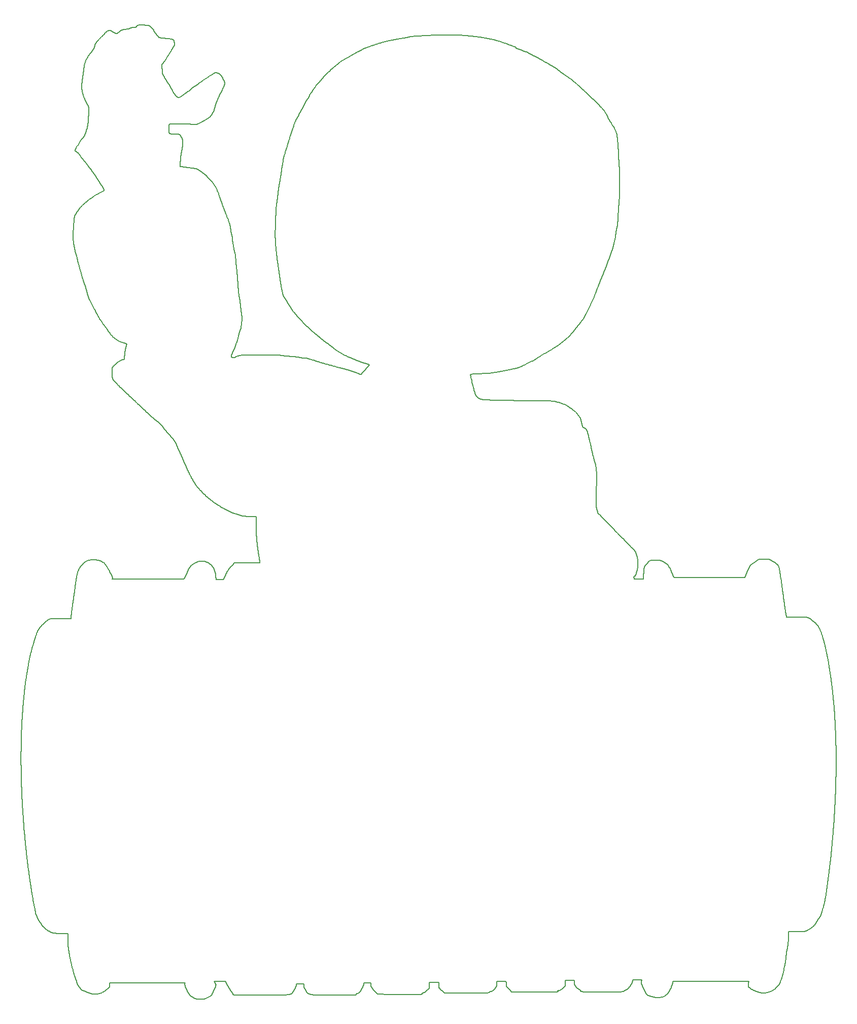
<source format=gm1>
G04 #@! TF.GenerationSoftware,KiCad,Pcbnew,(5.0.2)-1*
G04 #@! TF.CreationDate,2019-03-20T23:13:44-06:00*
G04 #@! TF.ProjectId,Hak4Kidz2019,48616b34-4b69-4647-9a32-3031392e6b69,rev?*
G04 #@! TF.SameCoordinates,Original*
G04 #@! TF.FileFunction,Profile,NP*
%FSLAX46Y46*%
G04 Gerber Fmt 4.6, Leading zero omitted, Abs format (unit mm)*
G04 Created by KiCad (PCBNEW (5.0.2)-1) date 3/20/2019 11:13:44 PM*
%MOMM*%
%LPD*%
G01*
G04 APERTURE LIST*
G04 #@! TA.AperFunction,NonConductor*
%ADD10C,0.200000*%
G04 #@! TD*
G04 APERTURE END LIST*
D10*
G04 #@! TO.C,Outline\002A\002A*
X74699000Y-36301800D02*
X74685692Y-36324485D01*
X74665502Y-36358652D02*
X74658433Y-36370593D01*
X74732027Y-36244826D02*
X74714446Y-36275274D01*
X74851514Y-36031640D02*
X74823613Y-36082267D01*
X75309740Y-35156072D02*
X75294131Y-35186574D01*
X74751739Y-36210377D02*
X74732027Y-36244826D01*
X74658433Y-36370593D02*
X74652815Y-36380089D01*
X75601369Y-34627354D02*
X75571180Y-34678337D01*
X75236817Y-35299095D02*
X75227577Y-35317304D01*
X75063263Y-35636869D02*
X75034162Y-35692228D01*
X75034162Y-35692228D02*
X75003990Y-35749203D01*
X75480095Y-34837080D02*
X75450918Y-34889633D01*
X74652815Y-36380089D02*
X74648115Y-36388045D01*
X74911161Y-35922223D02*
X74880836Y-35978036D01*
X74942073Y-35864968D02*
X74911161Y-35922223D01*
X75787953Y-34338397D02*
X75771727Y-34360976D01*
X74648115Y-36388045D02*
X74643799Y-36395365D01*
X74674526Y-36343407D02*
X74665502Y-36358652D01*
X74634191Y-36411718D02*
X74627831Y-36422561D01*
X75271465Y-35231003D02*
X75263533Y-35246561D01*
X74627831Y-36422561D02*
X74619727Y-36436383D01*
X75540633Y-34730744D02*
X75510136Y-34783888D01*
X75450918Y-34889633D02*
X75422945Y-34940888D01*
X75371602Y-35037029D02*
X75348718Y-35080682D01*
X75328016Y-35120569D02*
X75309740Y-35156072D01*
X75244270Y-35284416D02*
X75236817Y-35299095D01*
X74643799Y-36395365D02*
X74639336Y-36402955D01*
X74609638Y-36453608D02*
X74597826Y-36473843D01*
X75396426Y-34990226D02*
X75371602Y-35037029D01*
X74685692Y-36324485D02*
X74674526Y-36343407D01*
X74639336Y-36402955D02*
X74634191Y-36411718D01*
X74619727Y-36436383D02*
X74609638Y-36453608D01*
X74597826Y-36473843D02*
X74584601Y-36496612D01*
X75510136Y-34783888D02*
X75480095Y-34837080D01*
X75183636Y-35403768D02*
X75163674Y-35442846D01*
X75227577Y-35317304D02*
X75215793Y-35340529D01*
X75215793Y-35340529D02*
X75201085Y-35369491D01*
X75163674Y-35442846D02*
X75141427Y-35486209D01*
X75141427Y-35486209D02*
X75117124Y-35533344D01*
X75256865Y-35259649D02*
X75250698Y-35271767D01*
X75753403Y-34387184D02*
X75732967Y-34417247D01*
X75281424Y-35211477D02*
X75271465Y-35231003D01*
X75685710Y-34489830D02*
X75659042Y-34532412D01*
X75348718Y-35080682D02*
X75328016Y-35120569D01*
X75294131Y-35186574D02*
X75281424Y-35211477D01*
X75732967Y-34417247D02*
X75710406Y-34451390D01*
X75422945Y-34940888D02*
X75396426Y-34990226D01*
X75263533Y-35246561D02*
X75256865Y-35259649D01*
X75771727Y-34360976D02*
X75753403Y-34387184D01*
X75090994Y-35583736D02*
X75063263Y-35636869D01*
X75710406Y-34451390D02*
X75685710Y-34489830D01*
X75250698Y-35271767D02*
X75244270Y-35284416D01*
X75003990Y-35749203D02*
X74973155Y-35807039D01*
X75117124Y-35533344D02*
X75090994Y-35583736D01*
X74880836Y-35978036D02*
X74851514Y-36031640D01*
X74823613Y-36082267D02*
X74797547Y-36129155D01*
X74797547Y-36129155D02*
X74773581Y-36171846D01*
X74773581Y-36171846D02*
X74751739Y-36210377D01*
X75201085Y-35369491D02*
X75183636Y-35403768D01*
X74973155Y-35807039D02*
X74942073Y-35864968D01*
X74714446Y-36275274D02*
X74699000Y-36301800D01*
X75630792Y-34578483D02*
X75601369Y-34627354D01*
X75659042Y-34532412D02*
X75630792Y-34578483D01*
X75571180Y-34678337D02*
X75540633Y-34730744D01*
X74395665Y-36873536D02*
X74395650Y-36875851D01*
X74395650Y-36877649D02*
X74395650Y-36879081D01*
X74079686Y-37470088D02*
X74063711Y-37496710D01*
X74402601Y-36844694D02*
X74399568Y-36853744D01*
X74395191Y-36894091D02*
X74394260Y-36899094D01*
X74439728Y-36762279D02*
X74429194Y-36783810D01*
X74396410Y-36866335D02*
X74395846Y-36870462D01*
X74394260Y-36899094D02*
X74392531Y-36905712D01*
X74523798Y-36603498D02*
X74508176Y-36631792D01*
X74389760Y-36914269D02*
X74385700Y-36925093D01*
X74339876Y-37020788D02*
X74325948Y-37047272D01*
X74380104Y-36938509D02*
X74372728Y-36954841D01*
X74224683Y-37227922D02*
X74207154Y-37257743D01*
X74137187Y-37374565D02*
X74128908Y-37388263D01*
X74392531Y-36905712D02*
X74389760Y-36914269D01*
X74584601Y-36496612D02*
X74570275Y-36521438D01*
X74451545Y-36738776D02*
X74439728Y-36762279D01*
X74395846Y-36870462D02*
X74395665Y-36873536D01*
X74406894Y-36833414D02*
X74402601Y-36844694D01*
X74395650Y-36879081D02*
X74395650Y-36880282D01*
X74395650Y-36881389D02*
X74395650Y-36882540D01*
X74395650Y-36885519D02*
X74395649Y-36887622D01*
X74352442Y-36996314D02*
X74339876Y-37020788D01*
X74395650Y-36882540D02*
X74395650Y-36883871D01*
X74277884Y-37135190D02*
X74260401Y-37166116D01*
X74260401Y-37166116D02*
X74242552Y-37197201D01*
X74363456Y-36974212D02*
X74352442Y-36996314D01*
X74325948Y-37047272D02*
X74310847Y-37075408D01*
X74478335Y-36687203D02*
X74464472Y-36713638D01*
X74399568Y-36853744D02*
X74397578Y-36860860D01*
X74395573Y-36890376D02*
X74395191Y-36894091D01*
X74492961Y-36659809D02*
X74478335Y-36687203D01*
X74207154Y-37257743D02*
X74190324Y-37286127D01*
X74128908Y-37388263D02*
X74122052Y-37399614D01*
X74242552Y-37197201D02*
X74224683Y-37227922D01*
X74122052Y-37399614D02*
X74115778Y-37410016D01*
X74464472Y-36713638D02*
X74451545Y-36738776D01*
X74115778Y-37410016D02*
X74109246Y-37420867D01*
X74310847Y-37075408D02*
X74294762Y-37104834D01*
X74109246Y-37420867D02*
X74101614Y-37433564D01*
X74539562Y-36575357D02*
X74523798Y-36603498D01*
X74395650Y-36883871D02*
X74395650Y-36885519D01*
X74101614Y-37433564D02*
X74092041Y-37449505D01*
X74395649Y-36887622D02*
X74395573Y-36890376D01*
X74174553Y-37312538D02*
X74160200Y-37336439D01*
X74092041Y-37449505D02*
X74079686Y-37470088D01*
X74063711Y-37496710D02*
X74043540Y-37530604D01*
X74019232Y-37572624D02*
X73990934Y-37623565D01*
X74372728Y-36954841D02*
X74363456Y-36974212D01*
X74395650Y-36875851D02*
X74395650Y-36877649D01*
X74160200Y-37336439D02*
X74147625Y-37357292D01*
X74043540Y-37530604D02*
X74019232Y-37572624D01*
X74190324Y-37286127D02*
X74174553Y-37312538D01*
X74570275Y-36521438D02*
X74555158Y-36547845D01*
X74429194Y-36783810D02*
X74420117Y-36803033D01*
X74508176Y-36631792D02*
X74492961Y-36659809D01*
X74412668Y-36819611D02*
X74406894Y-36833414D01*
X74555158Y-36547845D02*
X74539562Y-36575357D01*
X74397578Y-36860860D02*
X74396410Y-36866335D01*
X74385700Y-36925093D02*
X74380104Y-36938509D01*
X74420117Y-36803033D02*
X74412668Y-36819611D01*
X74395650Y-36880282D02*
X74395650Y-36881389D01*
X74294762Y-37104834D02*
X74277884Y-37135190D01*
X74147625Y-37357292D02*
X74137187Y-37374565D01*
X73745512Y-38161076D02*
X73692969Y-38296252D01*
X72831663Y-40891070D02*
X72770130Y-41087285D01*
X72901259Y-40669800D02*
X72831663Y-40891070D01*
X72770130Y-41087285D02*
X72718680Y-41251612D01*
X72619350Y-41568914D02*
X72595213Y-41645988D01*
X71876634Y-43947084D02*
X71851298Y-44037822D01*
X73446535Y-38986329D02*
X73375078Y-39198354D01*
X73922955Y-37755397D02*
X73883569Y-37837883D01*
X72003818Y-43534634D02*
X71950992Y-43703908D01*
X73138191Y-39924064D02*
X73056546Y-40179457D01*
X71851298Y-44037822D02*
X71830918Y-44120700D01*
X71522772Y-46088201D02*
X71496381Y-46261879D01*
X71475610Y-46398581D02*
X71459826Y-46502458D01*
X71459826Y-46502458D02*
X71448088Y-46579715D01*
X72464346Y-42063636D02*
X72409608Y-42238309D01*
X71448088Y-46579715D02*
X71439454Y-46636556D01*
X73375078Y-39198354D02*
X73299370Y-39427041D01*
X71427725Y-46713804D02*
X71422745Y-46746619D01*
X71417100Y-46783832D02*
X71410064Y-46830185D01*
X71777462Y-44417459D02*
X71754855Y-44564182D01*
X71410064Y-46830185D02*
X71401615Y-46885654D01*
X72205483Y-42889945D02*
X72134031Y-43118208D01*
X73794740Y-38039973D02*
X73745512Y-38161076D01*
X73958792Y-37684224D02*
X73922955Y-37755397D01*
X73840781Y-37932476D02*
X73794740Y-38039973D01*
X72976894Y-40430315D02*
X72901259Y-40669800D01*
X73056546Y-40179457D02*
X72976894Y-40430315D01*
X73577318Y-38610551D02*
X73513896Y-38790539D01*
X72542582Y-41813981D02*
X72508148Y-41923863D01*
X72065819Y-43336253D02*
X72003818Y-43534634D01*
X71909130Y-43838956D02*
X71876634Y-43947084D01*
X71813289Y-44205245D02*
X71796205Y-44300989D01*
X73299370Y-39427041D02*
X73219807Y-39670979D01*
X72645994Y-41483814D02*
X72619350Y-41568914D01*
X71796205Y-44300989D02*
X71777462Y-44417459D01*
X71726990Y-44746445D02*
X71694894Y-44956831D01*
X71694894Y-44956831D02*
X71660048Y-45185558D01*
X71623932Y-45422842D02*
X71588028Y-45658900D01*
X71553814Y-45883947D02*
X71522772Y-46088201D01*
X71496381Y-46261879D02*
X71475610Y-46398581D01*
X71439454Y-46636556D02*
X71432980Y-46679184D01*
X71432980Y-46679184D02*
X71427725Y-46713804D01*
X71422745Y-46746619D02*
X71417100Y-46783832D01*
X72678114Y-41381207D02*
X72645994Y-41483814D01*
X72508148Y-41923863D02*
X72464346Y-42063636D01*
X71401615Y-46885654D02*
X71391877Y-46949256D01*
X71588028Y-45658900D02*
X71553814Y-45883947D01*
X72718680Y-41251612D02*
X72678114Y-41381207D01*
X73990934Y-37623565D02*
X73958792Y-37684224D01*
X73692969Y-38296252D02*
X73636957Y-38445933D01*
X72570614Y-41724516D02*
X72542582Y-41813981D01*
X72409608Y-42238309D02*
X72346239Y-42440549D01*
X73636957Y-38445933D02*
X73577318Y-38610551D01*
X73883569Y-37837883D02*
X73840781Y-37932476D01*
X72346239Y-42440549D02*
X72277208Y-42660910D01*
X72277208Y-42660910D02*
X72205483Y-42889945D01*
X72134031Y-43118208D02*
X72065819Y-43336253D01*
X71950992Y-43703908D02*
X71909130Y-43838956D01*
X73219807Y-39670979D02*
X73138191Y-39924064D01*
X71754855Y-44564182D02*
X71726990Y-44746445D01*
X73513896Y-38790539D02*
X73446535Y-38986329D01*
X72595213Y-41645988D02*
X72570614Y-41724516D01*
X71660048Y-45185558D02*
X71623932Y-45422842D01*
X71830918Y-44120700D02*
X71813289Y-44205245D01*
X70930308Y-49850060D02*
X70927382Y-49877260D01*
X71369023Y-47096908D02*
X71356153Y-47178986D01*
X71211082Y-48048597D02*
X71199215Y-48114902D01*
X70921544Y-49931873D02*
X70919907Y-49947417D01*
X70915894Y-49985919D02*
X70913115Y-50012679D01*
X71100070Y-48627926D02*
X71092022Y-48671413D01*
X70956645Y-49614117D02*
X70949861Y-49672875D01*
X71188433Y-48174146D02*
X71178726Y-48226614D01*
X71032627Y-49038516D02*
X71021860Y-49112831D01*
X70949861Y-49672875D02*
X70943815Y-49726452D01*
X70918091Y-49964799D02*
X70915894Y-49985919D01*
X71356153Y-47178986D02*
X71342483Y-47265250D01*
X71135172Y-48451277D02*
X71133078Y-48461665D01*
X71130712Y-48473337D02*
X71127818Y-48487557D01*
X71150412Y-48374379D02*
X71145905Y-48397208D01*
X71124142Y-48505593D02*
X71119488Y-48528498D01*
X70972348Y-49483471D02*
X70964147Y-49550781D01*
X71021860Y-49112831D02*
X71011199Y-49188426D01*
X70927382Y-49877260D02*
X70925080Y-49898695D01*
X70923201Y-49916265D02*
X70921544Y-49931873D01*
X71107378Y-48589632D02*
X71100070Y-48627926D01*
X71064183Y-48833361D02*
X71053926Y-48897771D01*
X71053926Y-48897771D02*
X71043361Y-48966493D01*
X71224014Y-47975169D02*
X71211082Y-48048597D01*
X70943815Y-49726452D02*
X70938527Y-49774245D01*
X71298029Y-47538989D02*
X71282669Y-47631427D01*
X71380972Y-47020002D02*
X71369023Y-47096908D01*
X71252370Y-47810902D02*
X71237846Y-47895536D01*
X71170082Y-48272589D02*
X71162489Y-48312353D01*
X71113876Y-48556500D02*
X71107378Y-48589632D01*
X71342483Y-47265250D02*
X71328137Y-47354715D01*
X71092022Y-48671413D02*
X71083310Y-48720127D01*
X70938527Y-49774245D02*
X70934019Y-49815649D01*
X70964147Y-49550781D02*
X70956645Y-49614117D01*
X71043361Y-48966493D02*
X71032627Y-49038516D01*
X70934019Y-49815649D02*
X70930308Y-49850060D01*
X70919907Y-49947417D02*
X70918091Y-49964799D01*
X70913115Y-50012679D02*
X70909584Y-50046628D01*
X71313254Y-47446351D02*
X71298029Y-47538989D01*
X71133078Y-48461665D02*
X71130712Y-48473337D01*
X71083310Y-48720127D02*
X71074006Y-48774099D01*
X70909584Y-50046628D02*
X70905268Y-50087737D01*
X70905268Y-50087737D02*
X70900175Y-50135526D01*
X71162489Y-48312353D02*
X71155937Y-48346188D01*
X71000781Y-49264291D02*
X70990745Y-49339417D01*
X71142359Y-48415136D02*
X71139558Y-48429279D01*
X71178726Y-48226614D02*
X71170082Y-48272589D01*
X71145905Y-48397208D02*
X71142359Y-48415136D01*
X71199215Y-48114902D02*
X71188433Y-48174146D01*
X71155937Y-48346188D02*
X71150412Y-48374379D01*
X71119488Y-48528498D02*
X71113876Y-48556500D01*
X71139558Y-48429279D02*
X71137247Y-48440903D01*
X71267380Y-47722465D02*
X71252370Y-47810902D01*
X71391877Y-46949256D02*
X71380972Y-47020002D01*
X71011199Y-49188426D02*
X71000781Y-49264291D01*
X70990745Y-49339417D02*
X70981228Y-49412792D01*
X71282669Y-47631427D02*
X71267380Y-47722465D01*
X71127818Y-48487557D02*
X71124142Y-48505593D01*
X70981228Y-49412792D02*
X70972348Y-49483471D01*
X70925080Y-49898695D02*
X70923201Y-49916265D01*
X71328137Y-47354715D02*
X71313254Y-47446351D01*
X71237846Y-47895536D02*
X71224014Y-47975169D01*
X71137247Y-48440903D02*
X71135172Y-48451277D01*
X71074006Y-48774099D02*
X71064183Y-48833361D01*
X77924516Y-31293960D02*
X77896883Y-31323841D01*
X77722960Y-31507632D02*
X77706054Y-31525328D01*
X77736036Y-31493945D02*
X77722960Y-31507632D01*
X77706054Y-31525328D02*
X77684250Y-31548171D01*
X77577801Y-31666971D02*
X77524612Y-31730938D01*
X78756394Y-30331329D02*
X78674409Y-30418993D01*
X78361047Y-30793230D02*
X78342697Y-30815574D01*
X78449536Y-30684358D02*
X78436333Y-30700611D01*
X78342697Y-30815574D02*
X78321968Y-30840643D01*
X78051292Y-31153941D02*
X78017798Y-31191367D01*
X77808945Y-31417451D02*
X77793560Y-31433624D01*
X79311464Y-29794106D02*
X79133123Y-29959766D01*
X78216726Y-30965197D02*
X78185425Y-31001446D01*
X78390311Y-30757317D02*
X78376943Y-30773761D01*
X77762910Y-31465789D02*
X77754948Y-31474137D01*
X77191207Y-32169537D02*
X77074651Y-32331686D01*
X77793560Y-31433624D02*
X77781164Y-31446635D01*
X78436333Y-30700611D02*
X78426170Y-30713125D01*
X78152777Y-31038959D02*
X78119236Y-31077223D01*
X76949662Y-32508201D02*
X76820681Y-32692649D01*
X78858318Y-30226711D02*
X78756394Y-30331329D01*
X78520228Y-30597366D02*
X78490192Y-30634315D01*
X78490192Y-30634315D02*
X78467061Y-30662786D01*
X78273661Y-30898366D02*
X78246232Y-30930721D01*
X78321968Y-30840643D02*
X78298931Y-30868290D01*
X78085256Y-31115721D02*
X78051292Y-31153941D01*
X78982966Y-30103426D02*
X78858318Y-30226711D01*
X78674409Y-30418993D02*
X78609576Y-30491414D01*
X78298931Y-30868290D02*
X78273661Y-30898366D01*
X77985228Y-31227485D02*
X77954029Y-31261790D01*
X77954029Y-31261790D02*
X77924516Y-31293960D01*
X77848015Y-31376129D02*
X77827160Y-31398236D01*
X77781164Y-31446635D02*
X77771295Y-31456993D01*
X78376943Y-30773761D02*
X78361047Y-30793230D01*
X78467061Y-30662786D02*
X78449536Y-30684358D01*
X77754948Y-31474137D02*
X77746344Y-31483151D01*
X77746344Y-31483151D02*
X77736036Y-31493945D01*
X77621331Y-31616714D02*
X77577801Y-31666971D01*
X78609576Y-30491414D02*
X78559111Y-30550301D01*
X77384422Y-31909166D02*
X77295003Y-32028007D01*
X76820681Y-32692649D02*
X76692154Y-32878598D01*
X76692154Y-32878598D02*
X76568523Y-33059614D01*
X76568523Y-33059614D02*
X76454232Y-33229264D01*
X77656411Y-31577878D02*
X77621331Y-31616714D01*
X78417765Y-30723479D02*
X78409835Y-30733251D01*
X77295003Y-32028007D02*
X77191207Y-32169537D01*
X76454232Y-33229264D02*
X76353724Y-33381114D01*
X77684250Y-31548171D02*
X77656411Y-31577878D01*
X79133123Y-29959766D02*
X78982966Y-30103426D01*
X78409835Y-30733251D02*
X78401097Y-30744022D01*
X78185425Y-31001446D02*
X78152777Y-31038959D01*
X78119236Y-31077223D02*
X78085256Y-31115721D01*
X78426170Y-30713125D02*
X78417765Y-30723479D01*
X78401097Y-30744022D02*
X78390311Y-30757317D01*
X78017798Y-31191367D02*
X77985228Y-31227485D01*
X77896883Y-31323841D02*
X77871319Y-31351280D01*
X77871319Y-31351280D02*
X77848015Y-31376129D01*
X77460556Y-31810907D02*
X77384422Y-31909166D01*
X77771295Y-31456993D02*
X77762910Y-31465789D01*
X77074651Y-32331686D02*
X76949662Y-32508201D01*
X77827160Y-31398236D02*
X77808945Y-31417451D01*
X78559111Y-30550301D02*
X78520228Y-30597366D01*
X78246232Y-30930721D02*
X78216726Y-30965197D01*
X77524612Y-31730938D02*
X77460556Y-31810907D01*
X75868233Y-34233401D02*
X75861631Y-34241871D01*
X75843464Y-34265244D02*
X75838425Y-34271755D01*
X76161398Y-33690127D02*
X76128944Y-33749659D01*
X76128944Y-33749659D02*
X76108077Y-33792700D01*
X76089347Y-33889485D02*
X76089242Y-33892363D01*
X76088832Y-33896078D02*
X76087909Y-33900818D01*
X76353724Y-33381114D02*
X76271308Y-33508915D01*
X75886950Y-34209353D02*
X75876655Y-34222596D01*
X75861631Y-34241871D02*
X75856364Y-34248631D01*
X75847792Y-34259659D02*
X75843464Y-34265244D01*
X75838425Y-34271755D02*
X75832166Y-34279849D01*
X75832166Y-34279849D02*
X75824178Y-34290181D01*
X76050393Y-33977530D02*
X76039451Y-33995329D01*
X75856364Y-34248631D02*
X75851922Y-34254341D01*
X75824178Y-34290181D02*
X75814165Y-34303226D01*
X76089413Y-33854574D02*
X76089350Y-33863296D01*
X75851922Y-34254341D02*
X75847792Y-34259659D01*
X76096239Y-33822420D02*
X76090871Y-33841989D01*
X76208000Y-33610936D02*
X76161398Y-33690127D01*
X75814165Y-34303226D02*
X75802095Y-34319222D01*
X75802095Y-34319222D02*
X75787953Y-34338397D01*
X76089350Y-33874992D02*
X76089350Y-33878711D01*
X76089350Y-33881459D02*
X76089350Y-33883573D01*
X76090871Y-33841989D02*
X76089413Y-33854574D01*
X76089350Y-33885392D02*
X76089350Y-33887251D01*
X76087909Y-33900818D02*
X76086262Y-33906774D01*
X76086262Y-33906774D02*
X76083684Y-33914134D01*
X76060053Y-33961175D02*
X76050393Y-33977530D01*
X76089350Y-33869966D02*
X76089350Y-33874992D01*
X76083684Y-33914134D02*
X76079964Y-33923087D01*
X76039451Y-33995329D02*
X76027389Y-34014315D01*
X76027389Y-34014315D02*
X76014367Y-34034229D01*
X76079964Y-33923087D02*
X76074894Y-33933823D01*
X75986089Y-34075805D02*
X75971157Y-34096949D01*
X76089242Y-33892363D02*
X76088832Y-33896078D01*
X76068270Y-33946524D02*
X76060053Y-33961175D01*
X75971157Y-34096949D02*
X75955976Y-34117954D01*
X76089350Y-33883573D02*
X76089350Y-33885392D01*
X76271308Y-33508915D02*
X76208000Y-33610936D01*
X76014367Y-34034229D02*
X76000547Y-34054812D01*
X76089350Y-33887251D02*
X76089347Y-33889485D01*
X75955976Y-34117954D02*
X75940847Y-34138491D01*
X76000547Y-34054812D02*
X75986089Y-34075805D01*
X75940847Y-34138491D02*
X75926075Y-34158229D01*
X75926075Y-34158229D02*
X75911965Y-34176839D01*
X76089350Y-33863296D02*
X76089350Y-33869966D01*
X75911965Y-34176839D02*
X75898821Y-34193991D01*
X75898821Y-34193991D02*
X75886950Y-34209353D01*
X76089350Y-33878711D02*
X76089350Y-33881459D01*
X75876655Y-34222596D02*
X75868233Y-34233401D01*
X76074894Y-33933823D02*
X76068270Y-33946524D01*
X76108077Y-33792700D02*
X76096239Y-33822420D01*
X142851717Y-114073494D02*
X142793998Y-114073494D01*
X137061654Y-114071264D02*
X137060898Y-114069855D01*
X142888052Y-114073494D02*
X142888050Y-114073494D01*
X137087680Y-114073494D02*
X137067607Y-114073494D01*
X137060898Y-114069855D02*
X137059876Y-114067951D01*
X142879097Y-114073494D02*
X142851717Y-114073494D01*
X139087875Y-114073494D02*
X138596445Y-114073494D01*
X137815269Y-114073494D02*
X137548394Y-114073494D01*
X140160809Y-114073494D02*
X139616875Y-114073494D01*
X142542268Y-114073494D02*
X142325621Y-114073494D01*
X137219316Y-114073494D02*
X137134477Y-114073494D01*
X142888050Y-114073494D02*
X142888050Y-114073494D01*
X138596445Y-114073494D02*
X138165222Y-114073494D01*
X137062939Y-114073494D02*
X137062848Y-114073491D01*
X138165222Y-114073494D02*
X137815269Y-114073494D01*
X137058552Y-114065484D02*
X137056933Y-114062478D01*
X142793998Y-114073494D02*
X142694621Y-114073494D01*
X137056933Y-114062478D02*
X137055057Y-114059026D01*
X137055057Y-114059026D02*
X137052963Y-114055221D01*
X141202933Y-114073494D02*
X140697041Y-114073494D01*
X137059876Y-114067951D02*
X137058552Y-114065484D01*
X137052963Y-114055221D02*
X137050692Y-114051156D01*
X142325621Y-114073494D02*
X142033362Y-114073494D01*
X137050692Y-114051156D02*
X137048282Y-114046925D01*
X142033362Y-114073494D02*
X141655849Y-114073494D01*
X142694621Y-114073494D02*
X142542268Y-114073494D01*
X137548394Y-114073494D02*
X137353516Y-114073494D01*
X137134477Y-114073494D02*
X137087680Y-114073494D01*
X142888050Y-114073494D02*
X142888050Y-114073494D01*
X142888050Y-114073494D02*
X142888050Y-114073494D01*
X142888050Y-114073494D02*
X142888050Y-114073494D01*
X137067607Y-114073494D02*
X137062939Y-114073494D01*
X142888050Y-114073494D02*
X142888050Y-114073494D01*
X137062821Y-114073439D02*
X137062727Y-114073265D01*
X142888050Y-114073494D02*
X142888050Y-114073494D01*
X141655849Y-114073494D02*
X141202933Y-114073494D01*
X142888050Y-114073494D02*
X142888050Y-114073494D01*
X137062848Y-114073491D02*
X137062821Y-114073439D01*
X140697041Y-114073494D02*
X140160809Y-114073494D01*
X137062727Y-114073265D02*
X137062529Y-114072895D01*
X137062529Y-114072895D02*
X137062184Y-114072253D01*
X139616875Y-114073494D02*
X139087875Y-114073494D01*
X137353516Y-114073494D02*
X137219316Y-114073494D01*
X137062184Y-114072253D02*
X137061654Y-114071264D01*
X142888050Y-114073494D02*
X142887455Y-114073494D01*
X142887455Y-114073494D02*
X142879097Y-114073494D01*
X143233207Y-114073494D02*
X143208270Y-114073494D01*
X143188215Y-114073494D02*
X143172991Y-114073494D01*
X143386657Y-114073494D02*
X143356578Y-114073494D01*
X143292836Y-114073494D02*
X143261840Y-114073494D01*
X143161937Y-114073494D02*
X143154384Y-114073494D01*
X143145850Y-114073494D02*
X143145850Y-114073494D01*
X142935875Y-114073494D02*
X142920601Y-114073494D01*
X143145852Y-114073494D02*
X143145850Y-114073494D01*
X143145850Y-114073494D02*
X143145850Y-114073494D01*
X142900518Y-114073494D02*
X142894713Y-114073494D01*
X142891065Y-114073494D02*
X142889073Y-114073494D01*
X143261840Y-114073494D02*
X143233207Y-114073494D01*
X142889073Y-114073494D02*
X142888236Y-114073494D01*
X142954781Y-114073494D02*
X142935875Y-114073494D01*
X142920601Y-114073494D02*
X142908980Y-114073494D01*
X143172991Y-114073494D02*
X143161937Y-114073494D01*
X142894713Y-114073494D02*
X142891065Y-114073494D01*
X143154384Y-114073494D02*
X143149666Y-114073494D01*
X143145413Y-114073494D02*
X143144140Y-114073494D01*
X142908980Y-114073494D02*
X142900518Y-114073494D01*
X142888236Y-114073494D02*
X142888052Y-114073494D01*
X143356578Y-114073494D02*
X143324860Y-114073494D01*
X143149666Y-114073494D02*
X143147116Y-114073494D01*
X143145850Y-114073494D02*
X143145850Y-114073494D01*
X142999754Y-114073494D02*
X142976408Y-114073494D01*
X143145850Y-114073494D02*
X143145850Y-114073494D01*
X143141496Y-114073494D02*
X143136981Y-114073494D01*
X143145817Y-114073494D02*
X143145413Y-114073494D01*
X143070082Y-114073494D02*
X143047592Y-114073494D01*
X143145850Y-114073494D02*
X143145850Y-114073494D01*
X143047592Y-114073494D02*
X143023816Y-114073494D01*
X143144140Y-114073494D02*
X143141496Y-114073494D01*
X143120333Y-114073494D02*
X143107198Y-114073494D01*
X143147116Y-114073494D02*
X143146067Y-114073494D01*
X143145850Y-114073494D02*
X143145850Y-114073494D01*
X143145850Y-114073494D02*
X143145850Y-114073494D01*
X143208270Y-114073494D02*
X143188215Y-114073494D01*
X143145850Y-114073494D02*
X143145817Y-114073494D01*
X143107198Y-114073494D02*
X143090283Y-114073494D01*
X143324860Y-114073494D02*
X143292836Y-114073494D01*
X143146067Y-114073494D02*
X143145852Y-114073494D01*
X143136981Y-114073494D02*
X143130094Y-114073494D01*
X143090283Y-114073494D02*
X143070082Y-114073494D01*
X143130094Y-114073494D02*
X143120333Y-114073494D01*
X143023816Y-114073494D02*
X142999754Y-114073494D01*
X142976408Y-114073494D02*
X142954781Y-114073494D01*
X149148945Y-113168985D02*
X149132691Y-113204559D01*
X149113571Y-113246524D02*
X149092523Y-113292967D01*
X149204535Y-113048067D02*
X149192583Y-113073882D01*
X149239019Y-112973794D02*
X149219569Y-113015666D01*
X149172597Y-113117295D02*
X149161896Y-113140663D01*
X149192583Y-113073882D02*
X149182382Y-113095997D01*
X149182382Y-113095997D02*
X149172597Y-113117295D01*
X149132691Y-113204559D02*
X149113571Y-113246524D01*
X149092523Y-113292967D02*
X149070486Y-113341975D01*
X149675322Y-112102579D02*
X149637967Y-112163865D01*
X149418981Y-112590927D02*
X149374645Y-112683832D01*
X149374645Y-112683832D02*
X149333188Y-112771735D01*
X149555989Y-112314640D02*
X149510980Y-112403088D01*
X149295937Y-112851395D02*
X149264218Y-112919567D01*
X149161896Y-113140663D02*
X149148945Y-113168985D01*
X149070486Y-113341975D02*
X149048395Y-113391633D01*
X149510980Y-112403088D02*
X149464869Y-112496265D01*
X149637967Y-112163865D02*
X149598568Y-112234163D01*
X149598568Y-112234163D02*
X149555989Y-112314640D01*
X149464869Y-112496265D02*
X149418981Y-112590927D01*
X149333188Y-112771735D02*
X149295937Y-112851395D01*
X149264218Y-112919567D02*
X149239019Y-112973794D01*
X149219569Y-113015666D02*
X149204535Y-113048067D01*
X150601771Y-111362444D02*
X150597218Y-111365471D01*
X150603650Y-111361194D02*
X150603425Y-111361344D01*
X150588298Y-111371403D02*
X150573539Y-111381217D01*
X150551473Y-111395891D02*
X150520630Y-111416402D01*
X149884418Y-111866668D02*
X149834574Y-111910609D01*
X150603425Y-111361344D02*
X150601771Y-111362444D01*
X150297336Y-111565867D02*
X150224627Y-111615579D01*
X150150143Y-111667368D02*
X150076410Y-111719780D01*
X150573539Y-111381217D02*
X150551473Y-111395891D01*
X149834574Y-111910609D02*
X149790256Y-111954322D01*
X150520630Y-111416402D02*
X150479540Y-111443726D01*
X149790256Y-111954322D02*
X149749952Y-111999656D01*
X150479540Y-111443726D02*
X150427319Y-111478486D01*
X150005954Y-111771359D02*
X149941304Y-111820652D01*
X150076410Y-111719780D02*
X150005954Y-111771359D01*
X149749952Y-111999656D02*
X149712145Y-112048459D01*
X149941304Y-111820652D02*
X149884418Y-111866668D01*
X149712145Y-112048459D02*
X149675322Y-112102579D01*
X150427319Y-111478486D02*
X150365742Y-111519684D01*
X150603857Y-111361056D02*
X150603650Y-111361194D01*
X150597218Y-111365471D02*
X150588298Y-111371403D01*
X150365742Y-111519684D02*
X150297336Y-111565867D01*
X150224627Y-111615579D02*
X150150143Y-111667368D01*
X150608951Y-111357664D02*
X150605243Y-111360134D01*
X143896887Y-114073494D02*
X143729581Y-114073494D01*
X146223852Y-114073494D02*
X145730045Y-114073494D01*
X148235748Y-114073494D02*
X147957514Y-114073494D01*
X146714085Y-114073494D02*
X146223852Y-114073494D01*
X143489150Y-114073494D02*
X143489150Y-114073494D01*
X143489150Y-114073494D02*
X143489150Y-114073494D01*
X148786450Y-114073494D02*
X148785407Y-114073494D01*
X143489163Y-114073494D02*
X143489150Y-114073494D01*
X143489150Y-114073494D02*
X143489150Y-114073494D01*
X148591083Y-114073494D02*
X148443507Y-114073494D01*
X143489150Y-114073494D02*
X143489150Y-114073494D01*
X143489095Y-114073494D02*
X143488511Y-114073494D01*
X144433033Y-114073494D02*
X144127950Y-114073494D01*
X143729581Y-114073494D02*
X143615739Y-114073494D01*
X148746855Y-114073494D02*
X148688768Y-114073494D01*
X143615739Y-114073494D02*
X143545069Y-114073494D01*
X143488511Y-114073494D02*
X143486731Y-114073494D01*
X143489150Y-114073494D02*
X143489095Y-114073494D01*
X143486731Y-114073494D02*
X143483090Y-114073494D01*
X143483090Y-114073494D02*
X143476919Y-114073494D01*
X143545069Y-114073494D02*
X143507278Y-114073494D01*
X148688768Y-114073494D02*
X148591083Y-114073494D01*
X144814050Y-114073494D02*
X144433033Y-114073494D01*
X143454323Y-114073494D02*
X143436562Y-114073494D01*
X147957514Y-114073494D02*
X147601489Y-114073494D01*
X148443507Y-114073494D02*
X148235748Y-114073494D01*
X148788157Y-114069344D02*
X148786993Y-114072173D01*
X147180159Y-114073494D02*
X146714085Y-114073494D01*
X148786533Y-114073291D02*
X148786450Y-114073494D01*
X145730045Y-114073494D02*
X145253249Y-114073494D01*
X143507278Y-114073494D02*
X143492073Y-114073494D01*
X143467553Y-114073494D02*
X143454323Y-114073494D01*
X143436562Y-114073494D02*
X143413762Y-114073494D01*
X143476919Y-114073494D02*
X143467553Y-114073494D01*
X143413762Y-114073494D02*
X143386657Y-114073494D01*
X147601489Y-114073494D02*
X147180159Y-114073494D01*
X148790351Y-114064011D02*
X148788157Y-114069344D01*
X143489150Y-114073494D02*
X143489150Y-114073494D01*
X148786993Y-114072173D02*
X148786533Y-114073291D01*
X148775637Y-114073494D02*
X148746855Y-114073494D01*
X143489150Y-114073494D02*
X143489150Y-114073494D01*
X143489150Y-114073494D02*
X143489150Y-114073494D01*
X148785407Y-114073494D02*
X148775637Y-114073494D01*
X145253249Y-114073494D02*
X144814050Y-114073494D01*
X144127950Y-114073494D02*
X143896887Y-114073494D01*
X143492073Y-114073494D02*
X143489163Y-114073494D01*
X148960227Y-113610098D02*
X148953901Y-113630939D01*
X148948217Y-113650716D02*
X148942364Y-113671013D01*
X148872494Y-113862666D02*
X148856899Y-113901510D01*
X148953901Y-113630939D02*
X148948217Y-113650716D01*
X148856899Y-113901510D02*
X148841836Y-113938621D01*
X148841836Y-113938621D02*
X148827970Y-113972523D01*
X148926896Y-113719496D02*
X148915821Y-113750505D01*
X148827970Y-113972523D02*
X148815966Y-114001740D01*
X148887956Y-113823566D02*
X148872494Y-113862666D01*
X148942364Y-113671013D02*
X148935527Y-113693412D01*
X148806383Y-114025037D02*
X148799137Y-114042651D01*
X148799137Y-114042651D02*
X148793902Y-114055378D01*
X148815966Y-114001740D02*
X148806383Y-114025037D01*
X148793902Y-114055378D02*
X148790351Y-114064011D01*
X149027190Y-113440027D02*
X149007808Y-113485243D01*
X148978057Y-113558894D02*
X148968008Y-113586610D01*
X149007808Y-113485243D02*
X148991186Y-113525367D01*
X149048395Y-113391633D02*
X149027190Y-113440027D01*
X148991186Y-113525367D02*
X148978057Y-113558894D01*
X148935527Y-113693412D02*
X148926896Y-113719496D01*
X148915821Y-113750505D02*
X148902620Y-113785687D01*
X148902620Y-113785687D02*
X148887956Y-113823566D01*
X148968008Y-113586610D02*
X148960227Y-113610098D01*
X137002703Y-113990075D02*
X137001633Y-113989144D01*
X137038022Y-114030134D02*
X137035422Y-114026259D01*
X137017042Y-114003456D02*
X137014473Y-114000859D01*
X137007552Y-113994341D02*
X137005649Y-113992648D01*
X137001633Y-113989144D02*
X137000666Y-113988304D01*
X136999657Y-113987426D02*
X136998460Y-113986386D01*
X137030201Y-114018966D02*
X137027581Y-114015550D01*
X137019670Y-114006236D02*
X137017042Y-114003456D01*
X137045774Y-114042620D02*
X137043206Y-114038335D01*
X137040617Y-114034160D02*
X137038022Y-114030134D01*
X137048282Y-114046925D02*
X137045774Y-114042620D01*
X137000666Y-113988304D02*
X136999657Y-113987426D01*
X137014473Y-114000859D02*
X137012007Y-113998464D01*
X137009685Y-113996285D02*
X137007552Y-113994341D01*
X137032815Y-114022536D02*
X137030201Y-114018966D01*
X137043206Y-114038335D02*
X137040617Y-114034160D01*
X137035422Y-114026259D02*
X137032815Y-114022536D01*
X137027581Y-114015550D02*
X137024952Y-114012289D01*
X137024952Y-114012289D02*
X137022315Y-114009184D01*
X137022315Y-114009184D02*
X137019670Y-114006236D01*
X137005649Y-113992648D02*
X137004021Y-113991222D01*
X137012007Y-113998464D02*
X137009685Y-113996285D01*
X137004021Y-113991222D02*
X137002703Y-113990075D01*
X70019157Y-76938747D02*
X69828649Y-76935509D01*
X71442123Y-77021400D02*
X71425449Y-77018522D01*
X71649729Y-77053252D02*
X71600325Y-77046336D01*
X71998036Y-77095397D02*
X71916583Y-77086243D01*
X73371230Y-77219443D02*
X73307230Y-77213990D01*
X71705973Y-77060749D02*
X71649729Y-77053252D01*
X71373955Y-77009611D02*
X71362333Y-77007592D01*
X73068376Y-77194190D02*
X73045985Y-77192383D01*
X72607994Y-77155979D02*
X72524547Y-77148483D01*
X72524547Y-77148483D02*
X72438034Y-77140460D01*
X71112944Y-76977649D02*
X71032542Y-76972077D01*
X70376083Y-76946619D02*
X70202328Y-76942467D01*
X71425449Y-77018522D02*
X71412365Y-77016263D01*
X72170946Y-77113939D02*
X72083208Y-77104671D01*
X72260098Y-77123077D02*
X72170946Y-77113939D01*
X71328927Y-77001806D02*
X71304444Y-76997874D01*
X71412365Y-77016263D02*
X71401774Y-77014433D01*
X71489216Y-77029335D02*
X71463234Y-77025009D01*
X71304444Y-76997874D02*
X71272431Y-76993370D01*
X73202782Y-77205262D02*
X73164472Y-77202089D01*
X70538349Y-76951152D02*
X70376083Y-76946619D01*
X73088888Y-77195858D02*
X73068376Y-77194190D01*
X71401774Y-77014433D02*
X71392575Y-77012841D01*
X69828649Y-76935509D02*
X69632877Y-76932801D01*
X69632877Y-76932801D02*
X69433987Y-76930668D01*
X69433987Y-76930668D02*
X69234962Y-76929081D01*
X69039347Y-76927965D02*
X68850697Y-76927241D01*
X68850697Y-76927241D02*
X68672568Y-76926833D01*
X70820109Y-76961164D02*
X70687050Y-76956017D01*
X71520462Y-77034349D02*
X71489216Y-77029335D01*
X71392575Y-77012841D02*
X71383669Y-77011298D01*
X71362333Y-77007592D02*
X71347703Y-77005048D01*
X70935475Y-76966543D02*
X70820109Y-76961164D01*
X69234962Y-76929081D02*
X69039347Y-76927965D01*
X72942445Y-77184079D02*
X72890096Y-77179852D01*
X73045985Y-77192383D02*
X73019181Y-77190231D01*
X73019181Y-77190231D02*
X72985433Y-77187526D01*
X72890096Y-77179852D02*
X72829425Y-77174886D01*
X72829425Y-77174886D02*
X72761484Y-77169223D01*
X73134403Y-77199601D02*
X73110052Y-77197593D01*
X73250681Y-77209243D02*
X73202782Y-77205262D01*
X73164472Y-77202089D02*
X73134403Y-77199601D01*
X73307230Y-77213990D02*
X73250681Y-77209243D01*
X72687323Y-77162907D02*
X72607994Y-77155979D01*
X72083208Y-77104671D02*
X71998036Y-77095397D01*
X71916583Y-77086243D02*
X71840002Y-77077334D01*
X71769445Y-77068796D02*
X71705973Y-77060749D01*
X71600325Y-77046336D02*
X71557368Y-77040025D01*
X72438034Y-77140460D02*
X72349512Y-77131959D01*
X71840002Y-77077334D02*
X71769445Y-77068796D01*
X73110052Y-77197593D02*
X73088888Y-77195858D01*
X71178508Y-76983136D02*
X71112944Y-76977649D01*
X70687050Y-76956017D02*
X70538349Y-76951152D01*
X72761484Y-77169223D02*
X72687323Y-77162907D01*
X71272431Y-76993370D02*
X71231062Y-76988417D01*
X71383669Y-77011298D02*
X71373955Y-77009611D01*
X71032542Y-76972077D02*
X70935475Y-76966543D01*
X71231062Y-76988417D02*
X71178508Y-76983136D01*
X72985433Y-77187526D02*
X72942445Y-77184079D01*
X72349512Y-77131959D02*
X72260098Y-77123077D01*
X71557368Y-77040025D02*
X71520462Y-77034349D01*
X71463234Y-77025009D02*
X71442123Y-77021400D01*
X71347703Y-77005048D02*
X71328927Y-77001806D01*
X70202328Y-76942467D02*
X70019157Y-76938747D01*
X70894311Y-50189514D02*
X70887683Y-50249222D01*
X70799842Y-50942939D02*
X70788963Y-51020447D01*
X70810887Y-50862635D02*
X70799842Y-50942939D01*
X70788963Y-51020447D02*
X70778401Y-51094055D01*
X70749798Y-51284419D02*
X70741544Y-51337014D01*
X70667782Y-51790076D02*
X70656216Y-51877713D01*
X70880297Y-50314170D02*
X70872161Y-50383878D01*
X70656216Y-51877713D02*
X70643188Y-51992377D01*
X70692420Y-51635447D02*
X70685969Y-51674042D01*
X70843496Y-50616003D02*
X70832865Y-50698062D01*
X70643188Y-51992377D02*
X70628838Y-52139527D01*
X70454072Y-55958294D02*
X70447700Y-56274897D01*
X70447700Y-56274897D02*
X70444223Y-56546181D01*
X70458438Y-57505224D02*
X70460536Y-57555444D01*
X70716820Y-51489015D02*
X70713011Y-51511953D01*
X70462252Y-57596557D02*
X70463770Y-57632999D01*
X70872161Y-50383878D02*
X70863282Y-50457868D01*
X70465274Y-57669202D02*
X70466949Y-57709602D01*
X70474849Y-57899812D02*
X70479117Y-57996582D01*
X70596733Y-52553123D02*
X70579258Y-52830489D01*
X70479117Y-57996582D02*
X70484607Y-58110463D01*
X70704414Y-51563635D02*
X70701279Y-51582425D01*
X70677747Y-51724005D02*
X70667782Y-51790076D01*
X70628838Y-52139527D02*
X70613306Y-52324623D01*
X70887683Y-50249222D02*
X70880297Y-50314170D01*
X70821945Y-50780641D02*
X70810887Y-50862635D01*
X70832865Y-50698062D02*
X70821945Y-50780641D01*
X70727382Y-51424998D02*
X70721615Y-51460079D01*
X70697402Y-51605635D02*
X70692420Y-51635447D01*
X70613306Y-52324623D02*
X70596733Y-52553123D01*
X70542579Y-53532988D02*
X70524311Y-53936443D01*
X70506770Y-54357454D02*
X70490466Y-54783083D01*
X70863282Y-50457868D02*
X70853685Y-50535570D01*
X70758740Y-51226291D02*
X70749798Y-51284419D01*
X70475908Y-55200391D02*
X70463607Y-55596440D01*
X70561065Y-53160025D02*
X70542579Y-53532988D01*
X70463607Y-55596440D02*
X70454072Y-55958294D01*
X70444223Y-56546181D02*
X70443136Y-56776059D01*
X70443930Y-56968449D02*
X70446098Y-57127267D01*
X70446098Y-57127267D02*
X70449132Y-57256431D01*
X70455773Y-57441465D02*
X70458438Y-57505224D01*
X70460536Y-57555444D02*
X70462252Y-57596557D01*
X70468979Y-57758632D02*
X70471548Y-57820727D01*
X70768298Y-51162786D02*
X70758740Y-51226291D01*
X70721615Y-51460079D02*
X70716820Y-51489015D01*
X70471548Y-57820727D02*
X70474849Y-57899812D01*
X70490466Y-54783083D02*
X70475908Y-55200391D01*
X70778401Y-51094055D02*
X70768298Y-51162786D01*
X70734048Y-51383925D02*
X70727382Y-51424998D01*
X70713011Y-51511953D02*
X70709916Y-51530581D01*
X70707172Y-51547080D02*
X70704414Y-51563635D01*
X70685969Y-51674042D02*
X70677747Y-51724005D01*
X70452526Y-57359857D02*
X70455773Y-57441465D01*
X70709916Y-51530581D02*
X70707172Y-51547080D01*
X70701279Y-51582425D02*
X70697402Y-51605635D01*
X70463770Y-57632999D02*
X70465274Y-57669202D01*
X70579258Y-52830489D02*
X70561065Y-53160025D01*
X70449132Y-57256431D02*
X70452526Y-57359857D01*
X70853685Y-50535570D02*
X70843496Y-50616003D01*
X70466949Y-57709602D02*
X70468979Y-57758632D01*
X70741544Y-51337014D02*
X70734048Y-51383925D01*
X70524311Y-53936443D02*
X70506770Y-54357454D01*
X70443136Y-56776059D02*
X70443930Y-56968449D01*
X70900175Y-50135526D02*
X70894311Y-50189514D01*
X71316738Y-64714145D02*
X71323165Y-64759005D01*
X71328611Y-64797184D02*
X71333142Y-64829064D01*
X71333142Y-64829064D02*
X71336822Y-64855031D01*
X70654438Y-60044393D02*
X70683920Y-60293895D01*
X71366425Y-65062521D02*
X71375448Y-65125428D01*
X70683920Y-60293895D02*
X70715125Y-60547634D01*
X70947091Y-62224484D02*
X70973701Y-62403578D01*
X70747871Y-60804012D02*
X70781921Y-61061200D01*
X71053025Y-62933269D02*
X71058344Y-62968750D01*
X71121139Y-63387914D02*
X71134835Y-63479602D01*
X71134835Y-63479602D02*
X71149245Y-63576199D01*
X70523873Y-58725575D02*
X70539287Y-58916369D01*
X70557408Y-59120717D02*
X70578165Y-59337291D01*
X70816662Y-61315739D02*
X70851323Y-61563485D01*
X70715125Y-60547634D02*
X70747871Y-60804012D01*
X71096597Y-63223893D02*
X71108334Y-63302292D01*
X71210386Y-63987854D02*
X71225574Y-64090583D01*
X71058344Y-62968750D02*
X71063583Y-63003687D01*
X70578165Y-59337291D02*
X70601378Y-59564494D01*
X71240323Y-64190536D02*
X71254431Y-64286358D01*
X70917310Y-62022005D02*
X70947091Y-62224484D01*
X71028340Y-62768540D02*
X71038847Y-62838666D01*
X71038847Y-62838666D02*
X71046801Y-62891742D01*
X71179493Y-63779483D02*
X71194958Y-63883702D01*
X71149245Y-63576199D02*
X71164190Y-63676550D01*
X71267697Y-64376695D02*
X71279921Y-64460192D01*
X70885129Y-61800290D02*
X70917310Y-62022005D01*
X70973701Y-62403578D02*
X70996367Y-62555140D01*
X71164190Y-63676550D02*
X71179493Y-63779483D01*
X70626864Y-59800727D02*
X70654438Y-60044393D01*
X71279921Y-64460192D02*
X71290921Y-64535623D01*
X71300681Y-64602838D02*
X71309265Y-64662217D01*
X71309265Y-64662217D02*
X71316738Y-64714145D01*
X71108334Y-63302292D02*
X71121139Y-63387914D01*
X71046801Y-62891742D02*
X71053025Y-62933269D01*
X71336822Y-64855031D02*
X71339737Y-64875620D01*
X71339737Y-64875620D02*
X71342155Y-64892680D01*
X71342155Y-64892680D02*
X71344436Y-64908736D01*
X70539287Y-58916369D02*
X70557408Y-59120717D01*
X70996367Y-62555140D02*
X71014454Y-62675862D01*
X71344436Y-64908736D02*
X71346941Y-64926318D01*
X71350031Y-64947957D02*
X71354068Y-64976184D01*
X71354068Y-64976184D02*
X71359412Y-65013528D01*
X70601378Y-59564494D02*
X70626864Y-59800727D01*
X71069567Y-63043582D02*
X71077036Y-63093387D01*
X70491573Y-58240879D02*
X70500270Y-58387254D01*
X71359412Y-65013528D02*
X71366425Y-65062521D01*
X70484607Y-58110463D02*
X70491573Y-58240879D01*
X70851323Y-61563485D02*
X70885129Y-61800290D01*
X71077036Y-63093387D02*
X71086105Y-63153872D01*
X71225574Y-64090583D02*
X71240323Y-64190536D01*
X70500270Y-58387254D02*
X70510952Y-58549011D01*
X71063583Y-63003687D02*
X71069567Y-63043582D01*
X71086105Y-63153872D02*
X71096597Y-63223893D01*
X71254431Y-64286358D02*
X71267697Y-64376695D01*
X71290921Y-64535623D02*
X71300681Y-64602838D01*
X70781921Y-61061200D02*
X70816662Y-61315739D01*
X71323165Y-64759005D02*
X71328611Y-64797184D01*
X71346941Y-64926318D02*
X71350031Y-64947957D01*
X71375448Y-65125428D02*
X71386626Y-65202100D01*
X71386626Y-65202100D02*
X71400004Y-65291095D01*
X70510952Y-58549011D02*
X70523873Y-58725575D01*
X71014454Y-62675862D02*
X71028340Y-62768540D01*
X71194958Y-63883702D02*
X71210386Y-63987854D01*
X72086409Y-67526848D02*
X72108761Y-67562199D01*
X72184204Y-67681263D02*
X72210988Y-67723451D01*
X71876806Y-67183589D02*
X71895578Y-67219142D01*
X71895578Y-67219142D02*
X71911826Y-67247563D01*
X71453762Y-65617485D02*
X71476366Y-65741237D01*
X72264927Y-67808274D02*
X72291388Y-67849811D01*
X72341679Y-67928613D02*
X72364897Y-67964940D01*
X72466123Y-68123032D02*
X72472490Y-68132973D01*
X71806679Y-67023026D02*
X71832222Y-67086642D01*
X72132743Y-67600086D02*
X72158006Y-67639957D01*
X72158006Y-67639957D02*
X72184204Y-67681263D01*
X72472490Y-68132973D02*
X72478569Y-68142467D01*
X72485113Y-68152690D02*
X72492874Y-68164817D01*
X72492874Y-68164817D02*
X72502606Y-68180024D01*
X71589425Y-66270161D02*
X71621539Y-66401375D01*
X72437775Y-68078787D02*
X72449514Y-68097108D01*
X72502606Y-68180024D02*
X72515021Y-68199426D01*
X72515021Y-68199426D02*
X72530297Y-68223316D01*
X72530297Y-68223316D02*
X72548224Y-68251394D01*
X71944617Y-67300933D02*
X71951046Y-67311296D01*
X72386421Y-67998590D02*
X72405946Y-68029094D01*
X71718797Y-66759419D02*
X71749764Y-66859966D01*
X71855642Y-67139793D02*
X71876806Y-67183589D01*
X71925415Y-67269963D02*
X71936248Y-67287439D01*
X71528821Y-66002417D02*
X71558343Y-66136481D01*
X71779148Y-66947834D02*
X71806679Y-67023026D01*
X72066029Y-67494578D02*
X72086409Y-67526848D01*
X71960196Y-67326018D02*
X71963972Y-67332077D01*
X71967920Y-67338398D02*
X71972566Y-67345831D01*
X71936248Y-67287439D02*
X71944617Y-67300933D01*
X71978416Y-67355187D02*
X71985729Y-67366874D01*
X72291388Y-67849811D02*
X72317075Y-67890081D01*
X71433529Y-65500241D02*
X71453762Y-65617485D01*
X71994606Y-67381049D02*
X72005151Y-67397865D01*
X72047802Y-67465677D02*
X72066029Y-67494578D01*
X71956063Y-67319374D02*
X71960196Y-67326018D01*
X72108761Y-67562199D02*
X72132743Y-67600086D01*
X72317075Y-67890081D02*
X72341679Y-67928613D01*
X72423166Y-68055983D02*
X72437775Y-68078787D01*
X72449514Y-68097108D02*
X72458715Y-68111469D01*
X72458715Y-68111469D02*
X72466123Y-68123032D01*
X72478569Y-68142467D02*
X72485113Y-68152690D01*
X72238011Y-67765972D02*
X72264927Y-67808274D01*
X71415624Y-65390960D02*
X71433529Y-65500241D01*
X71558343Y-66136481D02*
X71589425Y-66270161D01*
X72405946Y-68029094D02*
X72423166Y-68055983D01*
X71972566Y-67345831D02*
X71978416Y-67355187D01*
X71400004Y-65291095D02*
X71415624Y-65390960D01*
X71501383Y-65870046D02*
X71528821Y-66002417D01*
X71621539Y-66401375D02*
X71654157Y-66528043D01*
X71686753Y-66648085D02*
X71718797Y-66759419D01*
X71832222Y-67086642D02*
X71855642Y-67139793D01*
X71985729Y-67366874D02*
X71994606Y-67381049D01*
X71654157Y-66528043D02*
X71686753Y-66648085D01*
X71749764Y-66859966D02*
X71779148Y-66947834D01*
X72210988Y-67723451D02*
X72238011Y-67765972D01*
X71951046Y-67311296D02*
X71956063Y-67319374D01*
X72364897Y-67964940D02*
X72386421Y-67998590D01*
X72031648Y-67440026D02*
X72047802Y-67465677D01*
X72017465Y-67417473D02*
X72031648Y-67440026D01*
X71476366Y-65741237D02*
X71501383Y-65870046D01*
X71963972Y-67332077D02*
X71967920Y-67338398D01*
X72005151Y-67397865D02*
X72017465Y-67417473D01*
X71911826Y-67247563D02*
X71925415Y-67269963D01*
X76892805Y-73197352D02*
X76959306Y-73251140D01*
X77048719Y-73323431D02*
X77076580Y-73345959D01*
X77096530Y-73362091D02*
X77111058Y-73373841D01*
X72881433Y-68784102D02*
X72908986Y-68829149D01*
X73310701Y-69482952D02*
X73390568Y-69592261D01*
X77076580Y-73345959D02*
X77096530Y-73362091D01*
X72568586Y-68283348D02*
X72591165Y-68318866D01*
X72642105Y-68399343D02*
X72670031Y-68443678D01*
X72729568Y-68538726D02*
X72760429Y-68588253D01*
X73063624Y-69087353D02*
X73070695Y-69099365D01*
X74662450Y-71043430D02*
X74922795Y-71318182D01*
X73093394Y-69137916D02*
X73105061Y-69157729D01*
X72822254Y-68687969D02*
X72852383Y-68736818D01*
X76588090Y-72942506D02*
X76707976Y-73044869D01*
X72670031Y-68443678D02*
X72699296Y-68490312D01*
X72934640Y-68871314D02*
X72958209Y-68910269D01*
X76707976Y-73044869D02*
X76809295Y-73129207D01*
X76959306Y-73251140D02*
X77010457Y-73292496D01*
X77010457Y-73292496D02*
X77048719Y-73323431D01*
X72699296Y-68490312D02*
X72729568Y-68538726D01*
X73618381Y-69879978D02*
X73772940Y-70063291D01*
X73077293Y-69110571D02*
X73084499Y-69122810D01*
X73105061Y-69157729D02*
X73120582Y-69184083D01*
X73167577Y-69263786D02*
X73202511Y-69321167D01*
X73249117Y-69393405D02*
X73310701Y-69482952D01*
X74410351Y-70773238D02*
X74662450Y-71043430D01*
X77111058Y-73373841D02*
X77122655Y-73383223D01*
X77122655Y-73383223D02*
X77133809Y-73392249D01*
X73141037Y-69218817D02*
X73167577Y-69263786D01*
X77133809Y-73392249D02*
X77146954Y-73402887D01*
X77146954Y-73402887D02*
X77163310Y-73416137D01*
X77163310Y-73416137D02*
X77182925Y-73432060D01*
X72760429Y-68588253D02*
X72791464Y-68638224D01*
X72852383Y-68736818D02*
X72881433Y-68784102D01*
X73084499Y-69122810D02*
X73093394Y-69137916D01*
X74922795Y-71318182D02*
X75184429Y-71590150D01*
X75184429Y-71590150D02*
X75440397Y-71851993D01*
X75683741Y-72096370D02*
X75907710Y-72316180D01*
X75907710Y-72316180D02*
X76109446Y-72508956D01*
X73958714Y-70275898D02*
X74173453Y-70514947D01*
X72979675Y-68945943D02*
X72999025Y-68978266D01*
X72908986Y-68829149D02*
X72934640Y-68871314D01*
X73031327Y-69032597D02*
X73044253Y-69054469D01*
X73202511Y-69321167D02*
X73249117Y-69393405D01*
X73390568Y-69592261D02*
X73492026Y-69723785D01*
X72999025Y-68978266D02*
X73016247Y-69007174D01*
X72548224Y-68251394D02*
X72568586Y-68283348D01*
X73120582Y-69184083D02*
X73141037Y-69218817D01*
X72958209Y-68910269D02*
X72979675Y-68945943D01*
X73492026Y-69723785D02*
X73618381Y-69879978D01*
X73016247Y-69007174D02*
X73031327Y-69032597D01*
X73772940Y-70063291D02*
X73958714Y-70275898D01*
X74173453Y-70514947D02*
X74410351Y-70773238D01*
X76109446Y-72508956D02*
X76289582Y-72676381D01*
X76289582Y-72676381D02*
X76448878Y-72820288D01*
X76448878Y-72820288D02*
X76588090Y-72942506D01*
X72615744Y-68357635D02*
X72642105Y-68399343D01*
X76809295Y-73129207D02*
X76892805Y-73197352D01*
X72591165Y-68318866D02*
X72615744Y-68357635D01*
X72791464Y-68638224D02*
X72822254Y-68687969D01*
X75440397Y-71851993D02*
X75683741Y-72096370D01*
X73055010Y-69072722D02*
X73063624Y-69087353D01*
X73044253Y-69054469D02*
X73055010Y-69072722D01*
X73070695Y-69099365D02*
X73077293Y-69110571D01*
X78212767Y-74297112D02*
X78250616Y-74328614D01*
X77294008Y-73522989D02*
X77329941Y-73552654D01*
X78291194Y-74362089D02*
X78334138Y-74397159D01*
X77549008Y-73735310D02*
X77596607Y-73775257D01*
X78077225Y-74182373D02*
X78095983Y-74198385D01*
X78021036Y-74134454D02*
X78031171Y-74143084D01*
X78146723Y-74241538D02*
X78178014Y-74267961D01*
X78379078Y-74433447D02*
X78425527Y-74470525D01*
X77892358Y-74025040D02*
X77923868Y-74051803D01*
X78613868Y-74617022D02*
X78658436Y-74650758D01*
X78838867Y-74781671D02*
X78865255Y-74799834D01*
X78908249Y-74828807D02*
X78924854Y-74839803D01*
X77329941Y-73552654D02*
X77369129Y-73585131D01*
X78957011Y-74860987D02*
X78964066Y-74865629D01*
X78970640Y-74869953D02*
X78977549Y-74874493D01*
X77690523Y-73854281D02*
X77735580Y-73892292D01*
X77369129Y-73585131D02*
X77411255Y-73620164D01*
X77231940Y-73472028D02*
X77261342Y-73496122D01*
X77735580Y-73892292D02*
X77778659Y-73928696D01*
X78009096Y-74124291D02*
X78021036Y-74134454D01*
X78062528Y-74169827D02*
X78077225Y-74182373D01*
X78178014Y-74267961D02*
X78212767Y-74297112D01*
X77411255Y-73620164D02*
X77455699Y-73657228D01*
X78334138Y-74397159D02*
X78379078Y-74433447D01*
X78425527Y-74470525D02*
X78472861Y-74507908D01*
X78472861Y-74507908D02*
X78520450Y-74545110D01*
X78658436Y-74650758D02*
X78700735Y-74682366D01*
X78809219Y-74760934D02*
X78838867Y-74781671D01*
X77975124Y-74095387D02*
X77994172Y-74111593D01*
X77205801Y-73450682D02*
X77231940Y-73472028D01*
X77455699Y-73657228D02*
X77501828Y-73695789D01*
X77596607Y-73775257D02*
X77643989Y-73815092D01*
X77951578Y-74075359D02*
X77975124Y-74095387D01*
X78095983Y-74198385D02*
X78119257Y-74218220D01*
X78924854Y-74839803D02*
X78938206Y-74848601D01*
X78865255Y-74799834D02*
X78888383Y-74815514D01*
X77994172Y-74111593D02*
X78009096Y-74124291D01*
X78888383Y-74815514D02*
X78908249Y-74828807D01*
X78938206Y-74848601D02*
X78948663Y-74855489D01*
X78740143Y-74711366D02*
X78776311Y-74737530D01*
X77857411Y-73995389D02*
X77892358Y-74025040D01*
X78520450Y-74545110D02*
X78567663Y-74581643D01*
X78700735Y-74682366D02*
X78740143Y-74711366D01*
X78948663Y-74855489D02*
X78957011Y-74860987D01*
X78964066Y-74865629D02*
X78970640Y-74869953D01*
X78977549Y-74874493D02*
X78985606Y-74879784D01*
X78995626Y-74886363D02*
X79008415Y-74894760D01*
X79008415Y-74894760D02*
X79024439Y-74905308D01*
X78985606Y-74879784D02*
X78995626Y-74886363D01*
X78250616Y-74328614D02*
X78291194Y-74362089D01*
X78567663Y-74581643D02*
X78613868Y-74617022D01*
X78776311Y-74737530D02*
X78809219Y-74760934D01*
X79024439Y-74905308D02*
X79043724Y-74918090D01*
X77778659Y-73928696D02*
X77819390Y-73963168D01*
X78031171Y-74143084D02*
X78040679Y-74151187D01*
X77501828Y-73695789D02*
X77549008Y-73735310D01*
X77923868Y-74051803D02*
X77951578Y-74075359D01*
X77819390Y-73963168D02*
X77857411Y-73995389D01*
X78050739Y-74159767D02*
X78062528Y-74169827D01*
X78119257Y-74218220D02*
X78146723Y-74241538D01*
X77182925Y-73432060D02*
X77205801Y-73450682D01*
X77261342Y-73496122D02*
X77294008Y-73522989D01*
X77643989Y-73815092D02*
X77690523Y-73854281D01*
X78040679Y-74151187D02*
X78050739Y-74159767D01*
X81519155Y-76696838D02*
X81662673Y-76778563D01*
X79501903Y-75246136D02*
X79548550Y-75281182D01*
X79227885Y-75045317D02*
X79269704Y-75075318D01*
X79066271Y-74933171D02*
X79092078Y-74950615D01*
X79189052Y-75017776D02*
X79227885Y-75045317D01*
X79751858Y-75437036D02*
X79783800Y-75461948D01*
X80247065Y-75826920D02*
X80345838Y-75903214D01*
X80826595Y-76256034D02*
X80960414Y-76347671D01*
X79921327Y-75570081D02*
X79946980Y-75590373D01*
X81235928Y-76526248D02*
X81376775Y-76612657D01*
X81806933Y-76857602D02*
X81951541Y-76933724D01*
X82096089Y-77006698D02*
X82239526Y-77076193D01*
X79548550Y-75281182D02*
X79593799Y-75315431D01*
X82759280Y-77309338D02*
X82864766Y-77353871D01*
X82956089Y-77391884D02*
X83031081Y-77422877D01*
X79836041Y-75502893D02*
X79855631Y-75518291D01*
X79593799Y-75315431D02*
X79637126Y-75348472D01*
X79406924Y-75175521D02*
X79454484Y-75210759D01*
X79855631Y-75518291D02*
X79871525Y-75530790D01*
X80159974Y-75758787D02*
X80247065Y-75826920D01*
X80696674Y-76164078D02*
X80826595Y-76256034D01*
X81376775Y-76612657D02*
X81519155Y-76696838D01*
X79637126Y-75348472D02*
X79678155Y-75379971D01*
X81951541Y-76933724D02*
X82096089Y-77006698D01*
X82239526Y-77076193D02*
X82379755Y-77141713D01*
X82379755Y-77141713D02*
X82514584Y-77202750D01*
X83133403Y-77465130D02*
X83166091Y-77478622D01*
X83166091Y-77478622D02*
X83190223Y-77488575D01*
X80026890Y-75653622D02*
X80086126Y-75700512D01*
X79359854Y-75140889D02*
X79406924Y-75175521D01*
X79678155Y-75379971D02*
X79716521Y-75409602D01*
X79783800Y-75461948D02*
X79811983Y-75484009D01*
X79981333Y-75617560D02*
X80026890Y-75653622D01*
X80960414Y-76347671D02*
X81097009Y-76437843D01*
X79092078Y-74950615D02*
X79121145Y-74970487D01*
X79043724Y-74918090D02*
X79066271Y-74933171D01*
X79153470Y-74992852D02*
X79189052Y-75017776D01*
X79269704Y-75075318D02*
X79313904Y-75107332D01*
X80086126Y-75700512D02*
X80159974Y-75758787D01*
X83031081Y-77422877D02*
X83089339Y-77446935D01*
X79901869Y-75554706D02*
X79921327Y-75570081D01*
X82514584Y-77202750D02*
X82641823Y-77258795D01*
X82864766Y-77353871D02*
X82956089Y-77391884D01*
X83089339Y-77446935D02*
X83133403Y-77465130D01*
X83190223Y-77488575D02*
X83208619Y-77496151D01*
X83208619Y-77496151D02*
X83224096Y-77502512D01*
X83224096Y-77502512D02*
X83239476Y-77508821D01*
X83239476Y-77508821D02*
X83257563Y-77516236D01*
X83257563Y-77516236D02*
X83280074Y-77525464D01*
X79121145Y-74970487D02*
X79153470Y-74992852D01*
X81662673Y-76778563D02*
X81806933Y-76857602D01*
X82641823Y-77258795D02*
X82759280Y-77309338D01*
X83280074Y-77525464D02*
X83306834Y-77536438D01*
X79871525Y-75530790D02*
X79886103Y-75542268D01*
X80345838Y-75903214D02*
X80454737Y-75985970D01*
X79716521Y-75409602D02*
X79751858Y-75437036D01*
X79946980Y-75590373D02*
X79981333Y-75617560D01*
X79886103Y-75542268D02*
X79901869Y-75554706D01*
X80572202Y-76073490D02*
X80696674Y-76164078D01*
X81097009Y-76437843D02*
X81235928Y-76526248D01*
X79313904Y-75107332D02*
X79359854Y-75140889D01*
X79454484Y-75210759D02*
X79501903Y-75246136D01*
X79811983Y-75484009D02*
X79836041Y-75502893D01*
X80454737Y-75985970D02*
X80572202Y-76073490D01*
X84757485Y-78108543D02*
X84820790Y-78130325D01*
X85202002Y-78257348D02*
X85238978Y-78269370D01*
X85238978Y-78269370D02*
X85269450Y-78279257D01*
X84070164Y-77850695D02*
X84087313Y-77857690D01*
X84571415Y-78043346D02*
X84631977Y-78064764D01*
X85310831Y-78292680D02*
X85323367Y-78296747D01*
X83677371Y-77689049D02*
X83724711Y-77708607D01*
X83816061Y-77746332D02*
X83858805Y-77763966D01*
X83935479Y-77795533D02*
X83968942Y-77809275D01*
X84170990Y-77892077D02*
X84186516Y-77898498D01*
X85003268Y-78191937D02*
X85059152Y-78210486D01*
X84255402Y-77926269D02*
X84286607Y-77938477D01*
X84026079Y-77832684D02*
X84049752Y-77842362D01*
X85269450Y-78279257D02*
X85293153Y-78286946D01*
X83858805Y-77763966D02*
X83898753Y-77780426D01*
X84101201Y-77863352D02*
X84112088Y-77867791D01*
X85323367Y-78296747D02*
X85331646Y-78299433D01*
X85059152Y-78210486D02*
X85111376Y-78227705D01*
X85339769Y-78302068D02*
X85339852Y-78302095D01*
X83898753Y-77780426D02*
X83935479Y-77795533D01*
X84820790Y-78130325D02*
X84883371Y-78151652D01*
X84205598Y-77906314D02*
X84228480Y-77915560D01*
X84286607Y-77938477D02*
X84322337Y-77952219D01*
X84408339Y-77984442D02*
X84458776Y-78002896D01*
X84513408Y-78022627D02*
X84571415Y-78043346D01*
X84883371Y-78151652D02*
X84944437Y-78172259D01*
X83536282Y-77630799D02*
X83582524Y-77649878D01*
X85331646Y-78299433D02*
X85336550Y-78301023D01*
X84362835Y-77967529D02*
X84408339Y-77984442D01*
X85336550Y-78301023D02*
X85338963Y-78301806D01*
X85338963Y-78301806D02*
X85339769Y-78302068D01*
X85339852Y-78302095D02*
X85340291Y-78302237D01*
X83582524Y-77649878D02*
X83629764Y-77669384D01*
X83968942Y-77809275D02*
X83999142Y-77821656D01*
X84049752Y-77842362D02*
X84070164Y-77850695D01*
X84228480Y-77915560D02*
X84255402Y-77926269D01*
X83371647Y-77563043D02*
X83408975Y-77578382D01*
X84944437Y-78172259D02*
X85003268Y-78191937D01*
X85293153Y-78286946D02*
X85310831Y-78292680D01*
X85340291Y-78302237D02*
X85342626Y-78302997D01*
X83408975Y-77578382D02*
X83449099Y-77594884D01*
X84087313Y-77857690D02*
X84101201Y-77863352D01*
X84120730Y-77871318D02*
X84127941Y-77874269D01*
X84141321Y-77879777D02*
X84149117Y-77883005D01*
X84458776Y-78002896D02*
X84513408Y-78022627D01*
X83491656Y-77612405D02*
X83536282Y-77630799D01*
X83449099Y-77594884D02*
X83491656Y-77612405D01*
X83629764Y-77669384D02*
X83677371Y-77689049D01*
X83306834Y-77536438D02*
X83337479Y-77549013D01*
X84112088Y-77867791D02*
X84120730Y-77871318D01*
X84127941Y-77874269D02*
X84134533Y-77876977D01*
X84134533Y-77876977D02*
X84141321Y-77879777D01*
X83337479Y-77549013D02*
X83371647Y-77563043D01*
X84322337Y-77952219D02*
X84362835Y-77967529D01*
X84631977Y-78064764D02*
X84694273Y-78086593D01*
X84694273Y-78086593D02*
X84757485Y-78108543D01*
X83771152Y-77727790D02*
X83816061Y-77746332D01*
X85111376Y-78227705D02*
X85159230Y-78243393D01*
X83724711Y-77708607D02*
X83771152Y-77727790D01*
X83999142Y-77821656D02*
X84026079Y-77832684D01*
X85159230Y-78243393D02*
X85202002Y-78257348D01*
X84158736Y-77886993D02*
X84170990Y-77892077D01*
X84149117Y-77883005D02*
X84158736Y-77886993D01*
X84186516Y-77898498D02*
X84205598Y-77906314D01*
X85545769Y-78369032D02*
X85614223Y-78391284D01*
X85765658Y-78440511D02*
X85842213Y-78465397D01*
X86160478Y-78568855D02*
X86165024Y-78570333D01*
X86165024Y-78570333D02*
X86166579Y-78570838D01*
X86166579Y-78570838D02*
X86166750Y-78570894D01*
X86166750Y-78570894D02*
X86166750Y-78570894D01*
X85915041Y-78489071D02*
X85980928Y-78510489D01*
X85377081Y-78314197D02*
X85403070Y-78322645D01*
X86099774Y-78646432D02*
X86067432Y-78682909D01*
X86112835Y-78553368D02*
X86135991Y-78560895D01*
X85979779Y-78781768D02*
X85928523Y-78839577D01*
X85928523Y-78839577D02*
X85875276Y-78899630D01*
X85875276Y-78899630D02*
X85822261Y-78959423D01*
X85592306Y-79218776D02*
X85586380Y-79225462D01*
X86166750Y-78570894D02*
X86166486Y-78571191D01*
X85586380Y-79225462D02*
X85575045Y-79238250D01*
X85980928Y-78510489D02*
X86036666Y-78528608D01*
X85529133Y-79290045D02*
X85491048Y-79333012D01*
X85342626Y-78302997D02*
X85348466Y-78304895D01*
X85725813Y-79068201D02*
X85686823Y-79112175D01*
X85440538Y-79389995D02*
X85376962Y-79461754D01*
X86153753Y-78585552D02*
X86141824Y-78599006D01*
X85486442Y-78349746D02*
X85545769Y-78369032D01*
X85359415Y-78308454D02*
X85377081Y-78314197D01*
X85438989Y-78334321D02*
X85486442Y-78349746D01*
X85842213Y-78465397D02*
X85915041Y-78489071D01*
X86135991Y-78560895D02*
X86151336Y-78565883D01*
X86151336Y-78565883D02*
X86160478Y-78568855D01*
X86166750Y-78570894D02*
X86166750Y-78570894D01*
X86124202Y-78618882D02*
X86099774Y-78646432D01*
X86026823Y-78728710D02*
X85979779Y-78781768D01*
X85822261Y-78959423D02*
X85771699Y-79016449D01*
X86036666Y-78528608D02*
X86080262Y-78542779D01*
X86166750Y-78570894D02*
X86166750Y-78570894D01*
X85771699Y-79016449D02*
X85725813Y-79068201D01*
X85656221Y-79146690D02*
X85633303Y-79172538D01*
X85633303Y-79172538D02*
X85616958Y-79190973D01*
X85606075Y-79203246D02*
X85599544Y-79210612D01*
X85596254Y-79214324D02*
X85595093Y-79215633D01*
X85594950Y-79215794D02*
X85594578Y-79216213D01*
X85575045Y-79238250D02*
X85556548Y-79259118D01*
X85556548Y-79259118D02*
X85529133Y-79290045D01*
X85491048Y-79333012D02*
X85440538Y-79389995D01*
X86166750Y-78570894D02*
X86166750Y-78570894D01*
X86166750Y-78570894D02*
X86166750Y-78570894D01*
X85376962Y-79461754D02*
X85303299Y-79545078D01*
X85599544Y-79210612D02*
X85596254Y-79214324D01*
X86166750Y-78570894D02*
X86166750Y-78570894D01*
X85348466Y-78304895D02*
X85359415Y-78308454D01*
X86166750Y-78570894D02*
X86166750Y-78570894D01*
X86166486Y-78571191D02*
X86164973Y-78572898D01*
X86161099Y-78577267D02*
X86153753Y-78585552D01*
X86067432Y-78682909D02*
X86026823Y-78728710D01*
X85403070Y-78322645D02*
X85438989Y-78334321D01*
X85614223Y-78391284D02*
X85688591Y-78415459D01*
X86164973Y-78572898D02*
X86161099Y-78577267D01*
X86141824Y-78599006D02*
X86124202Y-78618882D01*
X85686823Y-79112175D02*
X85656221Y-79146690D01*
X86080262Y-78542779D02*
X86112835Y-78553368D01*
X85595093Y-79215633D02*
X85594950Y-79215794D01*
X86166750Y-78570894D02*
X86166750Y-78570894D01*
X85616958Y-79190973D02*
X85606075Y-79203246D01*
X85594578Y-79216213D02*
X85592306Y-79218776D01*
X85688591Y-78415459D02*
X85765658Y-78440511D01*
X81743092Y-79211938D02*
X81698827Y-79200477D01*
X85058901Y-79824306D02*
X84982006Y-79913752D01*
X84574266Y-80136551D02*
X84494872Y-80104541D01*
X83432308Y-79717335D02*
X83385245Y-79700829D01*
X82464278Y-79410433D02*
X82364482Y-79381487D01*
X83385245Y-79700829D02*
X83331140Y-79682105D01*
X82766828Y-79500681D02*
X82666805Y-79470436D01*
X84400070Y-80067920D02*
X84294782Y-80028320D01*
X83270062Y-79661288D02*
X83202080Y-79638503D01*
X81663566Y-79191357D02*
X81633916Y-79183690D01*
X81605579Y-79176362D02*
X81574258Y-79168265D01*
X84982006Y-79913752D02*
X84913582Y-79994693D01*
X83598093Y-79776476D02*
X83574350Y-79767985D01*
X83553101Y-79760387D02*
X83531081Y-79752514D01*
X83867179Y-79872744D02*
X83783270Y-79842711D01*
X83331140Y-79682105D02*
X83270062Y-79661288D01*
X83127264Y-79613875D02*
X83045683Y-79587527D01*
X82364482Y-79381487D02*
X82267471Y-79353785D01*
X83531081Y-79752514D02*
X83505029Y-79743199D01*
X81574258Y-79168265D02*
X81535655Y-79158286D01*
X82864218Y-79530548D02*
X82766828Y-79500681D01*
X81485473Y-79145315D02*
X81419413Y-79128241D01*
X81419413Y-79128241D02*
X81333178Y-79105952D01*
X84634716Y-80162376D02*
X84574266Y-80136551D01*
X81698827Y-79200477D02*
X81663566Y-79191357D01*
X84784343Y-80153962D02*
X84759701Y-80178143D01*
X85140557Y-79730368D02*
X85058901Y-79824306D01*
X84711532Y-80190262D02*
X84678965Y-80180696D01*
X84183928Y-79987372D02*
X84072429Y-79946705D01*
X83472259Y-79731501D02*
X83432308Y-79717335D01*
X84913582Y-79994693D02*
X84857341Y-80063115D01*
X82957621Y-79559632D02*
X82864218Y-79530548D01*
X82666805Y-79470436D02*
X82565503Y-79440218D01*
X82267471Y-79353785D02*
X82174495Y-79327685D01*
X82003796Y-79280884D02*
X81927479Y-79260401D01*
X81796424Y-79225819D02*
X81743092Y-79211938D01*
X81535655Y-79158286D02*
X81485473Y-79145315D01*
X81333178Y-79105952D02*
X81223463Y-79077585D01*
X84815383Y-80116035D02*
X84784343Y-80153962D01*
X83574350Y-79767985D02*
X83553101Y-79760387D01*
X82565503Y-79440218D02*
X82464278Y-79410433D01*
X82086369Y-79303348D02*
X82003796Y-79280884D01*
X81223463Y-79077585D02*
X81091467Y-79043389D01*
X84072429Y-79946705D02*
X83965206Y-79907953D01*
X83505029Y-79743199D02*
X83472259Y-79731501D01*
X83716918Y-79818977D02*
X83666114Y-79800805D01*
X84294782Y-80028320D02*
X84183928Y-79987372D01*
X83783270Y-79842711D02*
X83716918Y-79818977D01*
X84494872Y-80104541D02*
X84400070Y-80067920D01*
X83965206Y-79907953D02*
X83867179Y-79872744D01*
X83045683Y-79587527D02*
X82957621Y-79559632D01*
X83666114Y-79800805D02*
X83627593Y-79787027D01*
X84736938Y-80189827D02*
X84711532Y-80190262D01*
X85223260Y-79635954D02*
X85140557Y-79730368D01*
X81858121Y-79242010D02*
X81796424Y-79225819D01*
X81633916Y-79183690D02*
X81605579Y-79176362D01*
X84759701Y-80178143D02*
X84736938Y-80189827D01*
X83202080Y-79638503D02*
X83127264Y-79613875D01*
X85303299Y-79545078D02*
X85223260Y-79635954D01*
X81927479Y-79260401D02*
X81858121Y-79242010D01*
X84857341Y-80063115D02*
X84815383Y-80116035D01*
X84678965Y-80180696D02*
X84634716Y-80162376D01*
X83627593Y-79787027D02*
X83598093Y-79776476D01*
X82174495Y-79327685D02*
X82086369Y-79303348D01*
X75477688Y-77461241D02*
X75431589Y-77455617D01*
X75390976Y-77451714D02*
X75355647Y-77449206D01*
X75355647Y-77449206D02*
X75325399Y-77447766D01*
X79310391Y-78567938D02*
X79093637Y-78507957D01*
X75220027Y-77446303D02*
X75213117Y-77446295D01*
X79093637Y-78507957D02*
X78883142Y-78449235D01*
X77785155Y-78130273D02*
X77690951Y-78101205D01*
X78681718Y-78392552D02*
X78492175Y-78338690D01*
X77382703Y-78003641D02*
X77353744Y-77994400D01*
X76889265Y-77846400D02*
X76773155Y-77809794D01*
X76773155Y-77809794D02*
X76651452Y-77771721D01*
X80586525Y-78911512D02*
X80390138Y-78859681D01*
X80183836Y-78804860D02*
X79970093Y-78747617D01*
X78317325Y-78288430D02*
X78159502Y-78242438D01*
X78883142Y-78449235D02*
X78681718Y-78392552D01*
X77091767Y-77910750D02*
X76996547Y-77880423D01*
X76172980Y-77626904D02*
X76068358Y-77597031D01*
X77353744Y-77994400D02*
X77321907Y-77984236D01*
X79970093Y-78747617D02*
X79751430Y-78688549D01*
X75971054Y-77570166D02*
X75880863Y-77546250D01*
X77894155Y-78163444D02*
X77785155Y-78130273D01*
X77489742Y-78037778D02*
X77446959Y-78024135D01*
X77446959Y-78024135D02*
X77412527Y-78013154D01*
X76404201Y-77695629D02*
X76285120Y-77659840D01*
X76651452Y-77771721D02*
X76527389Y-77733294D01*
X75797581Y-77525229D02*
X75721005Y-77507044D01*
X78018692Y-78200804D02*
X77894155Y-78163444D01*
X77690951Y-78101205D02*
X77610807Y-78076157D01*
X76527389Y-77733294D02*
X76404201Y-77695629D01*
X79530592Y-78628395D02*
X79310391Y-78567938D01*
X75721005Y-77507044D02*
X75650931Y-77491639D01*
X75587156Y-77478957D02*
X75529476Y-77468912D01*
X75529476Y-77468912D02*
X75477688Y-77461241D01*
X76996547Y-77880423D02*
X76889265Y-77846400D01*
X77412527Y-78013154D02*
X77382703Y-78003641D01*
X75325399Y-77447766D02*
X75300028Y-77447068D01*
X75300028Y-77447068D02*
X75279333Y-77446785D01*
X75279333Y-77446785D02*
X75263040Y-77446626D01*
X80390138Y-78859681D02*
X80183836Y-78804860D01*
X77610807Y-78076157D02*
X77543983Y-78055043D01*
X75263040Y-77446626D02*
X75250452Y-77446505D01*
X75240714Y-77446418D02*
X75232968Y-77446359D01*
X75232968Y-77446359D02*
X75226358Y-77446322D01*
X79751430Y-78688549D02*
X79530592Y-78628395D01*
X77283448Y-77971956D02*
X77234625Y-77956364D01*
X81091467Y-79043389D02*
X80939663Y-79003933D01*
X75226358Y-77446322D02*
X75220027Y-77446303D01*
X75213117Y-77446295D02*
X75204772Y-77446294D01*
X78159502Y-78242438D02*
X78018692Y-78200804D01*
X77234625Y-77956364D02*
X77171694Y-77936266D01*
X76068358Y-77597031D02*
X75971054Y-77570166D01*
X80939663Y-79003933D02*
X80770525Y-78959785D01*
X77321907Y-77984236D02*
X77283448Y-77971956D01*
X77171694Y-77936266D02*
X77091767Y-77910750D01*
X75880863Y-77546250D02*
X75797581Y-77525229D01*
X75650931Y-77491639D02*
X75587156Y-77478957D01*
X78492175Y-78338690D02*
X78317325Y-78288430D01*
X75431589Y-77455617D02*
X75390976Y-77451714D01*
X75250452Y-77446505D02*
X75240714Y-77446418D01*
X75204772Y-77446294D02*
X75194228Y-77446287D01*
X75194228Y-77446287D02*
X75181314Y-77446221D01*
X80770525Y-78959785D02*
X80586525Y-78911512D01*
X77543983Y-78055043D02*
X77489742Y-78037778D01*
X76285120Y-77659840D02*
X76172980Y-77626904D01*
X74530976Y-77352306D02*
X74506487Y-77347539D01*
X74734114Y-77396148D02*
X74710897Y-77391570D01*
X74710897Y-77391570D02*
X74689824Y-77387252D01*
X75148618Y-77445636D02*
X75128958Y-77444977D01*
X74506487Y-77347539D02*
X74476786Y-77342168D01*
X74399313Y-77329671D02*
X74350321Y-77322578D01*
X74814836Y-77410542D02*
X74786263Y-77405725D01*
X74160893Y-77298453D02*
X74086563Y-77289810D01*
X74086563Y-77289810D02*
X74008370Y-77281052D01*
X73677737Y-77247130D02*
X73595935Y-77239446D01*
X73595935Y-77239446D02*
X73516782Y-77232231D01*
X75029704Y-77438300D02*
X75000362Y-77435387D01*
X73516782Y-77232231D02*
X73441481Y-77225543D01*
X73441481Y-77225543D02*
X73371230Y-77219443D01*
X74293808Y-77314950D02*
X74230321Y-77306871D01*
X74641261Y-77376773D02*
X74630478Y-77374384D01*
X74230321Y-77306871D02*
X74160893Y-77298453D01*
X74907091Y-77424190D02*
X74875662Y-77419834D01*
X74759296Y-77400897D02*
X74734114Y-77396148D01*
X75083321Y-77442583D02*
X75057466Y-77440708D01*
X74844769Y-77415266D02*
X74814836Y-77410542D01*
X74671074Y-77383286D02*
X74654826Y-77379763D01*
X74615128Y-77370974D02*
X74609116Y-77369626D01*
X74654826Y-77379763D02*
X74641261Y-77376773D01*
X74603248Y-77368300D02*
X74596800Y-77366832D01*
X75166090Y-77446027D02*
X75148618Y-77445636D01*
X74589050Y-77365059D02*
X74579275Y-77362818D01*
X74622008Y-77372505D02*
X74615128Y-77370974D01*
X74566761Y-77359961D02*
X74550864Y-77356452D01*
X74441265Y-77336206D02*
X74399313Y-77329671D01*
X74008370Y-77281052D02*
X73927352Y-77272293D01*
X73927352Y-77272293D02*
X73844546Y-77263645D01*
X74476786Y-77342168D02*
X74441265Y-77336206D01*
X73844546Y-77263645D02*
X73760991Y-77255221D01*
X75181314Y-77446221D02*
X75166090Y-77446027D01*
X75057466Y-77440708D02*
X75029704Y-77438300D01*
X74596800Y-77366832D02*
X74589050Y-77365059D01*
X75107172Y-77443983D02*
X75083321Y-77442583D01*
X75000362Y-77435387D02*
X74969864Y-77432024D01*
X74938632Y-77428272D02*
X74907091Y-77424190D01*
X74786263Y-77405725D02*
X74759296Y-77400897D01*
X74579275Y-77362818D02*
X74566761Y-77359961D01*
X74969864Y-77432024D02*
X74938632Y-77428272D01*
X74875662Y-77419834D02*
X74844769Y-77415266D01*
X74630478Y-77374384D02*
X74622008Y-77372505D01*
X74350321Y-77322578D02*
X74293808Y-77314950D01*
X73760991Y-77255221D02*
X73677737Y-77247130D01*
X75128958Y-77444977D02*
X75107172Y-77443983D01*
X74609116Y-77369626D02*
X74603248Y-77368300D01*
X74550864Y-77356452D02*
X74530976Y-77352306D01*
X74689824Y-77387252D02*
X74671074Y-77383286D01*
X150605243Y-111360134D02*
X150603857Y-111361056D01*
X151095150Y-111033944D02*
X151054142Y-111061248D01*
X151054142Y-111061248D02*
X151006241Y-111093141D01*
X150898933Y-111164589D02*
X150844109Y-111201092D01*
X150791562Y-111236079D02*
X150743582Y-111268025D01*
X150953741Y-111128097D02*
X150898933Y-111164589D01*
X150743582Y-111268025D02*
X150702462Y-111295403D01*
X150645481Y-111333342D02*
X150627925Y-111345032D01*
X150669945Y-111317054D02*
X150645481Y-111333342D01*
X150627925Y-111345032D02*
X150616130Y-111352884D01*
X150616130Y-111352884D02*
X150608951Y-111357664D01*
X150702462Y-111295403D02*
X150669945Y-111317054D01*
X150844109Y-111201092D02*
X150791562Y-111236079D01*
X151006241Y-111093141D02*
X150953741Y-111128097D01*
X39281054Y-37426057D02*
X39275793Y-37512967D01*
X39263725Y-37691747D02*
X39257062Y-37781340D01*
X39363044Y-35665683D02*
X39363050Y-35665694D01*
X39343739Y-35628360D02*
X39352655Y-35645597D01*
X39358291Y-35656494D02*
X39361400Y-35662505D01*
X39342601Y-36113721D02*
X39337539Y-36224622D01*
X39322701Y-36549702D02*
X39318585Y-36639883D01*
X39309487Y-36839213D02*
X39308662Y-36857302D01*
X39332392Y-36337380D02*
X39327375Y-36447303D01*
X39306321Y-36910257D02*
X39305280Y-36934144D01*
X39357862Y-35779367D02*
X39355140Y-35839002D01*
X39299742Y-37060295D02*
X39296984Y-37120624D01*
X39312664Y-36769612D02*
X39310786Y-36810765D01*
X39270000Y-37601906D02*
X39263725Y-37691747D01*
X39257062Y-37781340D02*
X39250109Y-37869534D01*
X39363050Y-35665694D02*
X39363050Y-35665694D01*
X39308202Y-36867376D02*
X39308001Y-36871783D01*
X39242964Y-37955177D02*
X39235723Y-38037118D01*
X39228485Y-38114205D02*
X39221346Y-38185287D01*
X39363050Y-35665694D02*
X39363050Y-35665694D01*
X39250109Y-37869534D02*
X39242964Y-37955177D01*
X39303869Y-36966509D02*
X39302033Y-37008569D01*
X39296984Y-37120624D02*
X39293747Y-37188460D01*
X39285793Y-37342272D02*
X39281054Y-37426057D01*
X39275793Y-37512967D02*
X39270000Y-37601906D01*
X39355140Y-35839002D02*
X39351614Y-35916254D01*
X39363050Y-35665694D02*
X39363050Y-35665694D01*
X39359874Y-35735271D02*
X39357862Y-35779367D01*
X39290020Y-37262708D02*
X39285793Y-37342272D01*
X39361400Y-35662505D02*
X39362734Y-35665083D01*
X39362734Y-35665083D02*
X39363044Y-35665683D01*
X39363050Y-35665694D02*
X39363050Y-35665694D01*
X39337539Y-36224622D02*
X39332392Y-36337380D01*
X39318585Y-36639883D02*
X39315229Y-36713407D01*
X39310786Y-36810765D02*
X39309487Y-36839213D01*
X39363050Y-35665694D02*
X39363050Y-35665694D01*
X39362973Y-35667371D02*
X39362727Y-35672765D01*
X39302033Y-37008569D02*
X39299742Y-37060295D01*
X39221346Y-38185287D02*
X39214402Y-38249255D01*
X39235723Y-38037118D02*
X39228485Y-38114205D01*
X39313063Y-35569052D02*
X39330793Y-35603330D01*
X39362727Y-35672765D02*
X39362200Y-35684316D01*
X39352655Y-35645597D02*
X39358291Y-35656494D01*
X39363050Y-35665694D02*
X39363050Y-35665694D01*
X39351614Y-35916254D02*
X39347364Y-36009368D01*
X39361285Y-35704369D02*
X39359874Y-35735271D01*
X39362200Y-35684316D02*
X39361285Y-35704369D01*
X39308662Y-36857302D02*
X39308202Y-36867376D01*
X39363050Y-35665694D02*
X39363046Y-35665789D01*
X39330793Y-35603330D02*
X39343739Y-35628360D01*
X39308001Y-36871783D02*
X39307951Y-36872866D01*
X39307951Y-36872866D02*
X39307948Y-36872937D01*
X39363046Y-35665789D02*
X39362973Y-35667371D01*
X39307948Y-36872937D02*
X39307913Y-36873746D01*
X39307913Y-36873746D02*
X39307789Y-36876595D01*
X39363050Y-35665694D02*
X39363050Y-35665694D01*
X39347364Y-36009368D02*
X39342601Y-36113721D01*
X39327375Y-36447303D02*
X39322701Y-36549702D01*
X39315229Y-36713407D02*
X39312664Y-36769612D01*
X39307789Y-36876595D02*
X39307519Y-36882771D01*
X39293747Y-37188460D02*
X39290020Y-37262708D01*
X39307049Y-36893563D02*
X39306321Y-36910257D01*
X39307519Y-36882771D02*
X39307049Y-36893563D01*
X39305280Y-36934144D02*
X39303869Y-36966509D01*
X37524006Y-41965101D02*
X37428117Y-42118316D01*
X38884308Y-39717840D02*
X38845752Y-39831998D01*
X39070529Y-39062656D02*
X39047475Y-39158926D01*
X39143190Y-38704119D02*
X39133580Y-38757457D01*
X39090439Y-38973775D02*
X39070529Y-39062656D01*
X38665588Y-40289652D02*
X38636265Y-40348448D01*
X38546696Y-40494935D02*
X38531511Y-40514931D01*
X39214402Y-38249255D02*
X39207734Y-38305800D01*
X39171651Y-38543361D02*
X39169482Y-38555528D01*
X39169482Y-38555528D02*
X39167229Y-38568204D01*
X38519297Y-40530503D02*
X38509499Y-40542971D01*
X38492371Y-40564751D02*
X38482606Y-40577160D01*
X38845752Y-39831998D02*
X38807017Y-39941588D01*
X39156675Y-38627847D02*
X39150795Y-38661117D01*
X39161154Y-38602508D02*
X39156675Y-38627847D01*
X38407128Y-40673024D02*
X38373534Y-40715985D01*
X38807017Y-39941588D02*
X38768887Y-40044286D01*
X38957739Y-39485118D02*
X38921898Y-39601438D01*
X38636265Y-40348448D02*
X38609659Y-40397264D01*
X38470415Y-40592645D02*
X38454582Y-40612754D01*
X37726846Y-41647417D02*
X37624600Y-41806528D01*
X37428117Y-42118316D02*
X37339986Y-42261357D01*
X38768887Y-40044286D02*
X38732149Y-40137766D01*
X38609659Y-40397264D02*
X38585825Y-40437211D01*
X37339986Y-42261357D02*
X37262665Y-42389405D01*
X37624600Y-41806528D02*
X37524006Y-41965101D01*
X38332815Y-40768867D02*
X38284705Y-40832608D01*
X37827692Y-41492586D02*
X37726846Y-41647417D01*
X37262665Y-42389405D02*
X37199139Y-42497740D01*
X38991044Y-39371205D02*
X38957739Y-39485118D01*
X38732149Y-40137766D02*
X38697573Y-40219769D01*
X38509499Y-40542971D02*
X38500929Y-40553871D01*
X38500929Y-40553871D02*
X38492371Y-40564751D01*
X38433887Y-40639034D02*
X38407128Y-40673024D01*
X39190013Y-38435124D02*
X39185079Y-38466252D01*
X39207734Y-38305800D02*
X39201404Y-38355336D01*
X39201404Y-38355336D02*
X39195476Y-38398298D01*
X39185079Y-38466252D02*
X39180735Y-38492118D01*
X39180735Y-38492118D02*
X39177046Y-38513159D01*
X39150795Y-38661117D02*
X39143190Y-38704119D01*
X39174065Y-38529849D02*
X39171651Y-38543361D01*
X39133580Y-38757457D02*
X39121737Y-38820577D01*
X39107433Y-38892883D02*
X39090439Y-38973775D01*
X39047475Y-39158926D02*
X39021049Y-39261987D01*
X38585825Y-40437211D02*
X38564819Y-40469398D01*
X38531511Y-40514931D02*
X38519297Y-40530503D01*
X38454582Y-40612754D02*
X38433887Y-40639034D01*
X38373534Y-40715985D02*
X38332815Y-40768867D01*
X39167229Y-38568204D02*
X39164562Y-38583246D01*
X39121737Y-38820577D02*
X39107433Y-38892883D01*
X38564819Y-40469398D02*
X38546696Y-40494935D01*
X38284705Y-40832608D02*
X38228941Y-40908143D01*
X38228941Y-40908143D02*
X38165257Y-40996407D01*
X39177046Y-38513159D02*
X39174065Y-38529849D01*
X38165257Y-40996407D02*
X38093388Y-41098337D01*
X38697573Y-40219769D02*
X38665588Y-40289652D01*
X38482606Y-40577160D02*
X38470415Y-40592645D01*
X38093388Y-41098337D02*
X38013070Y-41214868D01*
X39195476Y-38398298D02*
X39190013Y-38435124D01*
X39164562Y-38583246D02*
X39161154Y-38602508D01*
X39021049Y-39261987D02*
X38991044Y-39371205D01*
X38921898Y-39601438D02*
X38884308Y-39717840D01*
X38013070Y-41214868D02*
X37924086Y-41346851D01*
X37924086Y-41346851D02*
X37827692Y-41492586D01*
X37336981Y-43099298D02*
X37373742Y-43132640D01*
X37373742Y-43132640D02*
X37418383Y-43176570D01*
X37418383Y-43176570D02*
X37471800Y-43232641D01*
X37057714Y-42800194D02*
X37057650Y-42808710D01*
X37097603Y-42958227D02*
X37106052Y-42968023D01*
X37307200Y-43074981D02*
X37336981Y-43099298D01*
X37114121Y-42653062D02*
X37088888Y-42704936D01*
X37057713Y-42849662D02*
X37057965Y-42856988D01*
X37199139Y-42497740D02*
X37150222Y-42584849D01*
X37172554Y-43014324D02*
X37181113Y-43017740D01*
X37219968Y-43030558D02*
X37225011Y-43032113D01*
X37061235Y-42884023D02*
X37063617Y-42894242D01*
X37063244Y-42769898D02*
X37058938Y-42788100D01*
X37225011Y-43032113D02*
X37231496Y-43034107D01*
X37250732Y-43040540D02*
X37264976Y-43047165D01*
X37057650Y-42815268D02*
X37057650Y-42820358D01*
X37264976Y-43047165D02*
X37283499Y-43058124D01*
X37471800Y-43232641D02*
X37534567Y-43301841D01*
X37534567Y-43301841D02*
X37606760Y-43384279D01*
X37124406Y-42985615D02*
X37134096Y-42993133D01*
X37606760Y-43384279D02*
X37688414Y-43479987D01*
X37058546Y-42865252D02*
X37059590Y-42874312D01*
X37063617Y-42894242D02*
X37066872Y-42904826D01*
X37076440Y-42926511D02*
X37082691Y-42937331D01*
X37089780Y-42947949D02*
X37097603Y-42958227D01*
X37163376Y-43010224D02*
X37172554Y-43014324D01*
X37688414Y-43479987D02*
X37779562Y-43588999D01*
X37880238Y-43711349D02*
X37990476Y-43847069D01*
X37071135Y-42915629D02*
X37076440Y-42926511D01*
X37779562Y-43588999D02*
X37880238Y-43711349D01*
X37990476Y-43847069D02*
X38110309Y-43996192D01*
X38110309Y-43996192D02*
X38239750Y-44158724D01*
X37088888Y-42704936D02*
X37072578Y-42743029D01*
X37058938Y-42788100D02*
X37057714Y-42800194D01*
X37059590Y-42874312D02*
X37061235Y-42884023D01*
X37181113Y-43017740D02*
X37188856Y-43020544D01*
X37188856Y-43020544D02*
X37195587Y-43022803D01*
X37201114Y-43024589D02*
X37205492Y-43025997D01*
X37205492Y-43025997D02*
X37209130Y-43027162D01*
X37143951Y-42999699D02*
X37153776Y-43005373D01*
X37057650Y-42824397D02*
X37057650Y-42827801D01*
X37057650Y-42808710D02*
X37057650Y-42815268D01*
X37057650Y-42834378D02*
X37057650Y-42838384D01*
X37082691Y-42937331D02*
X37089780Y-42947949D01*
X37106052Y-42968023D02*
X37115022Y-42977199D01*
X37057650Y-42827801D02*
X37057650Y-42830989D01*
X37066872Y-42904826D02*
X37071135Y-42915629D01*
X37115022Y-42977199D02*
X37124406Y-42985615D01*
X37057650Y-42820358D02*
X37057650Y-42824397D01*
X37134096Y-42993133D02*
X37143951Y-42999699D01*
X37057650Y-42830989D02*
X37057650Y-42834378D01*
X37153776Y-43005373D02*
X37163376Y-43010224D01*
X37209130Y-43027162D02*
X37212464Y-43028219D01*
X37212464Y-43028219D02*
X37215931Y-43029305D01*
X37215931Y-43029305D02*
X37219968Y-43030558D01*
X37231496Y-43034107D02*
X37239865Y-43036687D01*
X37150222Y-42584849D02*
X37114121Y-42653062D01*
X37283499Y-43058124D02*
X37307200Y-43074981D01*
X37072578Y-42743029D02*
X37063244Y-42769898D01*
X37195587Y-43022803D02*
X37201114Y-43024589D01*
X37239865Y-43036687D02*
X37250732Y-43040540D01*
X37057651Y-42843420D02*
X37057713Y-42849662D01*
X37057650Y-42838384D02*
X37057651Y-42843420D01*
X37057965Y-42856988D02*
X37058546Y-42865252D01*
X40174367Y-46681625D02*
X40220515Y-46752341D01*
X40944150Y-47877047D02*
X40978277Y-47929283D01*
X40806001Y-47663101D02*
X40828090Y-47697543D01*
X38935285Y-45045786D02*
X39057314Y-45202730D01*
X39927129Y-46328506D02*
X39965463Y-46379738D01*
X39683036Y-46009621D02*
X39733858Y-46075517D01*
X40737126Y-47555517D02*
X40749054Y-47574141D01*
X40560591Y-47280086D02*
X40608765Y-47355223D01*
X40506544Y-47195852D02*
X40560591Y-47280086D01*
X40787407Y-47634062D02*
X40806001Y-47663101D01*
X40978277Y-47929283D02*
X41013722Y-47983233D01*
X41159892Y-48202643D02*
X41195109Y-48254838D01*
X38239750Y-44158724D02*
X38377411Y-44332822D01*
X40000139Y-46426898D02*
X40032749Y-46472272D01*
X40680453Y-47467075D02*
X40704501Y-47504601D01*
X39253532Y-45455487D02*
X39322735Y-45544668D01*
X38377411Y-44332822D02*
X38519644Y-44513665D01*
X39322735Y-45544668D02*
X39375515Y-45612687D01*
X39634658Y-45947023D02*
X39683036Y-46009621D01*
X39883752Y-46271196D02*
X39927129Y-46328506D01*
X40220515Y-46752341D02*
X40272941Y-46833154D01*
X40704501Y-47504601D02*
X40722834Y-47533209D01*
X38519644Y-44513665D02*
X38662600Y-44696166D01*
X40911705Y-47827140D02*
X40944150Y-47877047D01*
X41013722Y-47983233D02*
X41050087Y-48038253D01*
X39415529Y-45664259D02*
X39446436Y-45704101D01*
X39446436Y-45704101D02*
X39471894Y-45736927D01*
X39375515Y-45612687D02*
X39415529Y-45664259D01*
X39552121Y-45840433D02*
X39590445Y-45889900D01*
X39965463Y-46379738D02*
X40000139Y-46426898D01*
X38662600Y-44696166D02*
X38802431Y-44875236D01*
X39057314Y-45202730D02*
X39164667Y-45340977D01*
X39521089Y-45800392D02*
X39552121Y-45840433D01*
X40881305Y-47780177D02*
X40911705Y-47827140D01*
X40749054Y-47574141D02*
X40760293Y-47591697D01*
X40722834Y-47533209D02*
X40737126Y-47555517D01*
X39590445Y-45889900D02*
X39634658Y-45947023D01*
X40329823Y-46921172D02*
X40389094Y-47013134D01*
X40772521Y-47610800D02*
X40787407Y-47634062D01*
X40098138Y-46566805D02*
X40134101Y-46620536D01*
X40448690Y-47105782D02*
X40506544Y-47195852D01*
X40828090Y-47697543D02*
X40853313Y-47736773D01*
X41050087Y-48038253D02*
X41086894Y-48093637D01*
X41086894Y-48093637D02*
X41123658Y-48148672D01*
X41123658Y-48148672D02*
X41159892Y-48202643D01*
X41195109Y-48254838D02*
X41228823Y-48304542D01*
X41228823Y-48304542D02*
X41260549Y-48351042D01*
X41260549Y-48351042D02*
X41289800Y-48393625D01*
X40608765Y-47355223D02*
X40649012Y-47418017D01*
X40064885Y-46518146D02*
X40098138Y-46566805D01*
X39471894Y-45736927D02*
X39495559Y-45767452D01*
X40134101Y-46620536D02*
X40174367Y-46681625D01*
X40760293Y-47591697D02*
X40772521Y-47610800D01*
X39733858Y-46075517D02*
X39785400Y-46142531D01*
X40032749Y-46472272D02*
X40064885Y-46518146D01*
X38802431Y-44875236D02*
X38935285Y-45045786D01*
X39495559Y-45767452D02*
X39521089Y-45800392D01*
X39835939Y-46208483D02*
X39883752Y-46271196D01*
X40389094Y-47013134D02*
X40448690Y-47105782D01*
X40649012Y-47418017D02*
X40680453Y-47467075D01*
X39785400Y-46142531D02*
X39835939Y-46208483D01*
X40272941Y-46833154D02*
X40329823Y-46921172D01*
X39164667Y-45340977D02*
X39253532Y-45455487D01*
X40853313Y-47736773D02*
X40881305Y-47780177D01*
X41577039Y-48795893D02*
X41595485Y-48823191D01*
X41914142Y-49467181D02*
X41903340Y-49480054D01*
X41766909Y-49108645D02*
X41775260Y-49125398D01*
X41475339Y-48653590D02*
X41485350Y-48667126D01*
X41704014Y-48995189D02*
X41719502Y-49021609D01*
X41447269Y-48615571D02*
X41451590Y-48621466D01*
X41733606Y-49046350D02*
X41746167Y-49069122D01*
X41892641Y-49384827D02*
X41902340Y-49407295D01*
X41910399Y-49426501D02*
X41916061Y-49441985D01*
X41917845Y-49455018D02*
X41914142Y-49467181D01*
X41847544Y-49283591D02*
X41858755Y-49308478D01*
X41903340Y-49480054D02*
X41883829Y-49495218D01*
X41497243Y-48683300D02*
X41510793Y-48701887D01*
X41883829Y-49495218D02*
X41853998Y-49514253D01*
X41853998Y-49514253D02*
X41812236Y-49538741D01*
X41289800Y-48393625D02*
X41316258Y-48431841D01*
X41316258Y-48431841D02*
X41339967Y-48465811D01*
X41442530Y-48609078D02*
X41447269Y-48615571D01*
X41467367Y-48642827D02*
X41475339Y-48653590D01*
X41595485Y-48823191D02*
X41614228Y-48851517D01*
X41633030Y-48880497D02*
X41651650Y-48909744D01*
X41782380Y-49140146D02*
X41788354Y-49152890D01*
X41797209Y-49172372D02*
X41800328Y-49179304D01*
X41651650Y-48909744D02*
X41669848Y-48938867D01*
X41812236Y-49538741D02*
X41756935Y-49570261D01*
X41361019Y-48495729D02*
X41379507Y-48521792D01*
X41379507Y-48521792D02*
X41395523Y-48544195D01*
X41339967Y-48465811D02*
X41361019Y-48495729D01*
X41429663Y-48591395D02*
X41436839Y-48601261D01*
X41485350Y-48667126D02*
X41497243Y-48683300D01*
X41746167Y-49069122D02*
X41757240Y-49089887D01*
X41420508Y-48578800D02*
X41429663Y-48591395D01*
X41757240Y-49089887D02*
X41766909Y-49108645D01*
X41793268Y-49163632D02*
X41797209Y-49172372D01*
X41802952Y-49185133D02*
X41805439Y-49190646D01*
X41800328Y-49179304D02*
X41802952Y-49185133D01*
X41436839Y-48601261D02*
X41442530Y-48609078D01*
X41811425Y-49203874D02*
X41815636Y-49213165D01*
X41837217Y-49260756D02*
X41847544Y-49283591D01*
X41541958Y-48745405D02*
X41559122Y-48769890D01*
X41669848Y-48938867D02*
X41687383Y-48967478D01*
X41815636Y-49213165D02*
X41821135Y-49225290D01*
X41719502Y-49021609D02*
X41733606Y-49046350D01*
X41788354Y-49152890D02*
X41793268Y-49163632D01*
X41858755Y-49308478D02*
X41870344Y-49334355D01*
X41828278Y-49241037D02*
X41837217Y-49260756D01*
X41821135Y-49225290D02*
X41828278Y-49241037D01*
X41870344Y-49334355D02*
X41881808Y-49360159D01*
X41805439Y-49190646D02*
X41808145Y-49196630D01*
X41525773Y-48722663D02*
X41541958Y-48745405D01*
X41395523Y-48544195D02*
X41409159Y-48563132D01*
X41559122Y-48769890D02*
X41577039Y-48795893D01*
X41687383Y-48967478D02*
X41704014Y-48995189D01*
X41451590Y-48621466D02*
X41456025Y-48627490D01*
X41510793Y-48701887D02*
X41525773Y-48722663D01*
X41409159Y-48563132D02*
X41420508Y-48578800D01*
X41461106Y-48634368D02*
X41467367Y-48642827D01*
X41775260Y-49125398D02*
X41782380Y-49140146D01*
X41808145Y-49196630D02*
X41811425Y-49203874D01*
X41881808Y-49360159D02*
X41892641Y-49384827D01*
X41456025Y-48627490D02*
X41461106Y-48634368D01*
X41614228Y-48851517D02*
X41633030Y-48880497D01*
X41902340Y-49407295D02*
X41910399Y-49426501D01*
X41916061Y-49441985D02*
X41917845Y-49455018D01*
X37397436Y-53086747D02*
X37346180Y-53161550D01*
X36932762Y-53987516D02*
X36918526Y-54079738D01*
X36918526Y-54079738D02*
X36905216Y-54186380D01*
X37737541Y-52601238D02*
X37693974Y-52661339D01*
X40350799Y-50375498D02*
X40211528Y-50463624D01*
X37693974Y-52661339D02*
X37659536Y-52710374D01*
X37514969Y-52917627D02*
X37483507Y-52962751D01*
X41056221Y-49967262D02*
X41014316Y-49990979D01*
X38958184Y-51397623D02*
X38770835Y-51555688D01*
X37632598Y-52748981D02*
X37611181Y-52779675D01*
X37443878Y-53019658D02*
X37397436Y-53086747D01*
X40912567Y-50048478D02*
X40873146Y-50070715D01*
X38033794Y-52247664D02*
X37938362Y-52353284D01*
X37593231Y-52805403D02*
X37576691Y-52829114D01*
X37659536Y-52710374D02*
X37632598Y-52748981D01*
X41687663Y-49609579D02*
X41607520Y-49655026D01*
X37539617Y-52882278D02*
X37514969Y-52917627D01*
X37183548Y-53407584D02*
X37133053Y-53488582D01*
X37938362Y-52353284D02*
X37858199Y-52447336D01*
X39895310Y-50675980D02*
X39720125Y-50801050D01*
X37346180Y-53161550D02*
X37292113Y-53241602D01*
X40979104Y-50010896D02*
X40946537Y-50029300D01*
X40873146Y-50070715D02*
X40824225Y-50098299D01*
X40682697Y-50178275D02*
X40587264Y-50233244D01*
X40476337Y-50298844D02*
X40350799Y-50375498D01*
X39150556Y-51239997D02*
X38958184Y-51397623D01*
X37559505Y-52853757D02*
X37539617Y-52882278D01*
X37483507Y-52962751D02*
X37443878Y-53019658D01*
X40761757Y-50133517D02*
X40682697Y-50178275D01*
X37791771Y-52529945D02*
X37737541Y-52601238D01*
X37292113Y-53241602D02*
X37237236Y-53324436D01*
X37133053Y-53488582D02*
X37087750Y-53564961D01*
X36967590Y-53834043D02*
X36948818Y-53906642D01*
X40946537Y-50029300D02*
X40912567Y-50048478D01*
X38276605Y-52001216D02*
X38146030Y-52130350D01*
X38770835Y-51555688D02*
X38592277Y-51711062D01*
X38592277Y-51711062D02*
X38426277Y-51860615D01*
X38146030Y-52130350D02*
X38033794Y-52247664D01*
X37237236Y-53324436D02*
X37183548Y-53407584D01*
X39535295Y-50938580D02*
X39344182Y-51085939D01*
X41520266Y-49704478D02*
X41429658Y-49755810D01*
X41756935Y-49570261D02*
X41687663Y-49609579D01*
X41253417Y-49855619D02*
X41175302Y-49899846D01*
X40587264Y-50233244D02*
X40476337Y-50298844D01*
X40211528Y-50463624D02*
X40059405Y-50563645D01*
X41429658Y-49755810D02*
X41339455Y-49806899D01*
X40824225Y-50098299D02*
X40761757Y-50133517D01*
X40059405Y-50563645D02*
X39895310Y-50675980D01*
X41607520Y-49655026D02*
X41520266Y-49704478D01*
X39720125Y-50801050D02*
X39535295Y-50938580D01*
X41339455Y-49806899D02*
X41253417Y-49855619D01*
X39344182Y-51085939D02*
X39150556Y-51239997D01*
X37858199Y-52447336D02*
X37791771Y-52529945D01*
X37576691Y-52829114D02*
X37559505Y-52853757D01*
X37087750Y-53564961D02*
X37049158Y-53635178D01*
X37049158Y-53635178D02*
X37016864Y-53701383D01*
X37611181Y-52779675D02*
X37593231Y-52805403D01*
X37016864Y-53701383D02*
X36989973Y-53766647D01*
X38426277Y-51860615D02*
X38276605Y-52001216D01*
X36989973Y-53766647D02*
X36967590Y-53834043D01*
X36948818Y-53906642D02*
X36932762Y-53987516D01*
X41108868Y-49937457D02*
X41056221Y-49967262D01*
X41175302Y-49899846D02*
X41108868Y-49937457D01*
X41014316Y-49990979D02*
X40979104Y-50010896D01*
X36796837Y-55530619D02*
X36793117Y-55582760D01*
X36782871Y-55726042D02*
X36775663Y-55827263D01*
X36716943Y-57021139D02*
X36716305Y-57167886D01*
X36716305Y-57167886D02*
X36718012Y-57309611D01*
X36718012Y-57309611D02*
X36722104Y-57447209D01*
X36797959Y-58232609D02*
X36817532Y-58357382D01*
X36767291Y-55947740D02*
X36758242Y-56083784D01*
X36811869Y-55318354D02*
X36807274Y-55383436D01*
X36935821Y-58996038D02*
X36941989Y-59027619D01*
X36731905Y-56548455D02*
X36725019Y-56709900D01*
X36953920Y-59088931D02*
X36961135Y-59126106D01*
X36961135Y-59126106D02*
X36970150Y-59172589D01*
X36854895Y-54732590D02*
X36843862Y-54875096D01*
X36905216Y-54186380D02*
X36892111Y-54309212D01*
X36892111Y-54309212D02*
X36879221Y-54444574D01*
X36970150Y-59172589D02*
X36981818Y-59232309D01*
X36758242Y-56083784D02*
X36749004Y-56231710D01*
X37200957Y-60162789D02*
X37278696Y-60463551D01*
X36833851Y-55009835D02*
X36825062Y-55131731D01*
X37019447Y-59411918D02*
X37048914Y-59542592D01*
X37836731Y-62525249D02*
X37955369Y-62951313D01*
X36879221Y-54444574D02*
X36866749Y-54587391D01*
X36800166Y-55483838D02*
X36796837Y-55530619D01*
X36817699Y-55235710D02*
X36811869Y-55318354D01*
X36803509Y-55436687D02*
X36800166Y-55483838D01*
X36775663Y-55827263D02*
X36767291Y-55947740D01*
X36725019Y-56709900D02*
X36719890Y-56868476D01*
X36719890Y-56868476D02*
X36716943Y-57021139D01*
X36817532Y-58357382D02*
X36837563Y-58476403D01*
X36857329Y-58587570D02*
X36876105Y-58688781D01*
X36907797Y-58852933D02*
X36919451Y-58912417D01*
X36928551Y-58958878D02*
X36935821Y-58996038D01*
X36749004Y-56231710D02*
X36740062Y-56387830D01*
X36947780Y-59057343D02*
X36953920Y-59088931D01*
X36981818Y-59232309D02*
X36997667Y-59310288D01*
X36997667Y-59310288D02*
X37019447Y-59411918D01*
X37087819Y-59707701D02*
X37137916Y-59912636D01*
X36763082Y-57974212D02*
X36779568Y-58104185D01*
X37137916Y-59912636D02*
X37200957Y-60162789D01*
X36749069Y-57844180D02*
X36763082Y-57974212D01*
X37278696Y-60463551D02*
X37372209Y-60817971D01*
X37478791Y-61215980D02*
X37594420Y-61642950D01*
X37715074Y-62084251D02*
X37836731Y-62525249D01*
X36728618Y-57581573D02*
X36737594Y-57713599D01*
X37955369Y-62951313D02*
X38066964Y-63347811D01*
X38066964Y-63347811D02*
X38167495Y-63700110D01*
X37372209Y-60817971D02*
X37478791Y-61215980D01*
X36722104Y-57447209D02*
X36728618Y-57581573D01*
X36825062Y-55131731D02*
X36817699Y-55235710D01*
X36893169Y-58777936D02*
X36907797Y-58852933D01*
X36843862Y-54875096D02*
X36833851Y-55009835D01*
X36941989Y-59027619D02*
X36947780Y-59057343D01*
X37594420Y-61642950D02*
X37715074Y-62084251D01*
X36807274Y-55383436D02*
X36803509Y-55436687D01*
X36793117Y-55582760D02*
X36788597Y-55645991D01*
X36876105Y-58688781D02*
X36893169Y-58777936D01*
X36919451Y-58912417D02*
X36928551Y-58958878D01*
X36837563Y-58476403D02*
X36857329Y-58587570D01*
X36740062Y-56387830D02*
X36731905Y-56548455D01*
X37048914Y-59542592D02*
X37087819Y-59707701D01*
X36737594Y-57713599D02*
X36749069Y-57844180D01*
X36866749Y-54587391D02*
X36854895Y-54732590D01*
X36779568Y-58104185D02*
X36797959Y-58232609D01*
X36788597Y-55645991D02*
X36782871Y-55726042D01*
X39069126Y-66597973D02*
X39090015Y-66674505D01*
X38552768Y-64918012D02*
X38563056Y-64944300D01*
X38630845Y-65120873D02*
X38643406Y-65155573D01*
X39090015Y-66674505D02*
X39113742Y-66760641D01*
X39166988Y-66949825D02*
X39195149Y-67046922D01*
X39195149Y-67046922D02*
X39223430Y-67141722D01*
X39223430Y-67141722D02*
X39251151Y-67231248D01*
X38657482Y-65195381D02*
X38673078Y-65240553D01*
X38964059Y-66210011D02*
X38976275Y-66255075D01*
X38431980Y-64578686D02*
X38469833Y-64692717D01*
X38469833Y-64692717D02*
X38499358Y-64777311D01*
X38563056Y-64944300D02*
X38570887Y-64964319D01*
X38858465Y-65834437D02*
X38879069Y-65905536D01*
X39038150Y-66483904D02*
X39051752Y-66534013D01*
X38749600Y-65475464D02*
X38771175Y-65544573D01*
X39051752Y-66534013D02*
X39069126Y-66597973D01*
X39113742Y-66760641D02*
X39139626Y-66853406D01*
X39139626Y-66853406D02*
X39166988Y-66949825D01*
X39251151Y-67231248D02*
X39277831Y-67313088D01*
X39277831Y-67313088D02*
X39304570Y-67389286D01*
X39304570Y-67389286D02*
X39333219Y-67464017D01*
X38950025Y-66158597D02*
X38964059Y-66210011D01*
X39333219Y-67464017D02*
X39365636Y-67541466D01*
X38619798Y-65091024D02*
X38630845Y-65120873D01*
X39365636Y-67541466D02*
X39403677Y-67625819D01*
X38586071Y-65003227D02*
X38590506Y-65014636D01*
X38253555Y-63995927D02*
X38325330Y-64236696D01*
X38539381Y-64883807D02*
X38552768Y-64918012D01*
X38602229Y-65044848D02*
X38610261Y-65065768D01*
X38690198Y-65291347D02*
X38708816Y-65347904D01*
X38570887Y-64964319D02*
X38576904Y-64979716D01*
X39403677Y-67625819D02*
X39449200Y-67721262D01*
X39449200Y-67721262D02*
X39504061Y-67831981D01*
X39504061Y-67831981D02*
X39570118Y-67962161D01*
X38167495Y-63700110D02*
X38253555Y-63995927D01*
X38976275Y-66255075D02*
X38986506Y-66292988D01*
X38384308Y-64428814D02*
X38431980Y-64578686D01*
X38986506Y-66292988D02*
X38994665Y-66323265D01*
X38581751Y-64992136D02*
X38586071Y-65003227D01*
X38879069Y-65905536D02*
X38898696Y-65974305D01*
X38917176Y-66039941D02*
X38934341Y-66101639D01*
X38898696Y-65974305D02*
X38917176Y-66039941D01*
X39001267Y-66347750D02*
X39007089Y-66369316D01*
X38708816Y-65347904D02*
X38728715Y-65409591D01*
X39007089Y-66369316D02*
X39012909Y-66390839D01*
X38793144Y-65615973D02*
X38815213Y-65688715D01*
X38673078Y-65240553D02*
X38690198Y-65291347D01*
X38771175Y-65544573D02*
X38793144Y-65615973D01*
X38643406Y-65155573D02*
X38657482Y-65195381D01*
X38728715Y-65409591D02*
X38749600Y-65475464D01*
X38934341Y-66101639D02*
X38950025Y-66158597D01*
X38815213Y-65688715D02*
X38837085Y-65761852D01*
X38595699Y-65028007D02*
X38602229Y-65044848D01*
X38522044Y-64838873D02*
X38539381Y-64883807D01*
X39012909Y-66390839D02*
X39019507Y-66415194D01*
X39019507Y-66415194D02*
X39027661Y-66445257D01*
X38590506Y-65014636D02*
X38595699Y-65028007D01*
X39027661Y-66445257D02*
X39038150Y-66483904D01*
X38499358Y-64777311D02*
X38522044Y-64838873D01*
X38325330Y-64236696D02*
X38384308Y-64428814D01*
X38576904Y-64979716D02*
X38581751Y-64992136D01*
X38610261Y-65065768D02*
X38619798Y-65091024D01*
X38837085Y-65761852D02*
X38858465Y-65834437D01*
X38994665Y-66323265D02*
X39001267Y-66347750D01*
X41619780Y-71614454D02*
X41728193Y-71767883D01*
X39648813Y-68115167D02*
X39738162Y-68287512D01*
X42587649Y-72966205D02*
X42615852Y-73005369D01*
X40215402Y-69198208D02*
X40291055Y-69341838D01*
X41096706Y-70828396D02*
X41155151Y-70924184D01*
X40800681Y-70304096D02*
X40860238Y-70413351D01*
X42361770Y-72652643D02*
X42430439Y-72747963D01*
X42483722Y-72821925D02*
X42525245Y-72879566D01*
X43650446Y-74182775D02*
X43770003Y-74274481D01*
X43893210Y-74361106D02*
X44019962Y-74442577D01*
X43770003Y-74274481D02*
X43893210Y-74361106D01*
X44019962Y-74442577D02*
X44150153Y-74518817D01*
X39738162Y-68287512D02*
X39834476Y-68472323D01*
X41216170Y-71021050D02*
X41281485Y-71121660D01*
X44150153Y-74518817D02*
X44283677Y-74589752D01*
X40399012Y-69546743D02*
X40435276Y-69615572D01*
X39834476Y-68472323D02*
X39934056Y-68662699D01*
X40435276Y-69615572D02*
X40463810Y-69669725D01*
X40743311Y-70197699D02*
X40800681Y-70304096D01*
X41039116Y-70731017D02*
X41096706Y-70828396D01*
X41728193Y-71767883D02*
X41841966Y-71927952D01*
X41957399Y-72089654D02*
X42070795Y-72247981D01*
X39934056Y-68662699D02*
X40033204Y-68851738D01*
X42070795Y-72247981D02*
X42178455Y-72397927D01*
X42646934Y-73048537D02*
X42684557Y-73100792D01*
X40487674Y-69715015D02*
X40509934Y-69757256D01*
X40509934Y-69757256D02*
X40533652Y-69802261D01*
X40463810Y-69669725D02*
X40487674Y-69715015D01*
X40640373Y-70004514D02*
X40689438Y-70096919D01*
X41155151Y-70924184D02*
X41216170Y-71021050D01*
X40033204Y-68851738D02*
X40128219Y-69032541D01*
X40291055Y-69341838D02*
X40351954Y-69457425D01*
X40597425Y-69923245D02*
X40640373Y-70004514D01*
X42525245Y-72879566D02*
X42558667Y-72925965D01*
X42558667Y-72925965D02*
X42587649Y-72966205D01*
X42732140Y-73166813D02*
X42790446Y-73246836D01*
X40689438Y-70096919D02*
X40743311Y-70197699D01*
X42790446Y-73246836D02*
X42858584Y-73338332D01*
X42858584Y-73338332D02*
X42935640Y-73438730D01*
X41431880Y-71344788D02*
X41520402Y-71472640D01*
X42178455Y-72397927D02*
X42276679Y-72534483D01*
X42935640Y-73438730D02*
X43020699Y-73545460D01*
X42430439Y-72747963D02*
X42483722Y-72821925D01*
X42684557Y-73100792D02*
X42732140Y-73166813D01*
X43211167Y-73767636D02*
X43314746Y-73877943D01*
X43314746Y-73877943D02*
X43422710Y-73984423D01*
X43422710Y-73984423D02*
X43534647Y-74086064D01*
X43534647Y-74086064D02*
X43650446Y-74182775D01*
X43020699Y-73545460D02*
X43112846Y-73655952D01*
X41352815Y-71228684D02*
X41431880Y-71344788D01*
X40533652Y-69802261D02*
X40561892Y-69855842D01*
X41520402Y-71472640D02*
X41619780Y-71614454D01*
X42276679Y-72534483D02*
X42361770Y-72652643D01*
X40860238Y-70413351D02*
X40920671Y-70522705D01*
X41281485Y-71121660D02*
X41352815Y-71228684D01*
X40128219Y-69032541D02*
X40215402Y-69198208D01*
X40561892Y-69855842D02*
X40597425Y-69923245D01*
X40980670Y-70629400D02*
X41039116Y-70731017D01*
X42615852Y-73005369D02*
X42646934Y-73048537D01*
X43112846Y-73655952D02*
X43211167Y-73767636D01*
X39570118Y-67962161D02*
X39648813Y-68115167D01*
X40920671Y-70522705D02*
X40980670Y-70629400D01*
X40351954Y-69457425D02*
X40399012Y-69546743D01*
X41841966Y-71927952D02*
X41957399Y-72089654D01*
X45433544Y-76113492D02*
X45422509Y-76174989D01*
X45422509Y-76174989D02*
X45411497Y-76238972D01*
X44283677Y-74589752D02*
X44420308Y-74655309D01*
X45336001Y-74982843D02*
X45391186Y-74999399D01*
X45659793Y-75118333D02*
X45655120Y-75141107D01*
X45614910Y-75311579D02*
X45601496Y-75368076D01*
X44827761Y-74819372D02*
X44953721Y-74863118D01*
X45557359Y-75048848D02*
X45573701Y-75053673D01*
X44558335Y-74715446D02*
X44695059Y-74770141D01*
X45587849Y-75425528D02*
X45574536Y-75481551D01*
X45551189Y-75579781D02*
X45542255Y-75617362D01*
X45621548Y-75067941D02*
X45634800Y-75071970D01*
X45174541Y-74934064D02*
X45263963Y-74961222D01*
X45455123Y-76001141D02*
X45444462Y-76055356D01*
X45411497Y-76238972D02*
X45400651Y-76304560D01*
X45432140Y-75011682D02*
X45461532Y-75020490D01*
X45522232Y-75701572D02*
X45518958Y-75715322D01*
X45390114Y-76370868D02*
X45380028Y-76437013D01*
X45380028Y-76437013D02*
X45370535Y-76502111D01*
X45638771Y-75210980D02*
X45627524Y-75258420D01*
X45535327Y-75646507D02*
X45529974Y-75669020D01*
X45590307Y-75058595D02*
X45606486Y-75063417D01*
X45634800Y-75071970D02*
X45645581Y-75075363D01*
X45659027Y-75083510D02*
X45661808Y-75090820D01*
X45662043Y-75101999D02*
X45659793Y-75118333D01*
X45444462Y-76055356D02*
X45433544Y-76113492D01*
X45515495Y-75729863D02*
X45511401Y-75747050D01*
X45465394Y-75951047D02*
X45455123Y-76001141D01*
X45653639Y-75078786D02*
X45659027Y-75083510D01*
X44420308Y-74655309D02*
X44558335Y-74715446D01*
X45574536Y-75481551D02*
X45562127Y-75533763D01*
X45562127Y-75533763D02*
X45551189Y-75579781D01*
X44953721Y-74863118D02*
X45070221Y-74901356D01*
X45263963Y-74961222D02*
X45336001Y-74982843D01*
X45606486Y-75063417D02*
X45621548Y-75067941D01*
X45525756Y-75686756D02*
X45522232Y-75701572D01*
X45518958Y-75715322D02*
X45515495Y-75729863D01*
X45499922Y-75795471D02*
X45492539Y-75827286D01*
X45400651Y-76304560D02*
X45390114Y-76370868D01*
X45370535Y-76502111D02*
X45361779Y-76565279D01*
X45482027Y-75026620D02*
X45496292Y-75030870D01*
X45391186Y-74999399D02*
X45432140Y-75011682D01*
X45516795Y-75036923D02*
X45528229Y-75040280D01*
X45661808Y-75090820D02*
X45662043Y-75101999D01*
X45655120Y-75141107D02*
X45648086Y-75171604D01*
X45496292Y-75030870D02*
X45506992Y-75034039D01*
X45645581Y-75075363D02*
X45653639Y-75078786D01*
X45648086Y-75171604D02*
X45638771Y-75210980D01*
X45461532Y-75020490D02*
X45482027Y-75026620D01*
X45627524Y-75258420D02*
X45614910Y-75311579D01*
X45506992Y-75034039D02*
X45516795Y-75036923D01*
X45601496Y-75368076D02*
X45587849Y-75425528D01*
X45529974Y-75669020D02*
X45525756Y-75686756D01*
X45511401Y-75747050D02*
X45506251Y-75768675D01*
X45506251Y-75768675D02*
X45499922Y-75795471D01*
X45542255Y-75617362D02*
X45535327Y-75646507D01*
X44695059Y-74770141D02*
X44827761Y-74819372D01*
X45492539Y-75827286D02*
X45484235Y-75863940D01*
X45070221Y-74901356D02*
X45174541Y-74934064D01*
X45484235Y-75863940D02*
X45475142Y-75905254D01*
X45475142Y-75905254D02*
X45465394Y-75951047D01*
X45541971Y-75044318D02*
X45557359Y-75048848D01*
X45528229Y-75040280D02*
X45541971Y-75044318D01*
X45573701Y-75053673D02*
X45590307Y-75058595D01*
X45061249Y-77704458D02*
X45034641Y-77707604D01*
X45034641Y-77707604D02*
X45002886Y-77713214D01*
X44965515Y-77722000D02*
X44922056Y-77734674D01*
X45335511Y-76785004D02*
X45330963Y-76829731D01*
X45267208Y-77460368D02*
X45261021Y-77499763D01*
X45100904Y-77702705D02*
X45083180Y-77703062D01*
X45002886Y-77713214D02*
X44965515Y-77722000D01*
X45312580Y-77033374D02*
X45310939Y-77051542D01*
X45211345Y-77672041D02*
X45203243Y-77682706D01*
X45151834Y-77702694D02*
X45148366Y-77702694D01*
X45148366Y-77702694D02*
X45144598Y-77702694D01*
X45302874Y-77140160D02*
X45298999Y-77181446D01*
X45346923Y-76682623D02*
X45340813Y-76735855D01*
X45125677Y-77702694D02*
X45114893Y-77702694D01*
X45133835Y-77702694D02*
X45125677Y-77702694D01*
X45327118Y-76869695D02*
X45323921Y-76904556D01*
X44922056Y-77734674D02*
X44872042Y-77751947D01*
X44872042Y-77751947D02*
X44815032Y-77774511D01*
X44751528Y-77802350D02*
X44683116Y-77834642D01*
X45248047Y-77567198D02*
X45241227Y-77595344D01*
X44683116Y-77834642D02*
X44611443Y-77870514D01*
X45308853Y-77074585D02*
X45306178Y-77104092D01*
X45298999Y-77181446D02*
X45294614Y-77226551D01*
X45284563Y-77322614D02*
X45279020Y-77370771D01*
X45273215Y-77417146D02*
X45267208Y-77460368D01*
X45219236Y-77658139D02*
X45211345Y-77672041D01*
X44611443Y-77870514D02*
X44538157Y-77909098D01*
X44538157Y-77909098D02*
X44464905Y-77949524D01*
X45289781Y-77274073D02*
X45284563Y-77322614D01*
X44815032Y-77774511D02*
X44751528Y-77802350D01*
X44464905Y-77949524D02*
X44393334Y-77990920D01*
X44393334Y-77990920D02*
X44325092Y-78032418D01*
X45361779Y-76565279D02*
X45353895Y-76625648D01*
X45340813Y-76735855D02*
X45335511Y-76785004D01*
X45306178Y-77104092D02*
X45302874Y-77140160D01*
X45203243Y-77682706D02*
X45195106Y-77690557D01*
X45195106Y-77690557D02*
X45187113Y-77696024D01*
X45179444Y-77699539D02*
X45172278Y-77701533D01*
X45172278Y-77701533D02*
X45165795Y-77702438D01*
X45234163Y-77619847D02*
X45226838Y-77640761D01*
X45321320Y-76933975D02*
X45319258Y-76957659D01*
X45330963Y-76829731D02*
X45327118Y-76869695D01*
X45316302Y-76991549D02*
X45315114Y-77005035D01*
X45279020Y-77370771D02*
X45273215Y-77417146D01*
X45261021Y-77499763D02*
X45254639Y-77535356D01*
X45319258Y-76957659D02*
X45317634Y-76976310D01*
X45294614Y-77226551D02*
X45289781Y-77274073D01*
X45254639Y-77535356D02*
X45248047Y-77567198D01*
X45323921Y-76904556D02*
X45321320Y-76933975D01*
X45241227Y-77595344D02*
X45234163Y-77619847D01*
X45317634Y-76976310D02*
X45316302Y-76991549D01*
X45226838Y-77640761D02*
X45219236Y-77658139D01*
X45165795Y-77702438D02*
X45160174Y-77702683D01*
X45160174Y-77702683D02*
X45155582Y-77702694D01*
X45155582Y-77702694D02*
X45151834Y-77702694D01*
X45144598Y-77702694D02*
X45139948Y-77702694D01*
X45114893Y-77702694D02*
X45100904Y-77702705D01*
X45083180Y-77703062D02*
X45061249Y-77704458D01*
X45353895Y-76625648D02*
X45346923Y-76682623D01*
X45187113Y-77696024D02*
X45179444Y-77699539D01*
X45139948Y-77702694D02*
X45133835Y-77702694D01*
X45313922Y-77018424D02*
X45312580Y-77033374D01*
X45315114Y-77005035D02*
X45313922Y-77018424D01*
X45310939Y-77051542D02*
X45308853Y-77074585D01*
X38482607Y-33826427D02*
X38532651Y-33962911D01*
X38734760Y-34438611D02*
X38781054Y-34535456D01*
X38165049Y-32494895D02*
X38171685Y-32575546D01*
X38976645Y-34918644D02*
X38978464Y-34922161D01*
X38158650Y-32238569D02*
X38158650Y-32270725D01*
X38434292Y-33686003D02*
X38482607Y-33826427D01*
X38978464Y-34922161D02*
X38982298Y-34929574D01*
X38976045Y-34917485D02*
X38976090Y-34917570D01*
X39032832Y-35027272D02*
X39057912Y-35075760D01*
X38159292Y-32363197D02*
X38161163Y-32424124D01*
X38635157Y-34216793D02*
X38685805Y-34332118D01*
X38988901Y-34942338D02*
X38999022Y-34961907D01*
X38181808Y-32666115D02*
X38196153Y-32766638D01*
X39057912Y-35075760D02*
X39088002Y-35133934D01*
X38823719Y-34621840D02*
X38861788Y-34696946D01*
X38781054Y-34535456D02*
X38823719Y-34621840D01*
X38975724Y-34916866D02*
X38976045Y-34917485D01*
X39013415Y-34989733D02*
X39032832Y-35027272D01*
X38532651Y-33962911D02*
X38583783Y-34093451D01*
X39088002Y-35133934D02*
X39121611Y-35198912D01*
X39121611Y-35198912D02*
X39157236Y-35267786D01*
X39157236Y-35267786D02*
X39193372Y-35337650D01*
X38894293Y-34759960D02*
X38920367Y-34810204D01*
X38920367Y-34810204D02*
X38940214Y-34848444D01*
X38861788Y-34696946D02*
X38894293Y-34759960D01*
X38158650Y-32270725D02*
X38158699Y-32312078D01*
X38161163Y-32424124D02*
X38165049Y-32494895D01*
X38583783Y-34093451D02*
X38635157Y-34216793D01*
X38685805Y-34332118D02*
X38734760Y-34438611D01*
X38964606Y-34895444D02*
X38970856Y-34907487D01*
X38970856Y-34907487D02*
X38974278Y-34914080D01*
X38215458Y-32877151D02*
X38240373Y-32997558D01*
X38974278Y-34914080D02*
X38975724Y-34916866D01*
X38171685Y-32575546D02*
X38181808Y-32666115D01*
X38305928Y-33261885D02*
X38345332Y-33401653D01*
X38982298Y-34929574D02*
X38988901Y-34942338D01*
X38240373Y-32997558D02*
X38270735Y-33126493D01*
X38999022Y-34961907D02*
X39013415Y-34989733D01*
X38196153Y-32766638D02*
X38215458Y-32877151D01*
X39193372Y-35337650D02*
X39228516Y-35405596D01*
X38270735Y-33126493D02*
X38305928Y-33261885D01*
X39228516Y-35405596D02*
X39261165Y-35468716D01*
X38940214Y-34848444D02*
X38954676Y-34876311D01*
X39261165Y-35468716D02*
X39289813Y-35524103D01*
X38158650Y-32214056D02*
X38158650Y-32238569D01*
X38976090Y-34917570D02*
X38976645Y-34918644D01*
X38158699Y-32312078D02*
X38159292Y-32363197D01*
X38954676Y-34876311D02*
X38964606Y-34895444D01*
X39289813Y-35524103D02*
X39313063Y-35569052D01*
X38345332Y-33401653D02*
X38388327Y-33543718D01*
X38388327Y-33543718D02*
X38434292Y-33686003D01*
X92831417Y-23911555D02*
X92828950Y-23913136D01*
X95203776Y-23725361D02*
X95116948Y-23730406D01*
X96594061Y-23648063D02*
X96239748Y-23666062D01*
X98852319Y-23585191D02*
X98355143Y-23590155D01*
X96988567Y-23630275D02*
X96594061Y-23648063D01*
X94785692Y-23749411D02*
X94687295Y-23755076D01*
X94324225Y-23776609D02*
X94189377Y-23784937D01*
X93042394Y-23871034D02*
X92983924Y-23877378D01*
X94453921Y-23768784D02*
X94324225Y-23776609D01*
X93780132Y-23811837D02*
X93649764Y-23821070D01*
X93299521Y-23847925D02*
X93201445Y-23856202D01*
X92983924Y-23877378D02*
X92938620Y-23882990D01*
X95116948Y-23730406D02*
X95049460Y-23734312D01*
X92828950Y-23913136D02*
X92825719Y-23915155D01*
X92825719Y-23915155D02*
X92821162Y-23917685D01*
X94687295Y-23755076D02*
X94575825Y-23761570D01*
X95049460Y-23734312D02*
X94991845Y-23737628D01*
X95473308Y-23709657D02*
X95319407Y-23718628D01*
X92805473Y-23924540D02*
X92793040Y-23928993D01*
X92863976Y-23895827D02*
X92853610Y-23898908D01*
X92776682Y-23934216D02*
X92755747Y-23940274D01*
X92755747Y-23940274D02*
X92729586Y-23947230D01*
X94991845Y-23737628D02*
X94934638Y-23740903D01*
X93115231Y-23863944D02*
X93042394Y-23871034D01*
X93407943Y-23839232D02*
X93299521Y-23847925D01*
X92904709Y-23887908D02*
X92880419Y-23892174D01*
X92814631Y-23920792D02*
X92805473Y-23924540D01*
X92844012Y-23903510D02*
X92841481Y-23905124D01*
X92839487Y-23906395D02*
X92837855Y-23907436D01*
X95674943Y-23697899D02*
X95473308Y-23709657D01*
X94934638Y-23740903D02*
X94868375Y-23744686D01*
X93525196Y-23830241D02*
X93407943Y-23839232D01*
X92880419Y-23892174D02*
X92863976Y-23895827D01*
X92836407Y-23908361D02*
X92834969Y-23909280D01*
X98355143Y-23590155D02*
X97874918Y-23600122D01*
X96239748Y-23666062D02*
X95931439Y-23683073D01*
X97417457Y-23613895D02*
X96988567Y-23630275D01*
X92847546Y-23901455D02*
X92844012Y-23903510D01*
X92833364Y-23910308D02*
X92831417Y-23911555D01*
X92821162Y-23917685D02*
X92814631Y-23920792D01*
X93914783Y-23802661D02*
X93780132Y-23811837D01*
X92793040Y-23928993D02*
X92776682Y-23934216D01*
X92729586Y-23947230D02*
X92697731Y-23955122D01*
X92660570Y-23963853D02*
X92618747Y-23973291D01*
X92618747Y-23973291D02*
X92572903Y-23983300D01*
X92572903Y-23983300D02*
X92523681Y-23993747D01*
X92837855Y-23907436D02*
X92836407Y-23908361D01*
X93201445Y-23856202D02*
X93115231Y-23863944D01*
X92523681Y-23993747D02*
X92471724Y-24004497D01*
X97874918Y-23600122D02*
X97417457Y-23613895D01*
X92834969Y-23909280D02*
X92833364Y-23910308D01*
X92471724Y-24004497D02*
X92417675Y-24015416D01*
X92417675Y-24015416D02*
X92362175Y-24026369D01*
X94189377Y-23784937D02*
X94052016Y-23793657D01*
X92697731Y-23955122D02*
X92660570Y-23963853D01*
X94868375Y-23744686D02*
X94785692Y-23749411D01*
X93649764Y-23821070D02*
X93525196Y-23830241D01*
X94052016Y-23793657D02*
X93914783Y-23802661D01*
X94575825Y-23761570D02*
X94453921Y-23768784D01*
X92853610Y-23898908D02*
X92847546Y-23901455D01*
X95931439Y-23683073D02*
X95674943Y-23697899D01*
X95319407Y-23718628D02*
X95203776Y-23725361D01*
X92841481Y-23905124D02*
X92839487Y-23906395D01*
X92938620Y-23882990D02*
X92904709Y-23887908D01*
X85713638Y-25678417D02*
X85637696Y-25706324D01*
X92047682Y-24084762D02*
X92007755Y-24091881D01*
X85500820Y-25758056D02*
X85441962Y-25781121D01*
X89803256Y-24493720D02*
X89591593Y-24536236D01*
X89030292Y-24659370D02*
X88857343Y-24701404D01*
X89591593Y-24536236D02*
X89394293Y-24577525D01*
X88686265Y-24745162D02*
X88513931Y-24791383D01*
X91974106Y-24097853D02*
X91946927Y-24102671D01*
X89208234Y-24618323D02*
X89030292Y-24659370D01*
X88153833Y-24893909D02*
X87966314Y-24949678D01*
X86994830Y-25252880D02*
X86897654Y-25283935D01*
X91179894Y-24238553D02*
X90969956Y-24276113D01*
X90743414Y-24317026D02*
X90506870Y-24360269D01*
X86658231Y-25360458D02*
X86627460Y-25370298D01*
X91808793Y-24127128D02*
X91739984Y-24139302D01*
X89394293Y-24577525D02*
X89208234Y-24618323D01*
X86591668Y-25381744D02*
X86546848Y-25396084D01*
X86897654Y-25283935D02*
X86823035Y-25307781D01*
X90506870Y-24360269D02*
X90266928Y-24404815D01*
X86546848Y-25396084D02*
X86492762Y-25413439D01*
X88337219Y-24840804D02*
X88153833Y-24893909D01*
X87421886Y-25117374D02*
X87260767Y-25168200D01*
X87260767Y-25168200D02*
X87116983Y-25213889D01*
X92092870Y-24076648D02*
X92047682Y-24084762D01*
X86492762Y-25413439D02*
X86430650Y-25433473D01*
X92362175Y-24026369D02*
X92305918Y-24037220D01*
X92194966Y-24058029D02*
X92142303Y-24067687D01*
X87966314Y-24949678D02*
X87778954Y-25006552D01*
X91922191Y-24107055D02*
X91894512Y-24111957D01*
X90030189Y-24449640D02*
X89803256Y-24493720D01*
X86430650Y-25433473D02*
X86361756Y-25455850D01*
X86361756Y-25455850D02*
X86287321Y-25480234D01*
X86208589Y-25506287D02*
X86126803Y-25533674D01*
X86627460Y-25370298D02*
X86591668Y-25381744D01*
X87116983Y-25213889D02*
X86994830Y-25252880D01*
X86043205Y-25562057D02*
X85959019Y-25591096D01*
X85875337Y-25620423D02*
X85793197Y-25649656D01*
X85793197Y-25649656D02*
X85713638Y-25678417D01*
X90969956Y-24276113D02*
X90743414Y-24317026D01*
X87778954Y-25006552D02*
X87596046Y-25062971D01*
X88513931Y-24791383D02*
X88337219Y-24840804D01*
X85637696Y-25706324D02*
X85566411Y-25732997D01*
X85566411Y-25732997D02*
X85500820Y-25758056D01*
X91894512Y-24111957D02*
X91858507Y-24118330D01*
X90266928Y-24404815D02*
X90030189Y-24449640D01*
X91646698Y-24155806D02*
X91523550Y-24177592D01*
X91946927Y-24102671D02*
X91922191Y-24107055D01*
X91739984Y-24139302D02*
X91646698Y-24155806D01*
X92007755Y-24091881D02*
X91974106Y-24097853D01*
X91858507Y-24118330D02*
X91808793Y-24127128D01*
X88857343Y-24701404D02*
X88686265Y-24745162D01*
X91523550Y-24177592D02*
X91366625Y-24205371D01*
X92249843Y-24047824D02*
X92194966Y-24058029D01*
X86823035Y-25307781D02*
X86766381Y-25325887D01*
X86766381Y-25325887D02*
X86723094Y-25339722D01*
X86723094Y-25339722D02*
X86688576Y-25350756D01*
X92305918Y-24037220D02*
X92249843Y-24047824D01*
X86688576Y-25350756D02*
X86658231Y-25360458D01*
X86126803Y-25533674D02*
X86043205Y-25562057D01*
X85959019Y-25591096D02*
X85875337Y-25620423D01*
X92142303Y-24067687D02*
X92092870Y-24076648D01*
X91366625Y-24205371D02*
X91179894Y-24238553D01*
X87596046Y-25062971D02*
X87421886Y-25117374D01*
X86287321Y-25480234D02*
X86208589Y-25506287D01*
X85173025Y-25904496D02*
X85167482Y-25907450D01*
X84597670Y-26203760D02*
X84569731Y-26217911D01*
X85178695Y-25901466D02*
X85173025Y-25904496D01*
X85167482Y-25907450D02*
X85161383Y-25910691D01*
X85132980Y-25925749D02*
X85118471Y-25933434D01*
X84421948Y-26292304D02*
X84410326Y-26298172D01*
X85278916Y-25850503D02*
X85253446Y-25862604D01*
X84729435Y-26136428D02*
X84694016Y-26154625D01*
X84485214Y-26260480D02*
X84472008Y-26267109D01*
X85203292Y-25888277D02*
X85193146Y-25893721D01*
X84445959Y-26280197D02*
X84438892Y-26283756D01*
X84410326Y-26298172D02*
X84395484Y-26305669D01*
X84395484Y-26305669D02*
X84377001Y-26315045D01*
X84377001Y-26315045D02*
X84354674Y-26326458D01*
X85034383Y-25977793D02*
X85007101Y-25992120D01*
X84297676Y-26356019D02*
X84262601Y-26374481D01*
X85253446Y-25862604D02*
X85232788Y-25872852D01*
X84472008Y-26267109D02*
X84461644Y-26272313D01*
X84839623Y-26079474D02*
X84802729Y-26098594D01*
X84262601Y-26374481D02*
X84222873Y-26395607D01*
X84222873Y-26395607D02*
X84178290Y-26419554D01*
X84911458Y-26042121D02*
X84876030Y-26060563D01*
X84627856Y-26188423D02*
X84597670Y-26203760D01*
X84765836Y-26117665D02*
X84729435Y-26136428D01*
X85185174Y-25897996D02*
X85178695Y-25901466D01*
X85081536Y-25952956D02*
X85059211Y-25964727D01*
X85193146Y-25893721D02*
X85185174Y-25897996D01*
X85346900Y-25820253D02*
X85309849Y-25836427D01*
X84660051Y-26172008D02*
X84627856Y-26188423D01*
X84521547Y-26242219D02*
X84501780Y-26252160D01*
X84438892Y-26283756D02*
X84431179Y-26287645D01*
X84431179Y-26287645D02*
X84421948Y-26292304D01*
X85232788Y-25872852D02*
X85216288Y-25881368D01*
X85144784Y-25919493D02*
X85132980Y-25925749D01*
X84461644Y-26272313D02*
X84453252Y-26276529D01*
X84328299Y-26340063D02*
X84297676Y-26356019D01*
X84178290Y-26419554D02*
X84128714Y-26446439D01*
X84074634Y-26476008D02*
X84016881Y-26507800D01*
X84016881Y-26507800D02*
X83956292Y-26541354D01*
X83956292Y-26541354D02*
X83893706Y-26576205D01*
X83893706Y-26576205D02*
X83829957Y-26611892D01*
X83829957Y-26611892D02*
X83765883Y-26647951D01*
X83765883Y-26647951D02*
X83702322Y-26683920D01*
X85154044Y-25914584D02*
X85144784Y-25919493D01*
X85059211Y-25964727D02*
X85034383Y-25977793D01*
X84354674Y-26326458D02*
X84328299Y-26340063D01*
X84128714Y-26446439D02*
X84074634Y-26476008D01*
X85161383Y-25910691D02*
X85154044Y-25914584D01*
X85441962Y-25781121D02*
X85390720Y-25801858D01*
X85101306Y-25942514D02*
X85081536Y-25952956D01*
X85007101Y-25992120D02*
X84977418Y-26007674D01*
X84945417Y-26024405D02*
X84911458Y-26042121D01*
X85390720Y-25801858D02*
X85346900Y-25820253D01*
X84977418Y-26007674D02*
X84945417Y-26024405D01*
X84876030Y-26060563D02*
X84839623Y-26079474D01*
X84802729Y-26098594D02*
X84765836Y-26117665D01*
X84694016Y-26154625D02*
X84660051Y-26172008D01*
X84569731Y-26217911D02*
X84544277Y-26230767D01*
X85216288Y-25881368D02*
X85203292Y-25888277D01*
X84544277Y-26230767D02*
X84521547Y-26242219D01*
X85309849Y-25836427D02*
X85278916Y-25850503D01*
X85118471Y-25933434D02*
X85101306Y-25942514D01*
X84501780Y-26252160D02*
X84485214Y-26260480D01*
X84453252Y-26276529D02*
X84445959Y-26280197D01*
X82493381Y-27382144D02*
X82426283Y-27420194D01*
X82298818Y-27492199D02*
X82240268Y-27525135D01*
X83468570Y-26817953D02*
X83418695Y-26846861D01*
X83418695Y-26846861D02*
X83373598Y-26873078D01*
X82137333Y-27582764D02*
X82093176Y-27607360D01*
X81942287Y-27690729D02*
X81925454Y-27699971D01*
X81911902Y-27707407D02*
X81900015Y-27713916D01*
X81888167Y-27720385D02*
X81874728Y-27727700D01*
X83640100Y-26719338D02*
X83579949Y-26753766D01*
X82629761Y-27304494D02*
X82561510Y-27343408D01*
X82561510Y-27343408D02*
X82493381Y-27382144D01*
X82240268Y-27525135D02*
X82186339Y-27555376D01*
X81499972Y-27955881D02*
X81387256Y-28036930D01*
X81387256Y-28036930D02*
X81251670Y-28138888D01*
X81772478Y-27783231D02*
X81726072Y-27809417D01*
X81090698Y-28264634D02*
X80902197Y-28416692D01*
X80219980Y-28990608D02*
X79978048Y-29200082D01*
X79978048Y-29200082D02*
X79741089Y-29408057D01*
X80902197Y-28416692D02*
X80689397Y-28592562D01*
X83273608Y-26931413D02*
X83252557Y-26943707D01*
X79741089Y-29408057D02*
X79516448Y-29608182D01*
X79516448Y-29608182D02*
X79311464Y-29794106D01*
X83522547Y-26786780D02*
X83468570Y-26817953D01*
X83333956Y-26896179D02*
X83300446Y-26915739D01*
X83702322Y-26683920D02*
X83640100Y-26719338D01*
X82053787Y-27629228D02*
X82019084Y-27648434D01*
X82826287Y-27191724D02*
X82762997Y-27228171D01*
X83220851Y-26962226D02*
X83206693Y-26970495D01*
X83191332Y-26979469D02*
X83173017Y-26990169D01*
X83300446Y-26915739D02*
X83273608Y-26931413D01*
X83149997Y-27003618D02*
X83120644Y-27020766D01*
X82361126Y-27457048D02*
X82298818Y-27492199D01*
X82186339Y-27555376D02*
X82137333Y-27582764D01*
X83084690Y-27041757D02*
X83042710Y-27066234D01*
X82886491Y-27156943D02*
X82826287Y-27191724D01*
X83235555Y-26953637D02*
X83220851Y-26962226D01*
X82697226Y-27265913D02*
X82629761Y-27304494D01*
X81963415Y-27679120D02*
X81942287Y-27690729D01*
X82093176Y-27607360D02*
X82053787Y-27629228D01*
X81925454Y-27699971D02*
X81911902Y-27707407D01*
X81858071Y-27736747D02*
X81836569Y-27748414D01*
X81251670Y-28138888D02*
X81090698Y-28264634D01*
X80459543Y-28785984D02*
X80219980Y-28990608D01*
X81836569Y-27748414D02*
X81808592Y-27763586D01*
X80689397Y-28592562D02*
X80459543Y-28785984D01*
X81666863Y-27845002D02*
X81592336Y-27892864D01*
X83173017Y-26990169D02*
X83149997Y-27003618D01*
X83579949Y-26753766D02*
X83522547Y-26786780D01*
X81900015Y-27713916D02*
X81888167Y-27720385D01*
X83120644Y-27020766D02*
X83084690Y-27041757D01*
X81874728Y-27727700D02*
X81858071Y-27736747D01*
X81808592Y-27763586D02*
X81772478Y-27783231D01*
X81988987Y-27665044D02*
X81963415Y-27679120D01*
X82426283Y-27420194D02*
X82361126Y-27457048D01*
X81726072Y-27809417D02*
X81666863Y-27845002D01*
X81592336Y-27892864D02*
X81499972Y-27955881D01*
X83252557Y-26943707D02*
X83235555Y-26953637D01*
X82019084Y-27648434D02*
X81988987Y-27665044D01*
X82943022Y-27124191D02*
X82886491Y-27156943D01*
X82995291Y-27093834D02*
X82943022Y-27124191D01*
X83206693Y-26970495D02*
X83191332Y-26979469D01*
X82762997Y-27228171D02*
X82697226Y-27265913D01*
X83042710Y-27066234D02*
X82995291Y-27093834D01*
X83373598Y-26873078D02*
X83333956Y-26896179D01*
X111140360Y-25981494D02*
X111131042Y-25978955D01*
X111123302Y-25976839D02*
X111116276Y-25974905D01*
X111109099Y-25972916D02*
X111100906Y-25970633D01*
X111688484Y-26189181D02*
X111684998Y-26187027D01*
X111229590Y-26006244D02*
X111206186Y-25999586D01*
X111370455Y-26050153D02*
X111340328Y-26040114D01*
X111768276Y-26235379D02*
X111753287Y-26227662D01*
X111729255Y-26214330D02*
X111719963Y-26208806D01*
X111706207Y-26200268D02*
X111701420Y-26197260D01*
X111587442Y-26134399D02*
X111566216Y-26124873D01*
X111167086Y-25988764D02*
X111152122Y-25984692D01*
X111489410Y-26093390D02*
X111460675Y-26082417D01*
X111694432Y-26192879D02*
X111691509Y-26191057D01*
X111042969Y-25954327D02*
X111021556Y-25948134D01*
X111719963Y-26208806D02*
X111712322Y-26204104D01*
X111680688Y-26184370D02*
X111675194Y-26180984D01*
X111400812Y-26060649D02*
X111370455Y-26050153D01*
X111152122Y-25984692D02*
X111140360Y-25981494D01*
X111255073Y-26013672D02*
X111229590Y-26006244D01*
X111712322Y-26204104D02*
X111706207Y-26200268D01*
X111116276Y-25974905D02*
X111109099Y-25972916D01*
X111542566Y-26114768D02*
X111516835Y-26104223D01*
X111100906Y-25970633D02*
X111090831Y-25967816D01*
X111090831Y-25967816D02*
X111078011Y-25964229D01*
X110998171Y-25941215D02*
X110973279Y-25933643D01*
X110867928Y-25898360D02*
X110842269Y-25888733D01*
X110947347Y-25925495D02*
X110920841Y-25916846D01*
X110794100Y-25869330D02*
X110772206Y-25859806D01*
X111460675Y-26082417D02*
X111431014Y-26071453D01*
X111206186Y-25999586D02*
X111185229Y-25993744D01*
X110973279Y-25933643D02*
X110947347Y-25925495D01*
X110817557Y-25879014D02*
X110794100Y-25869330D01*
X111701420Y-26197260D02*
X111697615Y-26194871D01*
X111691509Y-26191057D02*
X111688484Y-26189181D01*
X111516835Y-26104223D02*
X111489410Y-26093390D01*
X110920841Y-25916846D02*
X110894226Y-25907772D01*
X111431014Y-26071453D02*
X111400812Y-26060649D01*
X110772206Y-25859806D02*
X110752182Y-25850568D01*
X110752182Y-25850568D02*
X110734336Y-25841741D01*
X110894226Y-25907772D02*
X110867928Y-25898360D01*
X111668224Y-26176726D02*
X111659625Y-26171611D01*
X111684998Y-26187027D02*
X111680688Y-26184370D01*
X111636998Y-26158950D02*
X111622697Y-26151473D01*
X111078011Y-25964229D02*
X111061942Y-25959717D01*
X111021556Y-25948134D02*
X110998171Y-25941215D01*
X111659625Y-26171611D02*
X111649262Y-26165674D01*
X111785412Y-26243736D02*
X111768276Y-26235379D01*
X110842269Y-25888733D02*
X110817557Y-25879014D01*
X111675194Y-26180984D02*
X111668224Y-26176726D01*
X111131042Y-25978955D02*
X111123302Y-25976839D01*
X111649262Y-26165674D02*
X111636998Y-26158950D01*
X111061942Y-25959717D02*
X111042969Y-25954327D01*
X110734336Y-25841741D02*
X110718976Y-25833450D01*
X111340328Y-26040114D02*
X111310810Y-26030653D01*
X110718976Y-25833450D02*
X110706258Y-25825792D01*
X111282269Y-26021824D02*
X111255073Y-26013672D01*
X111740321Y-26220630D02*
X111729255Y-26214330D01*
X111185229Y-25993744D02*
X111167086Y-25988764D01*
X111753287Y-26227662D02*
X111740321Y-26220630D01*
X111697615Y-26194871D02*
X111694432Y-26192879D01*
X111310810Y-26030653D02*
X111282269Y-26021824D01*
X111606224Y-26143277D02*
X111587442Y-26134399D01*
X111622697Y-26151473D02*
X111606224Y-26143277D01*
X111566216Y-26124873D02*
X111542566Y-26114768D01*
X104060773Y-23891726D02*
X103685286Y-23842988D01*
X103685286Y-23842988D02*
X103279970Y-23795950D01*
X110569652Y-25675061D02*
X110511945Y-25638631D01*
X106078009Y-24224901D02*
X106012772Y-24213291D01*
X103279970Y-23795950D02*
X102846935Y-23752137D01*
X110668599Y-25790668D02*
X110667074Y-25788223D01*
X110663830Y-25783017D02*
X110661439Y-25779180D01*
X110653446Y-25766347D02*
X110647172Y-25756276D01*
X108395960Y-24851985D02*
X108054298Y-24742643D01*
X105416917Y-24107453D02*
X105222227Y-24073125D01*
X102846935Y-23752137D02*
X102388773Y-23712817D01*
X107156563Y-24474247D02*
X106920631Y-24410791D01*
X110627024Y-25725945D02*
X110605971Y-25703724D01*
X110661439Y-25779180D02*
X110658089Y-25773803D01*
X101414313Y-23649005D02*
X100907156Y-23624908D01*
X110426729Y-25593107D02*
X110307881Y-25537164D01*
X100907156Y-23624908D02*
X100392808Y-23606280D01*
X99875838Y-23593320D02*
X99360819Y-23586224D01*
X110658089Y-25773803D02*
X110653446Y-25766347D01*
X105905580Y-24194224D02*
X105848346Y-24184053D01*
X99360819Y-23586224D02*
X98852319Y-23585191D01*
X107727135Y-24641026D02*
X107425239Y-24550728D01*
X106920631Y-24410791D02*
X106715396Y-24358955D01*
X106388826Y-24284523D02*
X106263396Y-24259117D01*
X106160473Y-24239712D02*
X106078009Y-24224901D01*
X105570426Y-24134705D02*
X105416917Y-24107453D01*
X110676624Y-25801706D02*
X110673079Y-25797348D01*
X106538810Y-24317334D02*
X106388826Y-24284523D01*
X102388773Y-23712817D02*
X101909709Y-23678374D01*
X101909709Y-23678374D02*
X101414313Y-23649005D01*
X100392808Y-23606280D02*
X99875838Y-23593320D01*
X110673079Y-25797348D02*
X110670500Y-25793667D01*
X110647172Y-25756276D02*
X110638933Y-25743050D01*
X110605971Y-25703724D02*
X110569652Y-25675061D01*
X107425239Y-24550728D02*
X107156563Y-24474247D01*
X110706258Y-25825792D02*
X110695953Y-25818783D01*
X105222227Y-24073125D02*
X104987157Y-24032862D01*
X104987157Y-24032862D02*
X104713819Y-23988190D01*
X105778502Y-24171648D02*
X105688408Y-24155651D01*
X110695953Y-25818783D02*
X110687772Y-25812428D01*
X110511945Y-25638631D02*
X110426729Y-25593107D01*
X110149282Y-25469476D02*
X109944812Y-25388719D01*
X109400240Y-25190404D02*
X109079700Y-25079461D01*
X106263396Y-24259117D02*
X106160473Y-24239712D01*
X110681426Y-25806734D02*
X110676624Y-25801706D01*
X110687772Y-25812428D02*
X110681426Y-25806734D01*
X110670500Y-25793667D02*
X110668599Y-25790668D01*
X110307881Y-25537164D02*
X110149282Y-25469476D01*
X109944812Y-25388719D02*
X109692201Y-25294688D01*
X109692201Y-25294688D02*
X109400240Y-25190404D01*
X106715396Y-24358955D02*
X106538810Y-24317334D01*
X106012772Y-24213291D02*
X105957842Y-24203518D01*
X105957842Y-24203518D02*
X105905580Y-24194224D01*
X105848346Y-24184053D02*
X105778502Y-24171648D01*
X105688408Y-24155651D02*
X105570426Y-24134705D01*
X110665596Y-25785852D02*
X110663830Y-25783017D01*
X104404320Y-23940635D02*
X104060773Y-23891726D01*
X110667074Y-25788223D02*
X110665596Y-25785852D01*
X110638933Y-25743050D02*
X110627024Y-25725945D01*
X104713819Y-23988190D02*
X104404320Y-23940635D01*
X108741350Y-24965457D02*
X108395960Y-24851985D01*
X109079700Y-25079461D02*
X108741350Y-24965457D01*
X108054298Y-24742643D02*
X107727135Y-24641026D01*
X50432805Y-87756939D02*
X50439539Y-87761219D01*
X50451290Y-87768698D02*
X50458118Y-87773054D01*
X50478206Y-87785887D02*
X50493276Y-87795520D01*
X50646593Y-87899691D02*
X50694902Y-87936138D01*
X50749578Y-87979277D02*
X50810825Y-88029745D01*
X51564061Y-88763427D02*
X51617384Y-88824495D01*
X51821179Y-89085919D02*
X51832217Y-89101242D01*
X50878849Y-88088178D02*
X50953310Y-88154571D01*
X51832217Y-89101242D02*
X51840709Y-89113034D01*
X50411394Y-87742459D02*
X50424140Y-87751356D01*
X50424140Y-87751356D02*
X50432805Y-87756939D01*
X50458118Y-87773054D02*
X50466788Y-87778591D01*
X51617384Y-88824495D02*
X51663695Y-88879571D01*
X51703473Y-88928681D02*
X51737195Y-88971852D01*
X51280114Y-88465801D02*
X51359702Y-88545947D01*
X51840709Y-89113034D02*
X51847432Y-89122377D01*
X51847432Y-89122377D02*
X51853162Y-89130349D01*
X51853162Y-89130349D02*
X51858675Y-89138031D01*
X51737195Y-88971852D02*
X51765341Y-89009109D01*
X48082970Y-85608932D02*
X48295687Y-85807935D01*
X51864749Y-89146502D02*
X51872159Y-89156842D01*
X51872159Y-89156842D02*
X51881558Y-89169920D01*
X47684276Y-85235207D02*
X47877825Y-85416743D01*
X50694902Y-87936138D02*
X50749578Y-87979277D01*
X51881558Y-89169920D02*
X51893250Y-89186027D01*
X50512905Y-87808068D02*
X50537806Y-87824124D01*
X50322316Y-87670211D02*
X50363118Y-87704455D01*
X48727742Y-86211015D02*
X48939509Y-86407889D01*
X49144698Y-86598165D02*
X49340879Y-86779600D01*
X47877825Y-85416743D02*
X48082970Y-85608932D01*
X49525622Y-86949951D02*
X49696497Y-87106977D01*
X50445399Y-87764946D02*
X50451290Y-87768698D01*
X50466788Y-87778591D02*
X50478206Y-87785887D01*
X49851074Y-87248435D02*
X49986923Y-87372083D01*
X50266890Y-87622380D02*
X50322316Y-87670211D01*
X48511952Y-86009908D02*
X48727742Y-86211015D01*
X50391932Y-87727682D02*
X50411394Y-87742459D01*
X50604445Y-87869298D02*
X50646593Y-87899691D01*
X50493276Y-87795520D02*
X50512905Y-87808068D01*
X51032537Y-88227345D02*
X51114661Y-88304685D01*
X51663695Y-88879571D02*
X51703473Y-88928681D01*
X51788389Y-89040479D02*
X51806818Y-89065988D01*
X51806818Y-89065988D02*
X51821179Y-89085919D01*
X51114661Y-88304685D02*
X51197810Y-88384775D01*
X51765341Y-89009109D02*
X51788389Y-89040479D01*
X51434703Y-88623399D02*
X51503248Y-88696341D01*
X49340879Y-86779600D02*
X49525622Y-86949951D01*
X50953310Y-88154571D02*
X51032537Y-88227345D01*
X50810825Y-88029745D02*
X50878849Y-88088178D01*
X49696497Y-87106977D02*
X49851074Y-87248435D01*
X51197810Y-88384775D02*
X51280114Y-88465801D01*
X51359702Y-88545947D02*
X51434703Y-88623399D01*
X50568251Y-87844322D02*
X50604445Y-87869298D01*
X50439539Y-87761219D02*
X50445399Y-87764946D01*
X51503248Y-88696341D02*
X51564061Y-88763427D01*
X51858675Y-89138031D02*
X51864749Y-89146502D01*
X48295687Y-85807935D02*
X48511952Y-86009908D01*
X50537806Y-87824124D02*
X50568251Y-87844322D01*
X50194204Y-87558395D02*
X50266890Y-87622380D01*
X50101620Y-87475686D02*
X50194204Y-87558395D01*
X48939509Y-86407889D02*
X49144698Y-86598165D01*
X50363118Y-87704455D02*
X50391932Y-87727682D01*
X49986923Y-87372083D02*
X50101620Y-87475686D01*
X47506349Y-85068168D02*
X47684276Y-85235207D01*
X52789238Y-90240095D02*
X52830102Y-90285843D01*
X52881617Y-90343577D02*
X52942288Y-90411884D01*
X53082897Y-90572252D02*
X53158734Y-90660328D01*
X53682142Y-91349894D02*
X53731947Y-91431740D01*
X53731947Y-91431740D02*
X53779584Y-91514714D01*
X53779584Y-91514714D02*
X53825537Y-91599542D01*
X53235528Y-90751010D02*
X53311226Y-90842304D01*
X52025398Y-89357012D02*
X52059868Y-89399485D01*
X52699155Y-90139277D02*
X52714825Y-90156804D01*
X53514918Y-91103877D02*
X53574109Y-91186687D01*
X51907483Y-89205355D02*
X51924504Y-89228096D01*
X54026411Y-92022609D02*
X54057611Y-92094682D01*
X52598947Y-90027241D02*
X52627095Y-90058747D01*
X52270602Y-89651507D02*
X52316318Y-89704960D01*
X52450057Y-89859036D02*
X52491578Y-89906246D01*
X52491578Y-89906246D02*
X52530616Y-89950407D01*
X53311226Y-90842304D02*
X53383780Y-90932219D01*
X52059868Y-89399485D02*
X52097679Y-89445532D01*
X52650468Y-90084868D02*
X52669055Y-90105633D01*
X54057611Y-92094682D02*
X54084709Y-92158342D01*
X51944559Y-89254440D02*
X51967896Y-89284580D01*
X52361853Y-89757802D02*
X52406624Y-89809360D01*
X51967896Y-89284580D02*
X51994760Y-89318707D01*
X52530616Y-89950407D02*
X52566596Y-89990933D01*
X52684591Y-90122995D02*
X52699155Y-90139277D01*
X52733676Y-90177900D02*
X52757788Y-90204889D01*
X52757788Y-90204889D02*
X52789238Y-90240095D01*
X51893250Y-89186027D02*
X51907483Y-89205355D01*
X53158734Y-90660328D02*
X53235528Y-90751010D01*
X53574109Y-91186687D02*
X53629690Y-91268451D01*
X53629690Y-91268451D02*
X53682142Y-91349894D01*
X54084709Y-92158342D02*
X54107226Y-92211774D01*
X53383780Y-90932219D02*
X53451636Y-91019296D01*
X52316318Y-89704960D02*
X52361853Y-89757802D01*
X51994760Y-89318707D02*
X52025398Y-89357012D01*
X54124932Y-92253872D02*
X54138501Y-92286134D01*
X54156747Y-92329531D02*
X54163187Y-92344859D01*
X53991583Y-91943937D02*
X54026411Y-92022609D01*
X54163187Y-92344859D02*
X54169013Y-92358734D01*
X53953605Y-91860480D02*
X53991583Y-91943937D01*
X54169013Y-92358734D02*
X54175105Y-92373253D01*
X54175105Y-92373253D02*
X54182346Y-92390512D01*
X52406624Y-89809360D02*
X52450057Y-89859036D01*
X53870106Y-91686468D02*
X53912954Y-91774052D01*
X52138245Y-89494455D02*
X52180979Y-89545557D01*
X54182346Y-92390512D02*
X54191430Y-92412158D01*
X54191430Y-92412158D02*
X54202346Y-92438120D01*
X53825537Y-91599542D02*
X53870106Y-91686468D01*
X52669055Y-90105633D02*
X52684591Y-90122995D01*
X52180979Y-89545557D02*
X52225294Y-89598140D01*
X52627095Y-90058747D02*
X52650468Y-90084868D01*
X54148812Y-92310655D02*
X54156747Y-92329531D01*
X52097679Y-89445532D02*
X52138245Y-89494455D01*
X52225294Y-89598140D02*
X52270602Y-89651507D01*
X52714825Y-90156804D02*
X52733676Y-90177900D01*
X52830102Y-90285843D02*
X52881617Y-90343577D01*
X52942288Y-90411884D02*
X53010065Y-90488773D01*
X54107226Y-92211774D02*
X54124932Y-92253872D01*
X53451636Y-91019296D02*
X53514918Y-91103877D01*
X54138501Y-92286134D02*
X54148812Y-92310655D01*
X53912954Y-91774052D02*
X53953605Y-91860480D01*
X51924504Y-89228096D02*
X51944559Y-89254440D01*
X52566596Y-89990933D02*
X52598947Y-90027241D01*
X53010065Y-90488773D02*
X53082897Y-90572252D01*
X54520915Y-93145184D02*
X54523446Y-93150191D01*
X54527961Y-93159057D02*
X54530496Y-93163998D01*
X54202346Y-92438120D02*
X54214913Y-92467912D01*
X54214913Y-92467912D02*
X54228948Y-92501049D01*
X54537498Y-93177601D02*
X54542498Y-93187328D01*
X54589194Y-93283007D02*
X54603886Y-93314521D01*
X54620701Y-93351150D02*
X54639716Y-93393155D01*
X54660701Y-93440011D02*
X54683331Y-93490965D01*
X54884684Y-93955296D02*
X54907440Y-94008673D01*
X54513928Y-93131318D02*
X54517834Y-93139073D01*
X54517834Y-93139073D02*
X54520915Y-93145184D01*
X54530496Y-93163998D02*
X54533583Y-93169999D01*
X54907440Y-94008673D02*
X54928529Y-94058250D01*
X54947605Y-94103182D02*
X54964325Y-94142624D01*
X54783833Y-93720686D02*
X54809835Y-93780825D01*
X55005363Y-94239563D02*
X55011660Y-94254480D01*
X55011660Y-94254480D02*
X55017873Y-94269234D01*
X55017873Y-94269234D02*
X55024767Y-94285632D01*
X54964325Y-94142624D02*
X54978347Y-94175731D01*
X54278044Y-92615688D02*
X54296133Y-92657361D01*
X55024767Y-94285632D02*
X55033104Y-94305486D01*
X55033104Y-94305486D02*
X55043646Y-94330604D01*
X54244269Y-92537048D02*
X54260695Y-92575422D01*
X54603886Y-93314521D02*
X54620701Y-93351150D01*
X55057014Y-94362452D02*
X55073066Y-94400651D01*
X54548751Y-93199625D02*
X54556402Y-93214918D01*
X54495554Y-93094477D02*
X54502854Y-93109221D01*
X54333710Y-92742887D02*
X54352700Y-92785636D01*
X54371485Y-92827629D02*
X54389811Y-92868308D01*
X54260695Y-92575422D02*
X54278044Y-92615688D01*
X54407421Y-92907114D02*
X54424062Y-92943488D01*
X54525702Y-93154635D02*
X54527961Y-93159057D01*
X54533583Y-93169999D02*
X54537498Y-93177601D01*
X54439479Y-92976871D02*
X54453466Y-93006820D01*
X54487013Y-93077037D02*
X54495554Y-93094477D01*
X54314770Y-92699943D02*
X54333710Y-92742887D01*
X54508962Y-93121444D02*
X54513928Y-93131318D01*
X54576479Y-93256184D02*
X54589194Y-93283007D01*
X54542498Y-93187328D02*
X54548751Y-93199625D01*
X54707283Y-93545263D02*
X54732233Y-93602152D01*
X54928529Y-94058250D02*
X54947605Y-94103182D01*
X54989470Y-94201998D02*
X54998220Y-94222672D01*
X54998220Y-94222672D02*
X55005363Y-94239563D01*
X54732233Y-93602152D02*
X54757858Y-93660877D01*
X54978347Y-94175731D02*
X54989470Y-94201998D01*
X54835538Y-93840527D02*
X54860602Y-93898966D01*
X54389811Y-92868308D02*
X54407421Y-92907114D01*
X54683331Y-93490965D02*
X54707283Y-93545263D01*
X54639716Y-93393155D02*
X54660701Y-93440011D01*
X54424062Y-92943488D02*
X54439479Y-92976871D01*
X54757858Y-93660877D02*
X54783833Y-93720686D01*
X54809835Y-93780825D02*
X54835538Y-93840527D01*
X54565597Y-93233629D02*
X54576479Y-93256184D01*
X54523446Y-93150191D02*
X54525702Y-93154635D01*
X54860602Y-93898966D02*
X54884684Y-93955296D01*
X55043646Y-94330604D02*
X55057014Y-94362452D01*
X54296133Y-92657361D02*
X54314770Y-92699943D01*
X54556402Y-93214918D02*
X54565597Y-93233629D01*
X54477184Y-93056730D02*
X54487013Y-93077037D01*
X54466018Y-93033382D02*
X54477184Y-93056730D01*
X54352700Y-92785636D02*
X54371485Y-92827629D01*
X54502854Y-93109221D02*
X54508962Y-93121444D01*
X54453466Y-93006820D02*
X54466018Y-93033382D01*
X54228948Y-92501049D02*
X54244269Y-92537048D01*
X55526335Y-95397211D02*
X55540058Y-95429239D01*
X55446689Y-95224024D02*
X55452747Y-95235653D01*
X55678331Y-95770817D02*
X55682982Y-95782586D01*
X55694918Y-95812706D02*
X55703457Y-95834223D01*
X55091404Y-94444206D02*
X55111632Y-94492123D01*
X55668532Y-95745948D02*
X55673723Y-95759132D01*
X55714545Y-95862154D02*
X55728789Y-95897973D01*
X55250544Y-94815904D02*
X55273194Y-94867538D01*
X55425111Y-95188366D02*
X55426199Y-95190001D01*
X55728789Y-95897973D02*
X55746658Y-95942319D01*
X55133351Y-94543407D02*
X55156165Y-94597062D01*
X55500467Y-95338006D02*
X55513079Y-95366667D01*
X55418933Y-95178916D02*
X55420666Y-95181581D01*
X55366242Y-95074734D02*
X55378872Y-95101685D01*
X55404448Y-95153596D02*
X55409683Y-95163363D01*
X55409683Y-95163363D02*
X55413679Y-95170416D01*
X55073066Y-94400651D02*
X55091404Y-94444206D01*
X55273194Y-94867538D02*
X55294878Y-94916619D01*
X55422030Y-95183677D02*
X55423146Y-95185385D01*
X55437441Y-95207489D02*
X55441622Y-95214748D01*
X55179676Y-94652094D02*
X55203486Y-94707507D01*
X55389287Y-95123390D02*
X55397731Y-95140483D01*
X55203486Y-94707507D02*
X55227213Y-94762349D01*
X55413679Y-95170416D02*
X55416681Y-95175390D01*
X55424133Y-95186887D02*
X55425111Y-95188366D01*
X55427519Y-95191976D02*
X55429190Y-95194472D01*
X55429190Y-95194472D02*
X55431329Y-95197686D01*
X55111632Y-94492123D02*
X55133351Y-94543407D01*
X55452747Y-95235653D02*
X55459900Y-95249968D01*
X55434045Y-95201913D02*
X55437441Y-95207489D01*
X55459900Y-95249968D02*
X55468251Y-95267304D01*
X55477877Y-95287925D02*
X55488674Y-95311625D01*
X55513079Y-95366667D02*
X55526335Y-95397211D01*
X55378872Y-95101685D02*
X55389287Y-95123390D01*
X55227213Y-94762349D02*
X55250544Y-94815904D01*
X55488674Y-95311625D02*
X55500467Y-95338006D01*
X55540058Y-95429239D02*
X55554072Y-95462351D01*
X55554072Y-95462351D02*
X55568200Y-95496149D01*
X55568200Y-95496149D02*
X55582265Y-95530219D01*
X55582265Y-95530219D02*
X55596070Y-95564035D01*
X55596070Y-95564035D02*
X55609414Y-95597029D01*
X55633908Y-95658265D02*
X55644654Y-95685366D01*
X55397731Y-95140483D02*
X55404448Y-95153596D01*
X55644654Y-95685366D02*
X55654129Y-95709363D01*
X55315310Y-94962512D02*
X55334205Y-95004584D01*
X55654129Y-95709363D02*
X55662132Y-95729685D01*
X55468251Y-95267304D02*
X55477877Y-95287925D01*
X55662132Y-95729685D02*
X55668532Y-95745948D01*
X55423146Y-95185385D02*
X55424133Y-95186887D01*
X55334205Y-95004584D02*
X55351277Y-95042203D01*
X55420666Y-95181581D02*
X55422030Y-95183677D01*
X55609414Y-95597029D02*
X55622094Y-95628629D01*
X55294878Y-94916619D02*
X55315310Y-94962512D01*
X55351277Y-95042203D02*
X55366242Y-95074734D01*
X55426199Y-95190001D02*
X55427519Y-95191976D01*
X55622094Y-95628629D02*
X55633908Y-95658265D01*
X55673723Y-95759132D02*
X55678331Y-95770817D01*
X55682982Y-95782586D02*
X55688302Y-95796021D01*
X55688302Y-95796021D02*
X55694918Y-95812706D01*
X55703457Y-95834223D02*
X55714545Y-95862154D01*
X55431329Y-95197686D02*
X55434045Y-95201913D01*
X55156165Y-94597062D02*
X55179676Y-94652094D01*
X55416681Y-95175390D02*
X55418933Y-95178916D01*
X55441622Y-95214748D02*
X55446689Y-95224024D01*
X55826063Y-96129058D02*
X55862476Y-96210051D01*
X60327302Y-101586170D02*
X60438368Y-101660290D01*
X56548073Y-97525985D02*
X56611958Y-97636668D01*
X56199600Y-96888481D02*
X56269628Y-97020748D01*
X56340646Y-97152827D02*
X56411494Y-97282510D01*
X57297378Y-98730448D02*
X57387011Y-98852496D01*
X57758610Y-99304530D02*
X57921199Y-99483226D01*
X58712412Y-100272913D02*
X58925689Y-100470140D01*
X57492795Y-98988935D02*
X57616179Y-99139651D01*
X60438368Y-101660290D02*
X60531424Y-101721187D01*
X57071378Y-98388433D02*
X57110897Y-98451788D01*
X60531424Y-101721187D02*
X60605783Y-101769513D01*
X58296523Y-99870652D02*
X58501372Y-100071822D01*
X60714615Y-101840229D02*
X60760927Y-101870315D01*
X60809750Y-101902027D02*
X60867022Y-101939220D01*
X56824935Y-97992207D02*
X56864849Y-98056783D01*
X55862476Y-96210051D02*
X55904536Y-96300840D01*
X55952646Y-96401679D02*
X56007089Y-96512627D01*
X59137252Y-100659716D02*
X59343149Y-100837853D01*
X56672125Y-97739134D02*
X56728035Y-97832880D01*
X61030653Y-102045474D02*
X61148447Y-102121887D01*
X60605783Y-101769513D02*
X60664879Y-101807914D01*
X60760927Y-101870315D02*
X60809750Y-101902027D01*
X56007089Y-96512627D02*
X56067168Y-96632213D01*
X60938677Y-101985750D02*
X61030653Y-102045474D01*
X57110897Y-98451788D02*
X57160770Y-98529980D01*
X56898354Y-98110633D02*
X56925096Y-98153520D01*
X57040570Y-98338917D02*
X57071378Y-98388433D01*
X60867022Y-101939220D02*
X60938677Y-101985750D01*
X56411494Y-97282510D02*
X56481008Y-97407590D01*
X56481008Y-97407590D02*
X56548073Y-97525985D01*
X56779151Y-97917405D02*
X56824935Y-97992207D01*
X57387011Y-98852496D02*
X57492795Y-98988935D01*
X57921199Y-99483226D02*
X58101814Y-99673192D01*
X58501372Y-100071822D02*
X58712412Y-100272913D01*
X56864849Y-98056783D02*
X56898354Y-98110633D01*
X56963991Y-98215910D02*
X56980224Y-98241964D01*
X60664879Y-101807914D02*
X60714615Y-101840229D01*
X61148447Y-102121887D02*
X61292720Y-102214519D01*
X55768558Y-95995446D02*
X55794891Y-96057608D01*
X56067168Y-96632213D02*
X56131726Y-96758234D01*
X56980224Y-98241964D02*
X56997036Y-98268963D01*
X56269628Y-97020748D02*
X56340646Y-97152827D01*
X56728035Y-97832880D02*
X56779151Y-97917405D01*
X57160770Y-98529980D02*
X57222447Y-98622904D01*
X57016470Y-98300187D02*
X57040570Y-98338917D01*
X56997036Y-98268963D02*
X57016470Y-98300187D01*
X58925689Y-100470140D02*
X59137252Y-100659716D01*
X56925096Y-98153520D02*
X56946296Y-98187522D01*
X55746658Y-95942319D02*
X55768558Y-95995446D01*
X55794891Y-96057608D02*
X55826063Y-96129058D01*
X56131726Y-96758234D02*
X56199600Y-96888481D01*
X56946296Y-98187522D02*
X56963991Y-98215910D01*
X59343149Y-100837853D02*
X59539599Y-101001018D01*
X59539599Y-101001018D02*
X59724525Y-101148199D01*
X56611958Y-97636668D02*
X56672125Y-97739134D01*
X57222447Y-98622904D02*
X57297378Y-98730448D01*
X57616179Y-99139651D02*
X57758610Y-99304530D01*
X58101814Y-99673192D02*
X58296523Y-99870652D01*
X59724525Y-101148199D02*
X59896838Y-101279841D01*
X55904536Y-96300840D02*
X55952646Y-96401679D01*
X59896838Y-101279841D02*
X60055458Y-101396409D01*
X60055458Y-101396409D02*
X60199306Y-101498364D01*
X60199306Y-101498364D02*
X60327302Y-101586170D01*
X67276524Y-104160303D02*
X67279224Y-104262428D01*
X67279224Y-104262428D02*
X67281277Y-104383032D01*
X66642032Y-103864835D02*
X66676106Y-103864910D01*
X66445589Y-103864579D02*
X66503143Y-103864633D01*
X61292720Y-102214519D02*
X61461128Y-102320431D01*
X66612135Y-103864775D02*
X66642032Y-103864835D01*
X67272653Y-104078814D02*
X67276524Y-104160303D01*
X63114747Y-103185422D02*
X63389651Y-103295471D01*
X65446991Y-103823052D02*
X65651313Y-103842003D01*
X65651313Y-103842003D02*
X65837656Y-103854032D01*
X67120496Y-103879932D02*
X67163384Y-103886386D01*
X67163384Y-103886386D02*
X67197396Y-103895922D01*
X67281277Y-104383032D02*
X67282780Y-104516537D01*
X66272073Y-103864415D02*
X66370028Y-103864512D01*
X66149709Y-103863657D02*
X66272073Y-103864415D01*
X67243125Y-103934378D02*
X67257065Y-103968404D01*
X67257065Y-103968404D02*
X67266538Y-104015698D01*
X67282780Y-104516537D02*
X67283820Y-104657273D01*
X67283820Y-104657273D02*
X67284480Y-104799571D01*
X61860783Y-102560201D02*
X62087249Y-102688109D01*
X67284480Y-104799571D02*
X67284848Y-104937761D01*
X62844496Y-103068329D02*
X63114747Y-103185422D01*
X67284848Y-104937761D02*
X67285009Y-105066176D01*
X67285049Y-105179146D02*
X67285050Y-105271382D01*
X67285050Y-105271382D02*
X67285048Y-105343670D01*
X67285048Y-105343670D02*
X67285042Y-105401687D01*
X67285042Y-105401687D02*
X67285029Y-105451244D01*
X67285029Y-105451244D02*
X67285006Y-105498155D01*
X67285006Y-105498155D02*
X67284971Y-105548233D01*
X67285009Y-105066176D02*
X67285049Y-105179146D01*
X67284971Y-105548233D02*
X67284921Y-105607291D01*
X67284852Y-105681141D02*
X67284772Y-105775326D01*
X67284772Y-105775326D02*
X67284830Y-105890796D01*
X67284921Y-105607291D02*
X67284852Y-105681141D01*
X64216262Y-103574445D02*
X64483755Y-103647408D01*
X63389651Y-103295471D02*
X63666607Y-103397586D01*
X63666607Y-103397586D02*
X63943012Y-103490874D01*
X64483755Y-103647408D02*
X64742888Y-103708872D01*
X64742888Y-103708872D02*
X64991102Y-103758060D01*
X62328285Y-102817399D02*
X62581501Y-102945096D01*
X61651279Y-102436651D02*
X61860783Y-102560201D01*
X62087249Y-102688109D02*
X62328285Y-102817399D01*
X61461128Y-102320431D02*
X61651279Y-102436651D01*
X65226362Y-103795599D02*
X65446991Y-103823052D01*
X66370028Y-103864512D02*
X66445589Y-103864579D01*
X66503143Y-103864633D02*
X66547127Y-103864679D01*
X66581979Y-103864725D02*
X66612135Y-103864775D01*
X66676106Y-103864910D02*
X66718514Y-103865015D01*
X65837656Y-103854032D02*
X66004346Y-103860723D01*
X66547127Y-103864679D02*
X66581979Y-103864725D01*
X62581501Y-102945096D02*
X62844496Y-103068329D01*
X66718514Y-103865015D02*
X66769589Y-103865259D01*
X66826914Y-103865825D02*
X66888009Y-103866898D01*
X64991102Y-103758060D02*
X65226362Y-103795599D01*
X66888009Y-103866898D02*
X66950394Y-103868661D01*
X66950394Y-103868661D02*
X67011589Y-103871298D01*
X67011589Y-103871298D02*
X67069117Y-103874994D01*
X67069117Y-103874994D02*
X67120496Y-103879932D01*
X63943012Y-103490874D02*
X64216262Y-103574445D01*
X66004346Y-103860723D02*
X66149709Y-103863657D01*
X66769589Y-103865259D02*
X66826914Y-103865825D01*
X67197396Y-103895922D02*
X67223605Y-103911068D01*
X67223605Y-103911068D02*
X67243125Y-103934378D01*
X67266538Y-104015698D02*
X67272653Y-104078814D01*
X67807270Y-110998715D02*
X67821991Y-111098927D01*
X67891150Y-111569294D02*
X67891150Y-111569294D01*
X67847080Y-111269692D02*
X67848721Y-111280849D01*
X67569228Y-109352896D02*
X67611230Y-109650352D01*
X67844552Y-111252508D02*
X67844602Y-111252850D01*
X67396394Y-108023496D02*
X67423306Y-108253186D01*
X67844790Y-111254124D02*
X67845205Y-111256945D01*
X67891150Y-111569294D02*
X67891150Y-111569294D01*
X67891150Y-111569294D02*
X67891150Y-111569294D01*
X67891150Y-111569294D02*
X67891150Y-111569294D01*
X67890487Y-111564790D02*
X67890906Y-111567637D01*
X67891150Y-111569294D02*
X67891150Y-111569294D01*
X67652787Y-109940619D02*
X67692530Y-110215306D01*
X67891150Y-111569294D02*
X67891150Y-111569294D01*
X67891150Y-111569294D02*
X67891080Y-111569294D01*
X67285299Y-106024667D02*
X67286454Y-106173942D01*
X67286454Y-106173942D02*
X67288571Y-106335622D01*
X67373207Y-107809145D02*
X67396394Y-108023496D01*
X67528150Y-109056645D02*
X67569228Y-109352896D01*
X67821991Y-111098927D02*
X67832215Y-111168526D01*
X67838762Y-111213091D02*
X67842451Y-111238203D01*
X67850952Y-111296015D02*
X67853857Y-111315768D01*
X67861381Y-111366917D02*
X67865643Y-111395891D01*
X67842451Y-111238203D02*
X67844102Y-111249441D01*
X67891080Y-111569294D02*
X67888911Y-111569295D01*
X67291925Y-106506707D02*
X67296792Y-106684200D01*
X67296792Y-106684200D02*
X67303446Y-106865101D01*
X67288571Y-106335622D02*
X67291925Y-106506707D01*
X67336899Y-107414749D02*
X67353468Y-107607205D01*
X67611230Y-109650352D02*
X67652787Y-109940619D01*
X67845205Y-111256945D02*
X67845938Y-111261929D01*
X67323223Y-107228849D02*
X67336899Y-107414749D01*
X67845938Y-111261929D02*
X67847080Y-111269692D01*
X67857392Y-111339800D02*
X67861381Y-111366917D01*
X67869997Y-111425488D02*
X67874261Y-111454478D01*
X67865643Y-111395891D02*
X67869997Y-111425488D01*
X67353468Y-107607205D02*
X67373207Y-107809145D01*
X67881798Y-111505713D02*
X67884713Y-111525531D01*
X67889749Y-111559771D02*
X67890487Y-111564790D01*
X67761095Y-110684372D02*
X67787231Y-110862308D01*
X67844102Y-111249441D02*
X67844534Y-111252387D01*
X67884713Y-111525531D02*
X67886952Y-111540758D01*
X67844602Y-111252850D02*
X67844790Y-111254124D01*
X67853857Y-111315768D02*
X67857392Y-111339800D01*
X67890906Y-111567637D02*
X67891096Y-111568928D01*
X67888601Y-111551966D02*
X67889749Y-111559771D01*
X67886952Y-111540758D02*
X67888601Y-111551966D01*
X67891096Y-111568928D02*
X67891148Y-111569279D01*
X67874261Y-111454478D02*
X67878255Y-111481630D01*
X67729089Y-110466021D02*
X67761095Y-110684372D01*
X67303446Y-106865101D02*
X67312165Y-107046580D01*
X67787231Y-110862308D02*
X67807270Y-110998715D01*
X67844534Y-111252387D02*
X67844552Y-111252508D01*
X67423306Y-108253186D02*
X67454219Y-108501142D01*
X67692530Y-110215306D02*
X67729089Y-110466021D01*
X67312165Y-107046580D02*
X67323223Y-107228849D01*
X67489366Y-108769990D02*
X67528150Y-109056645D01*
X67848721Y-111280849D02*
X67850952Y-111296015D01*
X67878255Y-111481630D02*
X67881798Y-111505713D01*
X67891148Y-111569279D02*
X67891150Y-111569294D01*
X67454219Y-108501142D02*
X67489366Y-108769990D01*
X67832215Y-111168526D02*
X67838762Y-111213091D01*
X67284830Y-105890796D02*
X67285299Y-106024667D01*
X67891150Y-111569294D02*
X67891150Y-111569294D01*
X63598031Y-111622426D02*
X63582673Y-111627088D01*
X63582673Y-111627088D02*
X63570988Y-111631208D01*
X63762553Y-111597007D02*
X63714844Y-111601799D01*
X67888911Y-111569295D02*
X67880423Y-111569301D01*
X65664416Y-111570692D02*
X65661693Y-111570694D01*
X64138679Y-111580368D02*
X64045719Y-111582788D01*
X63819480Y-111592697D02*
X63762553Y-111597007D01*
X66893466Y-111569920D02*
X66685181Y-111570051D01*
X65556633Y-111570814D02*
X65499540Y-111570879D01*
X64982144Y-111571924D02*
X64851787Y-111572458D01*
X64851787Y-111572458D02*
X64720151Y-111573166D01*
X66117727Y-111570408D02*
X65976416Y-111570496D01*
X63570988Y-111631208D02*
X63562048Y-111634618D01*
X64349208Y-111576620D02*
X64239937Y-111578325D01*
X64466208Y-111575217D02*
X64349208Y-111576620D01*
X67861286Y-111569313D02*
X67827167Y-111569334D01*
X63562048Y-111634618D02*
X63555115Y-111637321D01*
X63617995Y-111617395D02*
X63598031Y-111622426D01*
X63545417Y-111641643D02*
X63541762Y-111643807D01*
X65660421Y-111570695D02*
X65655945Y-111570700D01*
X63541762Y-111643807D02*
X63538307Y-111646335D01*
X66480687Y-111570180D02*
X66288647Y-111570300D01*
X65976416Y-111570496D02*
X65867558Y-111570565D01*
X65731067Y-111570650D02*
X65694771Y-111570673D01*
X65673998Y-111570686D02*
X65664416Y-111570692D01*
X65598438Y-111570766D02*
X65556633Y-111570814D01*
X63534608Y-111649502D02*
X63530218Y-111653578D01*
X63530218Y-111653578D02*
X63524697Y-111658834D01*
X65787218Y-111570615D02*
X65731067Y-111570650D01*
X63643497Y-111612165D02*
X63617995Y-111617395D01*
X63549719Y-111639572D02*
X63545417Y-111641643D01*
X63538307Y-111646335D02*
X63534608Y-111649502D01*
X63524697Y-111658834D02*
X63517945Y-111665328D01*
X66288647Y-111570300D02*
X66117727Y-111570408D01*
X64045719Y-111582788D02*
X63961343Y-111585625D01*
X65499540Y-111570879D02*
X65424837Y-111570965D01*
X65424837Y-111570965D02*
X65332569Y-111571084D01*
X65332569Y-111571084D02*
X65225832Y-111571265D01*
X64239937Y-111578325D02*
X64138679Y-111580368D01*
X65645711Y-111570712D02*
X65627336Y-111570733D01*
X67773734Y-111569368D02*
X67696656Y-111569416D01*
X67880423Y-111569301D02*
X67861286Y-111569313D01*
X67454422Y-111569568D02*
X67286750Y-111569674D01*
X65694771Y-111570673D02*
X65673998Y-111570686D01*
X65661693Y-111570694D02*
X65661521Y-111570694D01*
X67696656Y-111569416D02*
X67591599Y-111569482D01*
X65867558Y-111570565D02*
X65787218Y-111570615D01*
X65661521Y-111570694D02*
X65660421Y-111570695D01*
X67827167Y-111569334D02*
X67773734Y-111569368D01*
X65655945Y-111570700D02*
X65645711Y-111570712D01*
X67591599Y-111569482D02*
X67454422Y-111569568D01*
X65627336Y-111570733D02*
X65598438Y-111570766D01*
X65107925Y-111571536D02*
X64982144Y-111571924D01*
X65225832Y-111571265D02*
X65107925Y-111571536D01*
X64720151Y-111573166D02*
X64590536Y-111574076D01*
X63961343Y-111585625D02*
X63885835Y-111588915D01*
X63885835Y-111588915D02*
X63819480Y-111592697D01*
X63714844Y-111601799D02*
X63675469Y-111606909D01*
X64590536Y-111574076D02*
X64466208Y-111575217D01*
X63555115Y-111637321D02*
X63549719Y-111639572D01*
X63675469Y-111606909D02*
X63643497Y-111612165D01*
X67096877Y-111569793D02*
X66893466Y-111569920D01*
X67286750Y-111569674D02*
X67096877Y-111569793D01*
X66685181Y-111570051D02*
X66480687Y-111570180D01*
X63399174Y-111884601D02*
X63388455Y-111898337D01*
X61976637Y-113991842D02*
X61964218Y-114018074D01*
X63229073Y-112036601D02*
X63190833Y-112069130D01*
X63469564Y-111776261D02*
X63464351Y-111788730D01*
X63341838Y-111948401D02*
X63328955Y-111958568D01*
X63471437Y-111735862D02*
X63472196Y-111742316D01*
X63311971Y-111971633D02*
X63289898Y-111988486D01*
X62123928Y-113683143D02*
X62082069Y-113769758D01*
X62046126Y-113845103D02*
X62016674Y-113907268D01*
X61993799Y-113955590D02*
X61976637Y-113991842D01*
X62338985Y-113262447D02*
X62279232Y-113374912D01*
X61964218Y-114018074D02*
X61955573Y-114036335D01*
X63456525Y-111803200D02*
X63446647Y-111819103D01*
X61955573Y-114036335D02*
X61949729Y-114048676D01*
X61949729Y-114048676D02*
X61945716Y-114057147D01*
X63471367Y-111729438D02*
X63471437Y-111735862D01*
X63388455Y-111898337D02*
X63379444Y-111909781D01*
X63372192Y-111918851D02*
X63365797Y-111926356D01*
X63472330Y-111765773D02*
X63469564Y-111776261D01*
X63147769Y-112108142D02*
X63100175Y-112154261D01*
X62992578Y-112270327D02*
X62933166Y-112341519D01*
X61945716Y-114057147D02*
X61942564Y-114063799D01*
X61942564Y-114063799D02*
X61939304Y-114070677D01*
X63365797Y-111926356D02*
X63359268Y-111933187D01*
X61939304Y-114070677D02*
X61935302Y-114079123D01*
X63510368Y-111672806D02*
X63502413Y-111680987D01*
X63502413Y-111680987D02*
X63494527Y-111689592D01*
X63517945Y-111665328D02*
X63510368Y-111672806D01*
X63475758Y-111715149D02*
X63472615Y-111722654D01*
X63464351Y-111788730D02*
X63456525Y-111803200D01*
X63289898Y-111988486D02*
X63262193Y-112009928D01*
X63480752Y-111706953D02*
X63475758Y-111715149D01*
X63262193Y-112009928D02*
X63229073Y-112036601D01*
X63048346Y-112208114D02*
X62992578Y-112270327D01*
X62870547Y-112421742D02*
X62805411Y-112510020D01*
X62933166Y-112341519D02*
X62870547Y-112421742D01*
X63472615Y-111722654D02*
X63471367Y-111729438D01*
X62670445Y-112706421D02*
X62602046Y-112812381D01*
X62401767Y-113148327D02*
X62338985Y-113262447D01*
X63423247Y-111852719D02*
X63410980Y-111869188D01*
X63359268Y-111933187D02*
X63351612Y-111940238D01*
X62602046Y-112812381D02*
X62533990Y-112922074D01*
X63328955Y-111958568D02*
X63311971Y-111971633D01*
X63100175Y-112154261D02*
X63048346Y-112208114D01*
X62279232Y-113374912D02*
X62223087Y-113483798D01*
X62466992Y-113034417D02*
X62401767Y-113148327D01*
X62533990Y-112922074D02*
X62466992Y-113034417D01*
X62223087Y-113483798D02*
X62171126Y-113587183D01*
X62805411Y-112510020D02*
X62738472Y-112605274D01*
X63435345Y-111835817D02*
X63423247Y-111852719D01*
X63494527Y-111689592D02*
X63487158Y-111698341D01*
X63410980Y-111869188D02*
X63399174Y-111884601D01*
X63351612Y-111940238D02*
X63341838Y-111948401D01*
X63472196Y-111742316D02*
X63473017Y-111749192D01*
X63446647Y-111819103D02*
X63435345Y-111835817D01*
X63487158Y-111698341D02*
X63480752Y-111706953D01*
X63473271Y-111756880D02*
X63472330Y-111765773D01*
X63190833Y-112069130D02*
X63147769Y-112108142D01*
X62738472Y-112605274D02*
X62670445Y-112706421D01*
X62171126Y-113587183D02*
X62123928Y-113683143D01*
X63473017Y-111749192D02*
X63473271Y-111756880D01*
X63379444Y-111909781D02*
X63372192Y-111918851D01*
X62082069Y-113769758D02*
X62046126Y-113845103D01*
X62016674Y-113907268D02*
X61993799Y-113955590D01*
X61798303Y-114368194D02*
X61789092Y-114368194D01*
X61155304Y-114368194D02*
X61135825Y-114368194D01*
X61219378Y-114368194D02*
X61182705Y-114368194D01*
X61182705Y-114368194D02*
X61155304Y-114368194D01*
X61831041Y-114307586D02*
X61826319Y-114318701D01*
X61789092Y-114368194D02*
X61774231Y-114368194D01*
X61109950Y-114368194D02*
X61109950Y-114368194D01*
X61894318Y-114166250D02*
X61888014Y-114179821D01*
X61807051Y-114364605D02*
X61806297Y-114366408D01*
X61382955Y-114368194D02*
X61321692Y-114368194D01*
X61109950Y-114368194D02*
X61109950Y-114368194D01*
X61869748Y-114219617D02*
X61863868Y-114232616D01*
X61109950Y-114368194D02*
X61109950Y-114368194D01*
X61109950Y-114368194D02*
X61109950Y-114368194D01*
X61109950Y-114368194D02*
X61109950Y-114368194D01*
X61109950Y-114368194D02*
X61109950Y-114368194D01*
X61109950Y-114368194D02*
X61109950Y-114368194D01*
X61109950Y-114368194D02*
X61109950Y-114368194D01*
X61109950Y-114368194D02*
X61109934Y-114368194D01*
X61818097Y-114338208D02*
X61814734Y-114346234D01*
X61115226Y-114368194D02*
X61111402Y-114368194D01*
X61881819Y-114193232D02*
X61875731Y-114206493D01*
X61863868Y-114232616D02*
X61858089Y-114245501D01*
X61846829Y-114270982D02*
X61841364Y-114283544D01*
X61836079Y-114295806D02*
X61831041Y-114307586D01*
X61808192Y-114361876D02*
X61807051Y-114364605D01*
X61774231Y-114368194D02*
X61752368Y-114368194D01*
X61722153Y-114368194D02*
X61682235Y-114368194D01*
X61852410Y-114258286D02*
X61846829Y-114270982D01*
X61574743Y-114368194D02*
X61512184Y-114368194D01*
X61447354Y-114368194D02*
X61382955Y-114368194D01*
X61266266Y-114368194D02*
X61219378Y-114368194D01*
X61135825Y-114368194D02*
X61122916Y-114368194D01*
X61875731Y-114206493D02*
X61869748Y-114219617D01*
X61805557Y-114368176D02*
X61805549Y-114368194D01*
X61806297Y-114366408D02*
X61805850Y-114367475D01*
X61805850Y-114367475D02*
X61805631Y-114368001D01*
X61803215Y-114368194D02*
X61798303Y-114368194D01*
X61122916Y-114368194D02*
X61115226Y-114368194D01*
X61811960Y-114352866D02*
X61809802Y-114358027D01*
X61930596Y-114089061D02*
X61925307Y-114100246D01*
X61821982Y-114328969D02*
X61818097Y-114338208D01*
X61913461Y-114125370D02*
X61907143Y-114138817D01*
X61841364Y-114283544D02*
X61836079Y-114295806D01*
X61826319Y-114318701D02*
X61821982Y-114328969D01*
X61925307Y-114100246D02*
X61919556Y-114112431D01*
X61858089Y-114245501D02*
X61852410Y-114258286D01*
X61814734Y-114346234D02*
X61811960Y-114352866D01*
X61935302Y-114079123D02*
X61930596Y-114089061D01*
X61805179Y-114368194D02*
X61803215Y-114368194D01*
X61919556Y-114112431D02*
X61913461Y-114125370D01*
X61809802Y-114358027D02*
X61808192Y-114361876D01*
X61632328Y-114368194D02*
X61574743Y-114368194D01*
X61682235Y-114368194D02*
X61632328Y-114368194D01*
X61512184Y-114368194D02*
X61447354Y-114368194D01*
X61321692Y-114368194D02*
X61266266Y-114368194D01*
X61111402Y-114368194D02*
X61110094Y-114368194D01*
X61752368Y-114368194D02*
X61722153Y-114368194D01*
X61805631Y-114368001D02*
X61805557Y-114368176D01*
X61110094Y-114368194D02*
X61109950Y-114368194D01*
X61805549Y-114368194D02*
X61805179Y-114368194D01*
X61900722Y-114152525D02*
X61894318Y-114166250D01*
X61907143Y-114138817D02*
X61900722Y-114152525D01*
X61888014Y-114179821D02*
X61881819Y-114193232D01*
X43311753Y-78959769D02*
X43285294Y-79006077D01*
X43227775Y-80416254D02*
X43232227Y-80464349D01*
X43206597Y-79732234D02*
X43207597Y-79793244D01*
X43648020Y-78593758D02*
X43591177Y-78647622D01*
X43211655Y-79354917D02*
X43208287Y-79431749D01*
X43860724Y-78399713D02*
X43832936Y-78424773D01*
X43206402Y-79510377D02*
X43205695Y-79588320D01*
X43232227Y-80464349D02*
X43237408Y-80510483D01*
X43237408Y-80510483D02*
X43243329Y-80554717D01*
X43243329Y-80554717D02*
X43250004Y-80597108D01*
X44261802Y-78073153D02*
X44204317Y-78112467D01*
X43218462Y-80263466D02*
X43220954Y-80314889D01*
X43534157Y-78703143D02*
X43478998Y-78758822D01*
X43250004Y-80597108D02*
X43257447Y-80637717D01*
X43257447Y-80637717D02*
X43265670Y-80676601D01*
X44106415Y-78185204D02*
X44065745Y-78217832D01*
X44065745Y-78217832D02*
X44030425Y-78247438D01*
X43882152Y-78380382D02*
X43860724Y-78399713D01*
X43702645Y-78543053D02*
X43648020Y-78593758D01*
X43285294Y-79006077D02*
X43263919Y-79053467D01*
X43247005Y-79103365D02*
X43233929Y-79157201D01*
X43208559Y-79843688D02*
X43209317Y-79883032D01*
X43210357Y-79937470D02*
X43210729Y-79957410D01*
X43233929Y-79157201D02*
X43224071Y-79216401D01*
X43265670Y-80676601D02*
X43274686Y-80713820D01*
X44000329Y-78273626D02*
X43975330Y-78295997D01*
X43975330Y-78295997D02*
X43955280Y-78314180D01*
X44030425Y-78247438D02*
X44000329Y-78273626D01*
X43912942Y-78352568D02*
X43898973Y-78365196D01*
X43591177Y-78647622D02*
X43534157Y-78703143D01*
X43205695Y-79588320D02*
X43205862Y-79663099D01*
X44204317Y-78112467D02*
X44152564Y-78149950D01*
X43925814Y-78340913D02*
X43912942Y-78352568D01*
X44325092Y-78032418D02*
X44261802Y-78073153D01*
X43205862Y-79663099D02*
X43206597Y-79732234D01*
X43209901Y-79913485D02*
X43210357Y-79937470D01*
X43898973Y-78365196D02*
X43882152Y-78380382D01*
X43210729Y-79957410D02*
X43211063Y-79975729D01*
X43211063Y-79975729D02*
X43211403Y-79994850D01*
X43382406Y-78864682D02*
X43343916Y-78913113D01*
X43224071Y-79216401D02*
X43216810Y-79282361D01*
X43212284Y-80045164D02*
X43212925Y-80079794D01*
X43208287Y-79431749D02*
X43206402Y-79510377D01*
X43209317Y-79883032D02*
X43209901Y-79913485D01*
X43212925Y-80079794D02*
X43213791Y-80120096D01*
X43214954Y-80164913D02*
X43216486Y-80213088D01*
X43213791Y-80120096D02*
X43214954Y-80164913D01*
X43216486Y-80213088D02*
X43218462Y-80263466D01*
X43211403Y-79994850D02*
X43211795Y-80017195D01*
X43427743Y-78813158D02*
X43382406Y-78864682D01*
X43955280Y-78314180D02*
X43939342Y-78328645D01*
X43343916Y-78913113D02*
X43311753Y-78959769D01*
X43216810Y-79282361D02*
X43211655Y-79354917D01*
X43832936Y-78424773D02*
X43797076Y-78457115D01*
X43478998Y-78758822D02*
X43427743Y-78813158D01*
X43939342Y-78328645D02*
X43925814Y-78340913D01*
X43753010Y-78497005D02*
X43702645Y-78543053D01*
X43207597Y-79793244D02*
X43208559Y-79843688D01*
X43211795Y-80017195D02*
X43212284Y-80045164D01*
X43220954Y-80314889D02*
X43224034Y-80366202D01*
X43797076Y-78457115D02*
X43753010Y-78497005D01*
X43263919Y-79053467D02*
X43247005Y-79103365D01*
X44152564Y-78149950D02*
X44106415Y-78185204D01*
X43224034Y-80366202D02*
X43227775Y-80416254D01*
X43383568Y-80998634D02*
X43387880Y-81008129D01*
X43409267Y-81054467D02*
X43421928Y-81078804D01*
X43305963Y-80815417D02*
X43316997Y-80845295D01*
X43421928Y-81078804D02*
X43439459Y-81108929D01*
X43585079Y-81303146D02*
X43647052Y-81374093D01*
X43379891Y-80990543D02*
X43383568Y-80998634D01*
X44038626Y-81779543D02*
X44179605Y-81918440D01*
X43916315Y-81657091D02*
X44038626Y-81779543D01*
X43463202Y-81145634D02*
X43494493Y-81189710D01*
X43284508Y-80749431D02*
X43295031Y-80783376D01*
X43400140Y-81035125D02*
X43409267Y-81054467D01*
X44728870Y-82448103D02*
X44955793Y-82664219D01*
X43327824Y-80872754D02*
X43338137Y-80897537D01*
X43647052Y-81374093D02*
X43721963Y-81455798D01*
X44179605Y-81918440D02*
X44340687Y-82075216D01*
X45444417Y-83127229D02*
X45690547Y-83359677D01*
X43494493Y-81189710D02*
X43534673Y-81241950D01*
X46147515Y-83790343D02*
X46342784Y-83974115D01*
X43387880Y-81008129D02*
X43393259Y-81019977D01*
X46505570Y-84127255D02*
X46633218Y-84247333D01*
X45690547Y-83359677D02*
X45927508Y-83583122D01*
X46633218Y-84247333D02*
X46732954Y-84341151D01*
X46813141Y-84416574D02*
X46882140Y-84481464D01*
X43439459Y-81108929D02*
X43463202Y-81145634D01*
X47020019Y-84611102D02*
X47105623Y-84691576D01*
X43811239Y-81549654D02*
X43916315Y-81657091D01*
X43295031Y-80783376D02*
X43305963Y-80815417D01*
X43393259Y-81019977D02*
X43400140Y-81035125D01*
X43721963Y-81455798D02*
X43811239Y-81549654D01*
X43534673Y-81241950D02*
X43585079Y-81303146D01*
X46948312Y-84543686D02*
X47020019Y-84611102D01*
X43347628Y-80919387D02*
X43355988Y-80938048D01*
X47105623Y-84691576D02*
X47213458Y-84792946D01*
X43316997Y-80845295D02*
X43327824Y-80872754D01*
X43368361Y-80965219D02*
X43372719Y-80974784D01*
X45927508Y-83583122D02*
X46147515Y-83790343D01*
X43355988Y-80938048D02*
X43362914Y-80953267D01*
X47348068Y-84919467D02*
X47506349Y-85068168D01*
X43338137Y-80897537D02*
X43347628Y-80919387D01*
X46732954Y-84341151D02*
X46813141Y-84416574D01*
X43362914Y-80953267D02*
X43368361Y-80965219D01*
X46342784Y-83974115D02*
X46505570Y-84127255D01*
X47213458Y-84792946D02*
X47348068Y-84919467D01*
X46882140Y-84481464D02*
X46948312Y-84543686D01*
X45196904Y-82893002D02*
X45444417Y-83127229D01*
X44523307Y-82251302D02*
X44728870Y-82448103D01*
X43274686Y-80713820D02*
X43284508Y-80749431D01*
X44955793Y-82664219D02*
X45196904Y-82893002D01*
X44340687Y-82075216D02*
X44523307Y-82251302D01*
X43372719Y-80974784D02*
X43376418Y-80982909D01*
X43376418Y-80982909D02*
X43379891Y-80990543D01*
X86391391Y-182080458D02*
X86391435Y-182082814D01*
X86753551Y-182643619D02*
X86772898Y-182671723D01*
X86391643Y-182083894D02*
X86392530Y-182085270D01*
X86383901Y-181681805D02*
X86384588Y-181718364D01*
X86388749Y-181939829D02*
X86389473Y-181978392D01*
X86391450Y-182083594D02*
X86391450Y-182083594D01*
X86391450Y-182083594D02*
X86391450Y-182083594D01*
X86663720Y-182506251D02*
X86666584Y-182510698D01*
X86667969Y-182512848D02*
X86668412Y-182513535D01*
X86675559Y-182524639D02*
X86680443Y-182532229D01*
X86626695Y-182448776D02*
X86640863Y-182470769D01*
X86772898Y-182671723D02*
X86793999Y-182701645D01*
X86390078Y-182010572D02*
X86390546Y-182035503D01*
X86793999Y-182701645D02*
X86816738Y-182733031D01*
X86816738Y-182733031D02*
X86841000Y-182765526D01*
X86384588Y-181718364D02*
X86385372Y-181760065D01*
X86391435Y-182082814D02*
X86391449Y-182083540D01*
X86391450Y-182083594D02*
X86391450Y-182083594D01*
X86387940Y-181896792D02*
X86388749Y-181939829D01*
X86394649Y-182088560D02*
X86398540Y-182094601D01*
X86413791Y-182118274D02*
X86426226Y-182137578D01*
X86385372Y-181760065D02*
X86386216Y-181804986D01*
X86668546Y-182513743D02*
X86669010Y-182514463D01*
X86391450Y-182083594D02*
X86391450Y-182083594D01*
X86669010Y-182514463D02*
X86670136Y-182516214D01*
X86640863Y-182470769D02*
X86651397Y-182487122D01*
X86442580Y-182162965D02*
X86462847Y-182194426D01*
X86608464Y-182420476D02*
X86626695Y-182448776D01*
X86670136Y-182516214D02*
X86672221Y-182519453D01*
X86386216Y-181804986D02*
X86387084Y-181851203D01*
X86389473Y-181978392D02*
X86390078Y-182010572D01*
X86391450Y-182083594D02*
X86391452Y-182083597D01*
X86391452Y-182083597D02*
X86391643Y-182083894D01*
X86404742Y-182104227D02*
X86413791Y-182118274D01*
X86666584Y-182510698D02*
X86667969Y-182512848D01*
X86426226Y-182137578D02*
X86442580Y-182162965D01*
X86511117Y-182269358D02*
X86536967Y-182309488D01*
X86668451Y-182513595D02*
X86668546Y-182513743D01*
X86672221Y-182519453D02*
X86675559Y-182524639D01*
X86391138Y-182067010D02*
X86391298Y-182075511D01*
X86391450Y-182083594D02*
X86391450Y-182083594D01*
X86536967Y-182309488D02*
X86562527Y-182349164D01*
X86391450Y-182083594D02*
X86391450Y-182083594D01*
X86398540Y-182094601D02*
X86404742Y-182104227D01*
X86651397Y-182487122D02*
X86658837Y-182498671D01*
X86586718Y-182386717D02*
X86608464Y-182420476D01*
X86562527Y-182349164D02*
X86586718Y-182386717D01*
X86680443Y-182532229D02*
X86687171Y-182542681D01*
X86462847Y-182194426D02*
X86486051Y-182230448D01*
X86390894Y-182053995D02*
X86391138Y-182067010D01*
X86391298Y-182075511D02*
X86391391Y-182080458D01*
X86391450Y-182083594D02*
X86391450Y-182083594D01*
X86486051Y-182230448D02*
X86511117Y-182269358D01*
X86687171Y-182542681D02*
X86696034Y-182556451D01*
X86390546Y-182035503D02*
X86390894Y-182053995D01*
X86387084Y-181851203D02*
X86387940Y-181896792D01*
X86392530Y-182085270D02*
X86394649Y-182088560D01*
X86658837Y-182498671D02*
X86663720Y-182506251D01*
X86668412Y-182513535D02*
X86668451Y-182513595D01*
X86696034Y-182556451D02*
X86707201Y-182573748D01*
X86391449Y-182083540D02*
X86391450Y-182083594D01*
X86707201Y-182573748D02*
X86720587Y-182594277D01*
X86720587Y-182594277D02*
X86736076Y-182617685D01*
X86736076Y-182617685D02*
X86753551Y-182643619D01*
X87546591Y-183434470D02*
X87550630Y-183438127D01*
X87556339Y-183443324D02*
X87558328Y-183445143D01*
X87561510Y-183448098D02*
X87563078Y-183449588D01*
X87582360Y-183463748D02*
X87597221Y-183468303D01*
X87597221Y-183468303D02*
X87621565Y-183473223D01*
X87621565Y-183473223D02*
X87658181Y-183478384D01*
X87052617Y-183015118D02*
X87075833Y-183038607D01*
X87201130Y-183148621D02*
X87206210Y-183152685D01*
X87273940Y-183206609D02*
X87289759Y-183219276D01*
X87289759Y-183219276D02*
X87306754Y-183232940D01*
X87469820Y-183367825D02*
X87484630Y-183380430D01*
X86920357Y-182865660D02*
X86947792Y-182898464D01*
X87484630Y-183380430D02*
X87497924Y-183391813D01*
X87535513Y-183424561D02*
X87541593Y-183429978D01*
X87541593Y-183429978D02*
X87546591Y-183434470D01*
X87558328Y-183445143D02*
X87559989Y-183446676D01*
X87658181Y-183478384D02*
X87709854Y-183483662D01*
X87709854Y-183483662D02*
X87779372Y-183488932D01*
X87779372Y-183488932D02*
X87869521Y-183494071D01*
X87117271Y-183078034D02*
X87135303Y-183094187D01*
X87151420Y-183108110D02*
X87165526Y-183119909D01*
X86866593Y-182798752D02*
X86893168Y-182832276D01*
X86947792Y-182898464D02*
X86975103Y-182930251D01*
X87027884Y-182989017D02*
X87052617Y-183015118D01*
X87195027Y-183143733D02*
X87201130Y-183148621D01*
X87564881Y-183451321D02*
X87567107Y-183453475D01*
X87553833Y-183441041D02*
X87556339Y-183443324D01*
X87362117Y-183277924D02*
X87381148Y-183293588D01*
X87001923Y-182960581D02*
X87027884Y-182989017D01*
X87400056Y-183309252D02*
X87418610Y-183324711D01*
X87559989Y-183446676D02*
X87561510Y-183448098D01*
X87097416Y-183059543D02*
X87117271Y-183078034D01*
X87574198Y-183459681D02*
X87582360Y-183463748D01*
X86893168Y-182832276D02*
X86920357Y-182865660D01*
X87075833Y-183038607D02*
X87097416Y-183059543D01*
X87206210Y-183152685D02*
X87210836Y-183156379D01*
X87210836Y-183156379D02*
X87215580Y-183160159D01*
X87221011Y-183164479D02*
X87227699Y-183169794D01*
X87227699Y-183169794D02*
X87236214Y-183176559D01*
X87177527Y-183129691D02*
X87187330Y-183137564D01*
X87135303Y-183094187D02*
X87151420Y-183108110D01*
X87165526Y-183119909D02*
X87177527Y-183129691D01*
X87236214Y-183176559D02*
X87246900Y-183185052D01*
X87259564Y-183195135D02*
X87273940Y-183206609D01*
X87436577Y-183339762D02*
X87453724Y-183354201D01*
X86975103Y-182930251D02*
X87001923Y-182960581D01*
X87381148Y-183293588D02*
X87400056Y-183309252D01*
X87497924Y-183391813D02*
X87509558Y-183401844D01*
X87306754Y-183232940D02*
X87324657Y-183247401D01*
X87418610Y-183324711D02*
X87436577Y-183339762D01*
X87187330Y-183137564D02*
X87195027Y-183143733D01*
X87509558Y-183401844D02*
X87519619Y-183410585D01*
X87528230Y-183418126D02*
X87535513Y-183424561D01*
X87246900Y-183185052D02*
X87259564Y-183195135D01*
X87550630Y-183438127D02*
X87553833Y-183441041D01*
X87563078Y-183449588D02*
X87564881Y-183451321D01*
X87567107Y-183453475D02*
X87569945Y-183456227D01*
X87569945Y-183456227D02*
X87574198Y-183459681D01*
X87215580Y-183160159D02*
X87221011Y-183164479D01*
X87324657Y-183247401D02*
X87343201Y-183262462D01*
X87343201Y-183262462D02*
X87362117Y-183277924D01*
X87519619Y-183410585D02*
X87528230Y-183418126D01*
X87453724Y-183354201D02*
X87469820Y-183367825D01*
X86841000Y-182765526D02*
X86866593Y-182798752D01*
X94187376Y-183531159D02*
X94360255Y-183529621D01*
X94969650Y-183417073D02*
X94969650Y-183414535D01*
X94969650Y-183414535D02*
X94969650Y-183411619D01*
X94969650Y-183411619D02*
X94969650Y-183408004D01*
X91661252Y-183532188D02*
X91833746Y-183532429D01*
X94969650Y-183408004D02*
X94969683Y-183403447D01*
X94969906Y-183397981D02*
X94970506Y-183391712D01*
X93735574Y-183532937D02*
X93979699Y-183532229D01*
X94969650Y-183429813D02*
X94969650Y-183425602D01*
X94973593Y-183377173D02*
X94976454Y-183369109D01*
X92050523Y-183532725D02*
X92303600Y-183533033D01*
X89272305Y-183524108D02*
X89507632Y-183526062D01*
X89746804Y-183527606D02*
X89984395Y-183528795D01*
X90810443Y-183531042D02*
X90958748Y-183531242D01*
X88269307Y-183507943D02*
X88440667Y-183511947D01*
X91253355Y-183531626D02*
X91333365Y-183531734D01*
X91527140Y-183532001D02*
X91661252Y-183532188D01*
X94616358Y-183524685D02*
X94706950Y-183521058D01*
X89984395Y-183528795D02*
X90214981Y-183529679D01*
X94873089Y-183504172D02*
X94905058Y-183496248D01*
X92582181Y-183533300D02*
X92875467Y-183533476D01*
X94777479Y-183516507D02*
X94831631Y-183510916D01*
X92875467Y-183533476D02*
X93172660Y-183533509D01*
X94905058Y-183496248D02*
X94929055Y-183487425D01*
X94929055Y-183487425D02*
X94946223Y-183478055D01*
X94957706Y-183468487D02*
X94964646Y-183459072D01*
X91421235Y-183531854D02*
X91527140Y-183532001D01*
X91833746Y-183532429D02*
X92050523Y-183532725D01*
X87869521Y-183494071D02*
X87982074Y-183498977D01*
X90433135Y-183530314D02*
X90633431Y-183530750D01*
X94968188Y-183450158D02*
X94969475Y-183442098D01*
X94969650Y-183435240D02*
X94969650Y-183429813D01*
X94969650Y-183422288D02*
X94969650Y-183419551D01*
X94706950Y-183521058D02*
X94777479Y-183516507D01*
X90633431Y-183530750D02*
X90810443Y-183531042D01*
X93172660Y-183533509D02*
X93462962Y-183533346D01*
X94969650Y-183419551D02*
X94969650Y-183417073D01*
X94969683Y-183403447D02*
X94969906Y-183397981D01*
X89507632Y-183526062D02*
X89746804Y-183527606D01*
X94970506Y-183391712D02*
X94971673Y-183384741D01*
X94971673Y-183384741D02*
X94973593Y-183377173D01*
X94976454Y-183369109D02*
X94980444Y-183360654D01*
X94831631Y-183510916D02*
X94873089Y-183504172D01*
X87982074Y-183498977D02*
X88115889Y-183503611D01*
X90214981Y-183529679D02*
X90433135Y-183530314D01*
X88628308Y-183515593D02*
X88830568Y-183518854D01*
X94980444Y-183360654D02*
X94985750Y-183351911D01*
X88440667Y-183511947D02*
X88628308Y-183515593D01*
X91333365Y-183531734D02*
X91421235Y-183531854D01*
X88115889Y-183503611D02*
X88269307Y-183507943D01*
X93462962Y-183533346D02*
X93735574Y-183532937D01*
X88830568Y-183518854D02*
X89045788Y-183521702D01*
X94360255Y-183529621D02*
X94502022Y-183527501D01*
X94502022Y-183527501D02*
X94616358Y-183524685D01*
X94964646Y-183459072D02*
X94968188Y-183450158D01*
X91076220Y-183531394D02*
X91171031Y-183531517D01*
X91171031Y-183531517D02*
X91253355Y-183531626D01*
X90958748Y-183531242D02*
X91076220Y-183531394D01*
X93979699Y-183532229D02*
X94187376Y-183531159D01*
X94969475Y-183442098D02*
X94969650Y-183435240D01*
X94969650Y-183425602D02*
X94969650Y-183422288D01*
X89045788Y-183521702D02*
X89272305Y-183524108D01*
X92303600Y-183533033D02*
X92582181Y-183533300D01*
X94946223Y-183478055D02*
X94957706Y-183468487D01*
X95000612Y-183333989D02*
X95009922Y-183325040D01*
X95735458Y-182867253D02*
X95750971Y-182852471D01*
X94992504Y-183342984D02*
X95000612Y-183333989D01*
X95009922Y-183325040D02*
X95020285Y-183316256D01*
X95095985Y-183273309D02*
X95109150Y-183268450D01*
X95189716Y-183246180D02*
X95194771Y-183244933D01*
X95194771Y-183244933D02*
X95201180Y-183243352D01*
X95348739Y-183177345D02*
X95376007Y-183160010D01*
X95178145Y-183249048D02*
X95181855Y-183248125D01*
X95618573Y-182974149D02*
X95646125Y-182949808D01*
X95695607Y-182904708D02*
X95716896Y-182884809D01*
X95716896Y-182884809D02*
X95735458Y-182867253D01*
X95787799Y-182817316D02*
X95788357Y-182816783D01*
X95788544Y-182816604D02*
X95789326Y-182815852D01*
X95789326Y-182815852D02*
X95791560Y-182813704D01*
X95791560Y-182813704D02*
X95796008Y-182809427D01*
X95796008Y-182809427D02*
X95803433Y-182802287D01*
X95803433Y-182802287D02*
X95814598Y-182791552D01*
X95814598Y-182791552D02*
X95830266Y-182776486D01*
X95231411Y-183234829D02*
X95245466Y-183229871D01*
X95772448Y-182831969D02*
X95779101Y-182825619D01*
X95830266Y-182776486D02*
X95851199Y-182756358D01*
X95185561Y-183247207D02*
X95189716Y-183246180D01*
X95109150Y-183268450D02*
X95121830Y-183264228D01*
X94985750Y-183351911D02*
X94992504Y-183342984D01*
X95173978Y-183250086D02*
X95178145Y-183249048D01*
X95209339Y-183241304D02*
X95219392Y-183238551D01*
X95133764Y-183260604D02*
X95144689Y-183257544D01*
X95168903Y-183251353D02*
X95173978Y-183250086D01*
X95144689Y-183257544D02*
X95154343Y-183255008D01*
X95219392Y-183238551D02*
X95231411Y-183234829D01*
X95279974Y-183215189D02*
X95300570Y-183204933D01*
X95376007Y-183160010D02*
X95404891Y-183140672D01*
X95434988Y-183119626D02*
X95465895Y-183097166D01*
X95465895Y-183097166D02*
X95497208Y-183073587D01*
X95261630Y-183223413D02*
X95279974Y-183215189D01*
X95559445Y-183024254D02*
X95589573Y-182999107D01*
X95069249Y-183285086D02*
X95082598Y-183278842D01*
X95300570Y-183204933D02*
X95323490Y-183192381D01*
X95056183Y-183292051D02*
X95069249Y-183285086D01*
X95589573Y-182999107D02*
X95618573Y-182974149D01*
X95671910Y-182926518D02*
X95695607Y-182904708D01*
X95750971Y-182852471D02*
X95763213Y-182840785D01*
X95031550Y-183307752D02*
X95043566Y-183299645D01*
X95154343Y-183255008D02*
X95162465Y-183252961D01*
X95162465Y-183252961D02*
X95168903Y-183251353D01*
X95497208Y-183073587D02*
X95528526Y-183049185D01*
X95020285Y-183316256D02*
X95031550Y-183307752D01*
X95181855Y-183248125D02*
X95185561Y-183247207D01*
X95528526Y-183049185D02*
X95559445Y-183024254D01*
X95646125Y-182949808D02*
X95671910Y-182926518D01*
X95763213Y-182840785D02*
X95772448Y-182831969D01*
X95783594Y-182821329D02*
X95786353Y-182818696D01*
X95786353Y-182818696D02*
X95787799Y-182817316D01*
X95788357Y-182816783D02*
X95788450Y-182816694D01*
X95788450Y-182816694D02*
X95788544Y-182816604D01*
X95245466Y-183229871D02*
X95261630Y-183223413D01*
X95121830Y-183264228D02*
X95133764Y-183260604D01*
X95404891Y-183140672D02*
X95434988Y-183119626D01*
X95779101Y-182825619D02*
X95783594Y-182821329D01*
X95043566Y-183299645D02*
X95056183Y-183292051D01*
X95082598Y-183278842D02*
X95095985Y-183273309D01*
X95323490Y-183192381D02*
X95348739Y-183177345D01*
X95201180Y-183243352D02*
X95209339Y-183241304D01*
X74024446Y-181758294D02*
X74050466Y-181758294D01*
X74577650Y-181758294D02*
X74577650Y-181758294D01*
X74577650Y-181758294D02*
X74577650Y-181758294D01*
X74609937Y-181758294D02*
X74628473Y-181758294D01*
X73978650Y-181758294D02*
X73978650Y-181758294D01*
X74628473Y-181758294D02*
X74653016Y-181758294D01*
X74577650Y-181758294D02*
X74577650Y-181758294D01*
X73992823Y-181758294D02*
X74005620Y-181758294D01*
X74576400Y-181758294D02*
X74577526Y-181758294D01*
X74581938Y-181758294D02*
X74587512Y-181758294D01*
X73978650Y-181758294D02*
X73978650Y-181758294D01*
X73978650Y-181758294D02*
X73978650Y-181758294D01*
X74514999Y-181758294D02*
X74538594Y-181758294D01*
X74127816Y-181758294D02*
X74177404Y-181758294D01*
X74342558Y-181758294D02*
X74395314Y-181758294D01*
X74395314Y-181758294D02*
X74443042Y-181758294D01*
X73978650Y-181758294D02*
X73978650Y-181758294D01*
X74577650Y-181758294D02*
X74577850Y-181758294D01*
X74555368Y-181758294D02*
X74566484Y-181758294D01*
X74653016Y-181758294D02*
X74683831Y-181758294D01*
X73978651Y-181758294D02*
X73978969Y-181758294D01*
X74231275Y-181758294D02*
X74287102Y-181758294D01*
X73978969Y-181758294D02*
X73980661Y-181758294D01*
X74443042Y-181758294D02*
X74483418Y-181758294D01*
X74573107Y-181758294D02*
X74576400Y-181758294D01*
X74577650Y-181758294D02*
X74577650Y-181758294D01*
X73978650Y-181758294D02*
X73978650Y-181758294D01*
X73978650Y-181758294D02*
X73978650Y-181758294D01*
X74577650Y-181758294D02*
X74577650Y-181758294D01*
X74577650Y-181758294D02*
X74577650Y-181758294D01*
X74587512Y-181758294D02*
X74596564Y-181758294D01*
X74596564Y-181758294D02*
X74609937Y-181758294D01*
X74577850Y-181758294D02*
X74578998Y-181758294D01*
X74177404Y-181758294D02*
X74231275Y-181758294D01*
X73980661Y-181758294D02*
X73984891Y-181758294D01*
X74877427Y-181758294D02*
X74912247Y-181758294D01*
X74912247Y-181758294D02*
X74941834Y-181758294D01*
X74839059Y-181758294D02*
X74877427Y-181758294D01*
X74941834Y-181758294D02*
X74965056Y-181758294D01*
X74798830Y-181758294D02*
X74839059Y-181758294D01*
X74965056Y-181758294D02*
X74982447Y-181758294D01*
X74982447Y-181758294D02*
X74994850Y-181758294D01*
X74287102Y-181758294D02*
X74342558Y-181758294D01*
X74719530Y-181758294D02*
X74758424Y-181758294D01*
X74994850Y-181758294D02*
X75003108Y-181758294D01*
X75003108Y-181758294D02*
X75008064Y-181758294D01*
X75008064Y-181758294D02*
X75010561Y-181758294D01*
X73984891Y-181758294D02*
X73992823Y-181758294D01*
X73978650Y-181758294D02*
X73978650Y-181758294D01*
X74050466Y-181758294D02*
X74084840Y-181758294D01*
X74538594Y-181758294D02*
X74555368Y-181758294D01*
X74566484Y-181758294D02*
X74573107Y-181758294D01*
X74084840Y-181758294D02*
X74127816Y-181758294D01*
X74577526Y-181758294D02*
X74577650Y-181758294D01*
X74577650Y-181758294D02*
X74577650Y-181758294D01*
X73978662Y-181758778D02*
X73978651Y-181758337D01*
X73978651Y-181758337D02*
X73978650Y-181758294D01*
X74005620Y-181758294D02*
X74024446Y-181758294D01*
X74578998Y-181758294D02*
X74581938Y-181758294D01*
X74683831Y-181758294D02*
X74719530Y-181758294D01*
X74758424Y-181758294D02*
X74798830Y-181758294D01*
X73978650Y-181758294D02*
X73978651Y-181758294D01*
X74483418Y-181758294D02*
X74514999Y-181758294D01*
X74577650Y-181758294D02*
X74577650Y-181758294D01*
X75275891Y-182333955D02*
X75284460Y-182351511D01*
X75224456Y-182132651D02*
X75229717Y-182171477D01*
X75011550Y-181758294D02*
X75011550Y-181758294D01*
X75011550Y-181758294D02*
X75011550Y-181758294D01*
X75192112Y-181768337D02*
X75192832Y-181777827D01*
X75197381Y-181837806D02*
X75199908Y-181870930D01*
X75199908Y-181870930D02*
X75202952Y-181909783D01*
X75102268Y-181758294D02*
X75118961Y-181758294D01*
X75011550Y-181758294D02*
X75011550Y-181758294D01*
X75189821Y-181758294D02*
X75190903Y-181758294D01*
X75190903Y-181758294D02*
X75191296Y-181758294D01*
X75240988Y-182233616D02*
X75247091Y-182258241D01*
X75229717Y-182171477D02*
X75235214Y-182204983D01*
X75191447Y-181759575D02*
X75191674Y-181762560D01*
X75191363Y-181758461D02*
X75191447Y-181759575D01*
X75247091Y-182258241D02*
X75253578Y-182279723D01*
X75235214Y-182204983D02*
X75240988Y-182233616D01*
X75214768Y-182044336D02*
X75219459Y-182089724D01*
X75253578Y-182279723D02*
X75260505Y-182298925D01*
X75011550Y-181758294D02*
X75011621Y-181758294D01*
X75260505Y-182298925D02*
X75267924Y-182316714D01*
X75085541Y-181758294D02*
X75102268Y-181758294D01*
X75011550Y-181758294D02*
X75011550Y-181758294D01*
X75011550Y-181758294D02*
X75011550Y-181758294D01*
X75011442Y-181758294D02*
X75011550Y-181758294D01*
X75284460Y-182351511D02*
X75293635Y-182370029D01*
X75293635Y-182370029D02*
X75303208Y-182389242D01*
X75013234Y-181758294D02*
X75015474Y-181758294D01*
X75010561Y-181758294D02*
X75011442Y-181758294D01*
X75011550Y-181758294D02*
X75011550Y-181758294D01*
X75019136Y-181758294D02*
X75024568Y-181758294D01*
X75032121Y-181758294D02*
X75042144Y-181758294D01*
X75210425Y-181998124D02*
X75214768Y-182044336D01*
X75267924Y-182316714D02*
X75275891Y-182333955D01*
X75161848Y-181758294D02*
X75171616Y-181758294D01*
X75012066Y-181758294D02*
X75013234Y-181758294D01*
X75118961Y-181758294D02*
X75134921Y-181758294D01*
X75134921Y-181758294D02*
X75149450Y-181758294D01*
X75171616Y-181758294D02*
X75178947Y-181758294D01*
X75054781Y-181758294D02*
X75069479Y-181758294D01*
X75178947Y-181758294D02*
X75184193Y-181758294D01*
X75042144Y-181758294D02*
X75054781Y-181758294D01*
X75187701Y-181758294D02*
X75189821Y-181758294D01*
X75191674Y-181762560D02*
X75192112Y-181768337D01*
X75192832Y-181777827D02*
X75193903Y-181791954D01*
X75195396Y-181811640D02*
X75197381Y-181837806D01*
X75024568Y-181758294D02*
X75032121Y-181758294D01*
X75011550Y-181758294D02*
X75011550Y-181758294D01*
X75191296Y-181758294D02*
X75191350Y-181758294D01*
X75193903Y-181791954D02*
X75195396Y-181811640D01*
X75069479Y-181758294D02*
X75085541Y-181758294D01*
X75202952Y-181909783D02*
X75206472Y-181952727D01*
X75303208Y-182389242D02*
X75312920Y-182408648D01*
X75184193Y-181758294D02*
X75187701Y-181758294D01*
X75312920Y-182408648D02*
X75322508Y-182427743D01*
X75322508Y-182427743D02*
X75331710Y-182446021D01*
X75011621Y-181758294D02*
X75012066Y-181758294D01*
X75331710Y-182446021D02*
X75340265Y-182462981D01*
X75149450Y-181758294D02*
X75161848Y-181758294D01*
X75191350Y-181758294D02*
X75191363Y-181758461D01*
X75015474Y-181758294D02*
X75019136Y-181758294D01*
X75206472Y-181952727D02*
X75210425Y-181998124D01*
X75219459Y-182089724D02*
X75224456Y-182132651D01*
X75011550Y-181758294D02*
X75011550Y-181758294D01*
X75614385Y-182972684D02*
X75652055Y-183031716D01*
X76338469Y-183501567D02*
X76340776Y-183506775D01*
X76048741Y-183435277D02*
X76074005Y-183443329D01*
X75364029Y-182509981D02*
X75368434Y-182518681D01*
X75414695Y-182609854D02*
X75433597Y-182647018D01*
X75886589Y-183323362D02*
X75923215Y-183356870D01*
X75958027Y-183384776D02*
X75990651Y-183406764D01*
X76245672Y-183454558D02*
X76255901Y-183456095D01*
X76266137Y-183458147D02*
X76276192Y-183460776D01*
X76325698Y-183485848D02*
X76331043Y-183491006D01*
X76208780Y-183452080D02*
X76217003Y-183452299D01*
X76340776Y-183506775D02*
X76342339Y-183511798D01*
X75456367Y-182691278D02*
X75482608Y-182741311D01*
X76342339Y-183511798D02*
X76343304Y-183516536D01*
X76343304Y-183516536D02*
X76343814Y-183520885D01*
X75368434Y-182518681D02*
X75373509Y-182528693D01*
X75652055Y-183031716D02*
X75690821Y-183088692D01*
X75730272Y-183142966D02*
X75769990Y-183194052D01*
X75399847Y-182580600D02*
X75414695Y-182609854D01*
X76096615Y-183448263D02*
X76116471Y-183450843D01*
X76147516Y-183451994D02*
X76158589Y-183451994D01*
X75373509Y-182528693D02*
X75379964Y-182541418D01*
X76295227Y-183467606D02*
X76303972Y-183471685D01*
X75769990Y-183194052D02*
X75809560Y-183241470D01*
X76303972Y-183471685D02*
X76312044Y-183476126D01*
X76217003Y-183452299D02*
X76226024Y-183452735D01*
X76167105Y-183451994D02*
X76173619Y-183451994D01*
X76201553Y-183452003D02*
X76208780Y-183452080D01*
X75354389Y-182490926D02*
X75359584Y-182501196D01*
X75379964Y-182541418D02*
X75388506Y-182558254D01*
X75433597Y-182647018D02*
X75456367Y-182691278D01*
X75347912Y-182478117D02*
X75354389Y-182490926D01*
X75990651Y-183406764D02*
X76020923Y-183423343D01*
X76020923Y-183423343D02*
X76048741Y-183435277D01*
X76133471Y-183451832D02*
X76147516Y-183451994D01*
X76158589Y-183451994D02*
X76167105Y-183451994D01*
X75359584Y-182501196D02*
X75364029Y-182509981D01*
X76182851Y-183451994D02*
X76186678Y-183451994D01*
X76255901Y-183456095D02*
X76266137Y-183458147D01*
X75543925Y-182853398D02*
X75578210Y-182912804D01*
X75809560Y-183241470D02*
X75848565Y-183284734D01*
X76186678Y-183451994D02*
X76190717Y-183451994D01*
X75923215Y-183356870D02*
X75958027Y-183384776D01*
X76116471Y-183450843D02*
X76133471Y-183451832D01*
X76226024Y-183452735D02*
X76235647Y-183453463D01*
X76195521Y-183451994D02*
X76201553Y-183452003D01*
X76190717Y-183451994D02*
X76195521Y-183451994D01*
X76285928Y-183463949D02*
X76295227Y-183467606D01*
X76173619Y-183451994D02*
X76178683Y-183451994D01*
X75511926Y-182795793D02*
X75543925Y-182853398D01*
X75578210Y-182912804D02*
X75614385Y-182972684D01*
X75848565Y-183284734D02*
X75886589Y-183323362D01*
X76178683Y-183451994D02*
X76182851Y-183451994D01*
X76312044Y-183476126D02*
X76319326Y-183480868D01*
X75482608Y-182741311D02*
X75511926Y-182795793D01*
X75340265Y-182462981D02*
X75347912Y-182478117D01*
X75388506Y-182558254D02*
X75399847Y-182580600D01*
X76074005Y-183443329D02*
X76096615Y-183448263D01*
X76235647Y-183453463D02*
X76245672Y-183454558D01*
X76276192Y-183460776D02*
X76285928Y-183463949D01*
X75690821Y-183088692D02*
X75730272Y-183142966D01*
X76319326Y-183480868D02*
X76325698Y-183485848D01*
X76331043Y-183491006D02*
X76335273Y-183496277D01*
X76335273Y-183496277D02*
X76338469Y-183501567D01*
X76880970Y-183601161D02*
X77030661Y-183605040D01*
X77030661Y-183605040D02*
X77199742Y-183608481D01*
X78836106Y-183620603D02*
X79085315Y-183620989D01*
X77820053Y-183616144D02*
X78062805Y-183617809D01*
X80491525Y-183621294D02*
X80665913Y-183621294D01*
X77594764Y-183614036D02*
X77820053Y-183616144D01*
X76346756Y-183553221D02*
X76353959Y-183558346D01*
X76344050Y-183530614D02*
X76344050Y-183532680D01*
X82079063Y-183620706D02*
X82392655Y-183620256D01*
X83631326Y-183611475D02*
X83721494Y-183607970D01*
X83789282Y-183603492D02*
X83839298Y-183597891D01*
X76344050Y-183537630D02*
X76344050Y-183539524D01*
X77199742Y-183608481D02*
X77387885Y-183611480D01*
X78317777Y-183619070D02*
X78577902Y-183619982D01*
X82688542Y-183619620D02*
X82954712Y-183618766D01*
X79085315Y-183620989D02*
X79318456Y-183621195D01*
X77387885Y-183611480D02*
X77594764Y-183614036D01*
X76750995Y-183596845D02*
X76880970Y-183601161D01*
X78062805Y-183617809D02*
X78317777Y-183619070D01*
X76392943Y-183569673D02*
X76429875Y-183575551D01*
X76481868Y-183581353D02*
X76551499Y-183586918D01*
X76344050Y-183534406D02*
X76344050Y-183535990D01*
X76344050Y-183539524D02*
X76344050Y-183541870D01*
X76344311Y-183548674D02*
X76346756Y-183553221D01*
X79318456Y-183621195D02*
X79528454Y-183621278D01*
X79708236Y-183621294D02*
X79852328Y-183621294D01*
X79852328Y-183621294D02*
X79966877Y-183621294D01*
X79528454Y-183621278D02*
X79708236Y-183621294D01*
X76344050Y-183544867D02*
X76344311Y-183548674D01*
X76641063Y-183592097D02*
X76750995Y-183596845D01*
X80246098Y-183621294D02*
X80355353Y-183621294D01*
X76368496Y-183563884D02*
X76392943Y-183569673D01*
X78577902Y-183619982D02*
X78836106Y-183620603D01*
X76344050Y-183535990D02*
X76344050Y-183537630D01*
X76353959Y-183558346D02*
X76368496Y-183563884D01*
X80152465Y-183621294D02*
X80246098Y-183621294D01*
X80355353Y-183621294D02*
X80491525Y-183621294D01*
X80665913Y-183621294D02*
X80887884Y-183621291D01*
X80887884Y-183621291D02*
X81152176Y-183621263D01*
X81152176Y-183621263D02*
X81446811Y-183621178D01*
X76429875Y-183575551D02*
X76481868Y-183581353D01*
X81759777Y-183621003D02*
X82079063Y-183620706D01*
X76343814Y-183520885D02*
X76344014Y-183524743D01*
X82392655Y-183620256D02*
X82688542Y-183619620D01*
X83365415Y-183616168D02*
X83514169Y-183614158D01*
X76344050Y-183541870D02*
X76344050Y-183544867D01*
X83721494Y-183607970D02*
X83789282Y-183603492D01*
X83839298Y-183597891D02*
X83876151Y-183591019D01*
X83876151Y-183591019D02*
X83904177Y-183582764D01*
X83180456Y-183617654D02*
X83365415Y-183616168D01*
X79966877Y-183621294D02*
X80063157Y-183621294D01*
X83514169Y-183614158D02*
X83631326Y-183611475D01*
X83904177Y-183582764D02*
X83925441Y-183573356D01*
X83925441Y-183573356D02*
X83940881Y-183563189D01*
X82954712Y-183618766D02*
X83180456Y-183617654D01*
X80063157Y-183621294D02*
X80152465Y-183621294D01*
X81446811Y-183621178D02*
X81759777Y-183621003D01*
X83940881Y-183563189D02*
X83951430Y-183552658D01*
X83951430Y-183552658D02*
X83958020Y-183542159D01*
X83958020Y-183542159D02*
X83961581Y-183532088D01*
X76551499Y-183586918D02*
X76641063Y-183592097D01*
X76344050Y-183528010D02*
X76344050Y-183530614D01*
X76344014Y-183524743D02*
X76344050Y-183528010D01*
X76344050Y-183532680D02*
X76344050Y-183534406D01*
X84639010Y-182994339D02*
X84682244Y-182935818D01*
X84682244Y-182935818D02*
X84723412Y-182875739D01*
X83963348Y-183514814D02*
X83963350Y-183508350D01*
X83984212Y-183405795D02*
X83989830Y-183398883D01*
X84046863Y-183368091D02*
X84053810Y-183367271D01*
X84762139Y-182815092D02*
X84798207Y-182755057D01*
X84293263Y-183324392D02*
X84330763Y-183302462D01*
X84096819Y-183366594D02*
X84105682Y-183366594D01*
X83995986Y-183392493D02*
X84002602Y-183386712D01*
X84723412Y-182875739D02*
X84762139Y-182815092D01*
X83968655Y-183436857D02*
X83971386Y-183428771D01*
X84151082Y-183365922D02*
X84173113Y-183363868D01*
X84798207Y-182755057D02*
X84831399Y-182696821D01*
X84831399Y-182696821D02*
X84861501Y-182641569D01*
X84861501Y-182641569D02*
X84888297Y-182590484D01*
X83963350Y-183493497D02*
X83963350Y-183490786D01*
X84024406Y-183373905D02*
X84032007Y-183371295D01*
X84016894Y-183377336D02*
X84024406Y-183373905D01*
X84060233Y-183366824D02*
X84065977Y-183366636D01*
X83963350Y-183503335D02*
X83963350Y-183499421D01*
X84413556Y-183239365D02*
X84457791Y-183198975D01*
X84117385Y-183366594D02*
X84132471Y-183366549D01*
X84032007Y-183371295D02*
X84039544Y-183369394D01*
X84173113Y-183363868D02*
X84198455Y-183359537D01*
X84258639Y-183340648D02*
X84293263Y-183324392D01*
X83971386Y-183428771D02*
X83974911Y-183420827D01*
X83963350Y-183487775D02*
X83963350Y-183484113D01*
X83966626Y-183444930D02*
X83968655Y-183436857D01*
X84227000Y-183352080D02*
X84258639Y-183340648D01*
X83961581Y-183532088D02*
X83963047Y-183522841D01*
X83963047Y-183522841D02*
X83963348Y-183514814D01*
X83963350Y-183496259D02*
X83963350Y-183493497D01*
X83989830Y-183398883D02*
X83995986Y-183392493D01*
X84039544Y-183369394D02*
X84046863Y-183368091D01*
X84132471Y-183366549D02*
X84151082Y-183365922D01*
X83963350Y-183490786D02*
X83963350Y-183487775D01*
X83963441Y-183473883D02*
X83963706Y-183467466D01*
X84009598Y-183381630D02*
X84016894Y-183377336D01*
X84330763Y-183302462D02*
X84371005Y-183274084D01*
X84371005Y-183274084D02*
X84413556Y-183239365D01*
X83963706Y-183467466D02*
X83964255Y-183460395D01*
X83974911Y-183420827D02*
X83979213Y-183413139D01*
X83963350Y-183499421D02*
X83963350Y-183496259D01*
X84053810Y-183367271D02*
X84060233Y-183366824D01*
X84070889Y-183366595D02*
X84074856Y-183366594D01*
X83965194Y-183452829D02*
X83966626Y-183444930D01*
X83964255Y-183460395D02*
X83965194Y-183452829D01*
X84074856Y-183366594D02*
X84078196Y-183366594D01*
X83963350Y-183484113D02*
X83963357Y-183479484D01*
X84065977Y-183366636D02*
X84070889Y-183366595D01*
X84078196Y-183366594D02*
X84081484Y-183366594D01*
X84081484Y-183366594D02*
X84085298Y-183366594D01*
X83963357Y-183479484D02*
X83963441Y-183473883D01*
X84198455Y-183359537D02*
X84227000Y-183352080D01*
X84457791Y-183198975D02*
X84503082Y-183153596D01*
X83963350Y-183508350D02*
X83963350Y-183503335D01*
X83979213Y-183413139D02*
X83984212Y-183405795D01*
X84002602Y-183386712D02*
X84009598Y-183381630D01*
X84503082Y-183153596D02*
X84548801Y-183103909D01*
X84548801Y-183103909D02*
X84594320Y-183050596D01*
X84594320Y-183050596D02*
X84639010Y-182994339D01*
X84090217Y-183366594D02*
X84096819Y-183366594D01*
X84085298Y-183366594D02*
X84090217Y-183366594D01*
X84105682Y-183366594D02*
X84117385Y-183366594D01*
X85236043Y-181718601D02*
X85235495Y-181692154D01*
X85235495Y-181692154D02*
X85234983Y-181667451D01*
X84995277Y-182375580D02*
X85004738Y-182356305D01*
X84980370Y-182405952D02*
X84980710Y-182405261D01*
X84988648Y-182389088D02*
X84995277Y-182375580D01*
X85034107Y-182296467D02*
X85054084Y-182255765D01*
X85239350Y-181878294D02*
X85239350Y-181878294D01*
X84967331Y-182432319D02*
X84973329Y-182420190D01*
X84958628Y-182449915D02*
X84967331Y-182432319D01*
X85239350Y-181878294D02*
X85239350Y-181878294D01*
X85239344Y-181878306D02*
X85239350Y-181878294D01*
X85239165Y-181869343D02*
X85239014Y-181862087D01*
X85234983Y-181667451D02*
X85234531Y-181645617D01*
X84980132Y-182406435D02*
X84980346Y-182406003D01*
X84979227Y-182408265D02*
X84980132Y-182406435D01*
X85148041Y-182064331D02*
X85170010Y-182019570D01*
X85239342Y-181877931D02*
X85239317Y-181876703D01*
X85239350Y-181878277D02*
X85239342Y-181877931D01*
X85238799Y-181851696D02*
X85238507Y-181837607D01*
X85076472Y-182210149D02*
X85100266Y-182161671D01*
X85234531Y-181645617D02*
X85234161Y-181627734D01*
X85234161Y-181627734D02*
X85233877Y-181614029D01*
X85239317Y-181876703D02*
X85239262Y-181874028D01*
X85233877Y-181614029D02*
X85233668Y-181603967D01*
X85233668Y-181603967D02*
X85233524Y-181596985D01*
X85239350Y-181878294D02*
X85239350Y-181878294D01*
X85189359Y-181980149D02*
X85205133Y-181948010D01*
X85239112Y-181878780D02*
X85239344Y-181878306D01*
X85233524Y-181596985D02*
X85233431Y-181592521D01*
X85239350Y-181878294D02*
X85239350Y-181878294D01*
X85017532Y-182330237D02*
X85034107Y-182296467D01*
X85124458Y-182112382D02*
X85148041Y-182064331D01*
X85233431Y-181592521D02*
X85233379Y-181590012D01*
X85239262Y-181874028D02*
X85239165Y-181869343D01*
X84980710Y-182405261D02*
X84981867Y-182402903D01*
X84980346Y-182406003D02*
X84980370Y-182405952D01*
X84888297Y-182590484D02*
X84911570Y-182544753D01*
X84911570Y-182544753D02*
X84931106Y-182505561D01*
X84984345Y-182397854D02*
X84988648Y-182389088D01*
X85004738Y-182356305D02*
X85017532Y-182330237D01*
X84946719Y-182473996D02*
X84958628Y-182449915D01*
X85170010Y-182019570D02*
X85189359Y-181980149D01*
X85100266Y-182161671D02*
X85124458Y-182112382D01*
X85226020Y-181905452D02*
X85232124Y-181893017D01*
X85232124Y-181893017D02*
X85236005Y-181885110D01*
X85238166Y-181880706D02*
X85239112Y-181878780D01*
X85236005Y-181885110D02*
X85238166Y-181880706D01*
X85239350Y-181878294D02*
X85239350Y-181878294D01*
X84973329Y-182420190D02*
X84977127Y-182412511D01*
X84981867Y-182402903D02*
X84984345Y-182397854D01*
X85205133Y-181948010D02*
X85217191Y-181923442D01*
X85239350Y-181878294D02*
X85239350Y-181878277D01*
X85217191Y-181923442D02*
X85226020Y-181905452D01*
X84931106Y-182505561D02*
X84946719Y-182473996D01*
X85239014Y-181862087D02*
X85238799Y-181851696D01*
X85054084Y-182255765D02*
X85076472Y-182210149D01*
X85239350Y-181878294D02*
X85239350Y-181878294D01*
X85239350Y-181878294D02*
X85239350Y-181878294D01*
X84977127Y-182412511D02*
X84979227Y-182408265D01*
X85238507Y-181837607D02*
X85238128Y-181819305D01*
X85238128Y-181819305D02*
X85237669Y-181797143D01*
X85237669Y-181797143D02*
X85237153Y-181772221D01*
X85237153Y-181772221D02*
X85236603Y-181745665D01*
X85236603Y-181745665D02*
X85236043Y-181718601D01*
X85838131Y-181588594D02*
X85842020Y-181588594D01*
X85426950Y-181588594D02*
X85426950Y-181588594D01*
X85426726Y-181588594D02*
X85426941Y-181588594D01*
X85409511Y-181588594D02*
X85416360Y-181588594D01*
X85425937Y-181588594D02*
X85426726Y-181588594D01*
X85426950Y-181588594D02*
X85426963Y-181588594D01*
X85233350Y-181588604D02*
X85233350Y-181588594D01*
X85233568Y-181588594D02*
X85234346Y-181588594D01*
X85303275Y-181588594D02*
X85320981Y-181588594D01*
X85320981Y-181588594D02*
X85339068Y-181588594D01*
X85426963Y-181588594D02*
X85427369Y-181588594D01*
X85758950Y-181588594D02*
X85785404Y-181588594D01*
X85426950Y-181588594D02*
X85426950Y-181588594D01*
X85388095Y-181588594D02*
X85400206Y-181588594D01*
X85373378Y-181588594D02*
X85388095Y-181588594D01*
X85428958Y-181588594D02*
X85432541Y-181588594D01*
X85426950Y-181588594D02*
X85426950Y-181588594D01*
X85426950Y-181588594D02*
X85426950Y-181588594D01*
X85427369Y-181588594D02*
X854289
... [487906 chars truncated]
</source>
